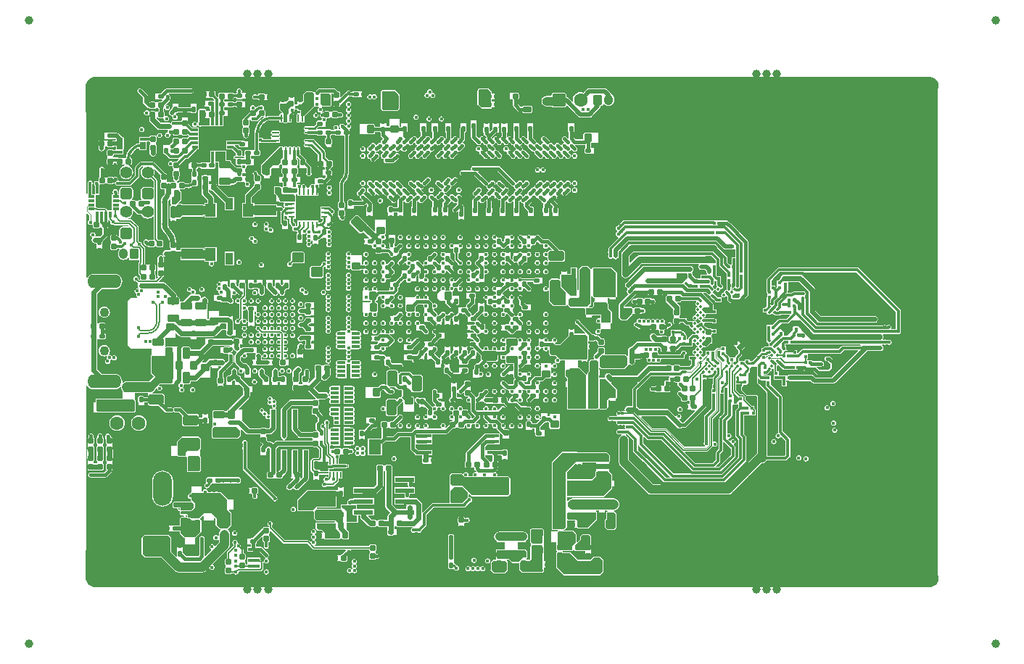
<source format=gbl>
G04 Layer_Physical_Order=12*
G04 Layer_Color=16711680*
%FSLAX44Y44*%
%MOMM*%
G71*
G01*
G75*
%ADD10C,0.2000*%
%ADD11C,0.3090*%
%ADD12C,0.1900*%
%ADD13C,0.1100*%
%ADD14C,0.1400*%
%ADD16C,0.1500*%
%ADD17C,0.3000*%
G04:AMPARAMS|DCode=23|XSize=0.6mm|YSize=0.6mm|CornerRadius=0.06mm|HoleSize=0mm|Usage=FLASHONLY|Rotation=0.000|XOffset=0mm|YOffset=0mm|HoleType=Round|Shape=RoundedRectangle|*
%AMROUNDEDRECTD23*
21,1,0.6000,0.4800,0,0,0.0*
21,1,0.4800,0.6000,0,0,0.0*
1,1,0.1200,0.2400,-0.2400*
1,1,0.1200,-0.2400,-0.2400*
1,1,0.1200,-0.2400,0.2400*
1,1,0.1200,0.2400,0.2400*
%
%ADD23ROUNDEDRECTD23*%
G04:AMPARAMS|DCode=24|XSize=1mm|YSize=0.9mm|CornerRadius=0.1125mm|HoleSize=0mm|Usage=FLASHONLY|Rotation=0.000|XOffset=0mm|YOffset=0mm|HoleType=Round|Shape=RoundedRectangle|*
%AMROUNDEDRECTD24*
21,1,1.0000,0.6750,0,0,0.0*
21,1,0.7750,0.9000,0,0,0.0*
1,1,0.2250,0.3875,-0.3375*
1,1,0.2250,-0.3875,-0.3375*
1,1,0.2250,-0.3875,0.3375*
1,1,0.2250,0.3875,0.3375*
%
%ADD24ROUNDEDRECTD24*%
G04:AMPARAMS|DCode=25|XSize=1mm|YSize=0.9mm|CornerRadius=0.1125mm|HoleSize=0mm|Usage=FLASHONLY|Rotation=270.000|XOffset=0mm|YOffset=0mm|HoleType=Round|Shape=RoundedRectangle|*
%AMROUNDEDRECTD25*
21,1,1.0000,0.6750,0,0,270.0*
21,1,0.7750,0.9000,0,0,270.0*
1,1,0.2250,-0.3375,-0.3875*
1,1,0.2250,-0.3375,0.3875*
1,1,0.2250,0.3375,0.3875*
1,1,0.2250,0.3375,-0.3875*
%
%ADD25ROUNDEDRECTD25*%
G04:AMPARAMS|DCode=27|XSize=0.6mm|YSize=0.6mm|CornerRadius=0.06mm|HoleSize=0mm|Usage=FLASHONLY|Rotation=90.000|XOffset=0mm|YOffset=0mm|HoleType=Round|Shape=RoundedRectangle|*
%AMROUNDEDRECTD27*
21,1,0.6000,0.4800,0,0,90.0*
21,1,0.4800,0.6000,0,0,90.0*
1,1,0.1200,0.2400,0.2400*
1,1,0.1200,0.2400,-0.2400*
1,1,0.1200,-0.2400,-0.2400*
1,1,0.1200,-0.2400,0.2400*
%
%ADD27ROUNDEDRECTD27*%
%ADD28R,2.2000X0.5500*%
%ADD30R,0.5500X2.2000*%
G04:AMPARAMS|DCode=32|XSize=0.5mm|YSize=0.6mm|CornerRadius=0.05mm|HoleSize=0mm|Usage=FLASHONLY|Rotation=270.000|XOffset=0mm|YOffset=0mm|HoleType=Round|Shape=RoundedRectangle|*
%AMROUNDEDRECTD32*
21,1,0.5000,0.5000,0,0,270.0*
21,1,0.4000,0.6000,0,0,270.0*
1,1,0.1000,-0.2500,-0.2000*
1,1,0.1000,-0.2500,0.2000*
1,1,0.1000,0.2500,0.2000*
1,1,0.1000,0.2500,-0.2000*
%
%ADD32ROUNDEDRECTD32*%
G04:AMPARAMS|DCode=33|XSize=0.5mm|YSize=0.6mm|CornerRadius=0.05mm|HoleSize=0mm|Usage=FLASHONLY|Rotation=0.000|XOffset=0mm|YOffset=0mm|HoleType=Round|Shape=RoundedRectangle|*
%AMROUNDEDRECTD33*
21,1,0.5000,0.5000,0,0,0.0*
21,1,0.4000,0.6000,0,0,0.0*
1,1,0.1000,0.2000,-0.2500*
1,1,0.1000,-0.2000,-0.2500*
1,1,0.1000,-0.2000,0.2500*
1,1,0.1000,0.2000,0.2500*
%
%ADD33ROUNDEDRECTD33*%
%ADD37R,0.3500X0.3000*%
%ADD38R,0.3000X0.3500*%
G04:AMPARAMS|DCode=43|XSize=1.3mm|YSize=0.8mm|CornerRadius=0.1mm|HoleSize=0mm|Usage=FLASHONLY|Rotation=180.000|XOffset=0mm|YOffset=0mm|HoleType=Round|Shape=RoundedRectangle|*
%AMROUNDEDRECTD43*
21,1,1.3000,0.6000,0,0,180.0*
21,1,1.1000,0.8000,0,0,180.0*
1,1,0.2000,-0.5500,0.3000*
1,1,0.2000,0.5500,0.3000*
1,1,0.2000,0.5500,-0.3000*
1,1,0.2000,-0.5500,-0.3000*
%
%ADD43ROUNDEDRECTD43*%
G04:AMPARAMS|DCode=49|XSize=1.8mm|YSize=1.15mm|CornerRadius=0.1437mm|HoleSize=0mm|Usage=FLASHONLY|Rotation=0.000|XOffset=0mm|YOffset=0mm|HoleType=Round|Shape=RoundedRectangle|*
%AMROUNDEDRECTD49*
21,1,1.8000,0.8625,0,0,0.0*
21,1,1.5125,1.1500,0,0,0.0*
1,1,0.2875,0.7562,-0.4313*
1,1,0.2875,-0.7562,-0.4313*
1,1,0.2875,-0.7562,0.4313*
1,1,0.2875,0.7562,0.4313*
%
%ADD49ROUNDEDRECTD49*%
G04:AMPARAMS|DCode=50|XSize=1.8mm|YSize=1.15mm|CornerRadius=0.1437mm|HoleSize=0mm|Usage=FLASHONLY|Rotation=90.000|XOffset=0mm|YOffset=0mm|HoleType=Round|Shape=RoundedRectangle|*
%AMROUNDEDRECTD50*
21,1,1.8000,0.8625,0,0,90.0*
21,1,1.5125,1.1500,0,0,90.0*
1,1,0.2875,0.4313,0.7562*
1,1,0.2875,0.4313,-0.7562*
1,1,0.2875,-0.4313,-0.7562*
1,1,0.2875,-0.4313,0.7562*
%
%ADD50ROUNDEDRECTD50*%
G04:AMPARAMS|DCode=51|XSize=1.3mm|YSize=0.8mm|CornerRadius=0.1mm|HoleSize=0mm|Usage=FLASHONLY|Rotation=90.000|XOffset=0mm|YOffset=0mm|HoleType=Round|Shape=RoundedRectangle|*
%AMROUNDEDRECTD51*
21,1,1.3000,0.6000,0,0,90.0*
21,1,1.1000,0.8000,0,0,90.0*
1,1,0.2000,0.3000,0.5500*
1,1,0.2000,0.3000,-0.5500*
1,1,0.2000,-0.3000,-0.5500*
1,1,0.2000,-0.3000,0.5500*
%
%ADD51ROUNDEDRECTD51*%
%ADD62R,0.6000X0.4500*%
%ADD63R,0.6000X0.3000*%
G04:AMPARAMS|DCode=68|XSize=0.6mm|YSize=0.6mm|CornerRadius=0.06mm|HoleSize=0mm|Usage=FLASHONLY|Rotation=225.000|XOffset=0mm|YOffset=0mm|HoleType=Round|Shape=RoundedRectangle|*
%AMROUNDEDRECTD68*
21,1,0.6000,0.4800,0,0,225.0*
21,1,0.4800,0.6000,0,0,225.0*
1,1,0.1200,-0.3394,0.0000*
1,1,0.1200,0.0000,0.3394*
1,1,0.1200,0.3394,0.0000*
1,1,0.1200,0.0000,-0.3394*
%
%ADD68ROUNDEDRECTD68*%
%ADD81C,0.3500*%
%ADD92C,1.0000*%
%ADD94C,0.7000*%
%ADD95C,0.4000*%
%ADD97C,0.5000*%
%ADD98C,0.1000*%
%ADD99C,0.2500*%
%ADD100C,0.3500*%
%ADD101C,0.6000*%
%ADD103C,1.0000*%
%ADD104C,0.8000*%
%ADD106C,0.1300*%
%ADD107C,0.2700*%
G04:AMPARAMS|DCode=109|XSize=1.524mm|YSize=1.524mm|CornerRadius=0.1905mm|HoleSize=0mm|Usage=FLASHONLY|Rotation=90.000|XOffset=0mm|YOffset=0mm|HoleType=Round|Shape=RoundedRectangle|*
%AMROUNDEDRECTD109*
21,1,1.5240,1.1430,0,0,90.0*
21,1,1.1430,1.5240,0,0,90.0*
1,1,0.3810,0.5715,0.5715*
1,1,0.3810,0.5715,-0.5715*
1,1,0.3810,-0.5715,-0.5715*
1,1,0.3810,-0.5715,0.5715*
%
%ADD109ROUNDEDRECTD109*%
%ADD110C,1.6000*%
%ADD111C,5.0000*%
%ADD112C,0.6604*%
G04:AMPARAMS|DCode=113|XSize=1.4mm|YSize=1.4mm|CornerRadius=0.35mm|HoleSize=0mm|Usage=FLASHONLY|Rotation=90.000|XOffset=0mm|YOffset=0mm|HoleType=Round|Shape=RoundedRectangle|*
%AMROUNDEDRECTD113*
21,1,1.4000,0.7000,0,0,90.0*
21,1,0.7000,1.4000,0,0,90.0*
1,1,0.7000,0.3500,0.3500*
1,1,0.7000,0.3500,-0.3500*
1,1,0.7000,-0.3500,-0.3500*
1,1,0.7000,-0.3500,0.3500*
%
%ADD113ROUNDEDRECTD113*%
%ADD114C,1.4000*%
%ADD115O,2.0000X3.8000*%
%ADD116O,2.2000X4.0000*%
%ADD117O,4.0000X2.0000*%
G04:AMPARAMS|DCode=118|XSize=1.2mm|YSize=1.1mm|CornerRadius=0.1375mm|HoleSize=0mm|Usage=FLASHONLY|Rotation=270.000|XOffset=0mm|YOffset=0mm|HoleType=Round|Shape=RoundedRectangle|*
%AMROUNDEDRECTD118*
21,1,1.2000,0.8250,0,0,270.0*
21,1,0.9250,1.1000,0,0,270.0*
1,1,0.2750,-0.4125,-0.4625*
1,1,0.2750,-0.4125,0.4625*
1,1,0.2750,0.4125,0.4625*
1,1,0.2750,0.4125,-0.4625*
%
%ADD118ROUNDEDRECTD118*%
%ADD119O,1.1000X1.2000*%
%ADD120C,1.1000*%
%ADD121O,4.0000X1.6000*%
%ADD122C,0.4000*%
%ADD123C,0.5000*%
%ADD126C,1.2000*%
%ADD127C,1.1000*%
G04:AMPARAMS|DCode=130|XSize=1.8mm|YSize=1.15mm|CornerRadius=0.1437mm|HoleSize=0mm|Usage=FLASHONLY|Rotation=315.000|XOffset=0mm|YOffset=0mm|HoleType=Round|Shape=RoundedRectangle|*
%AMROUNDEDRECTD130*
21,1,1.8000,0.8625,0,0,315.0*
21,1,1.5125,1.1500,0,0,315.0*
1,1,0.2875,0.2298,-0.8397*
1,1,0.2875,-0.8397,0.2298*
1,1,0.2875,-0.2298,0.8397*
1,1,0.2875,0.8397,-0.2298*
%
%ADD130ROUNDEDRECTD130*%
%ADD131R,0.6500X0.2000*%
%ADD132R,0.2000X0.7500*%
%ADD133R,0.2000X0.6500*%
%ADD134R,2.1000X2.1000*%
%ADD135R,0.3000X0.7000*%
%ADD136R,0.7000X0.3000*%
%ADD137R,2.5400X1.2700*%
%ADD138R,1.2000X1.5000*%
%ADD139R,0.9000X1.4000*%
G04:AMPARAMS|DCode=140|XSize=0.3mm|YSize=0.35mm|CornerRadius=0mm|HoleSize=0mm|Usage=FLASHONLY|Rotation=135.000|XOffset=0mm|YOffset=0mm|HoleType=Round|Shape=Rectangle|*
%AMROTATEDRECTD140*
4,1,4,0.2298,0.0177,-0.0177,-0.2298,-0.2298,-0.0177,0.0177,0.2298,0.2298,0.0177,0.0*
%
%ADD140ROTATEDRECTD140*%

G04:AMPARAMS|DCode=141|XSize=0.3mm|YSize=0.35mm|CornerRadius=0mm|HoleSize=0mm|Usage=FLASHONLY|Rotation=225.000|XOffset=0mm|YOffset=0mm|HoleType=Round|Shape=Rectangle|*
%AMROTATEDRECTD141*
4,1,4,-0.0177,0.2298,0.2298,-0.0177,0.0177,-0.2298,-0.2298,0.0177,-0.0177,0.2298,0.0*
%
%ADD141ROTATEDRECTD141*%

%ADD142C,0.2000*%
%ADD143R,1.4000X0.4500*%
G04:AMPARAMS|DCode=144|XSize=1.4mm|YSize=1.2mm|CornerRadius=0.15mm|HoleSize=0mm|Usage=FLASHONLY|Rotation=0.000|XOffset=0mm|YOffset=0mm|HoleType=Round|Shape=RoundedRectangle|*
%AMROUNDEDRECTD144*
21,1,1.4000,0.9000,0,0,0.0*
21,1,1.1000,1.2000,0,0,0.0*
1,1,0.3000,0.5500,-0.4500*
1,1,0.3000,-0.5500,-0.4500*
1,1,0.3000,-0.5500,0.4500*
1,1,0.3000,0.5500,0.4500*
%
%ADD144ROUNDEDRECTD144*%
%ADD145R,2.6000X2.6000*%
%ADD146O,0.9000X0.2500*%
%ADD147O,0.2500X0.9000*%
G04:AMPARAMS|DCode=148|XSize=1.8mm|YSize=1.2mm|CornerRadius=0.15mm|HoleSize=0mm|Usage=FLASHONLY|Rotation=180.000|XOffset=0mm|YOffset=0mm|HoleType=Round|Shape=RoundedRectangle|*
%AMROUNDEDRECTD148*
21,1,1.8000,0.9000,0,0,180.0*
21,1,1.5000,1.2000,0,0,180.0*
1,1,0.3000,-0.7500,0.4500*
1,1,0.3000,0.7500,0.4500*
1,1,0.3000,0.7500,-0.4500*
1,1,0.3000,-0.7500,-0.4500*
%
%ADD148ROUNDEDRECTD148*%
%ADD149C,0.4500*%
%ADD150R,1.2500X1.2500*%
%ADD151R,0.3000X0.8000*%
%ADD152R,0.8000X0.3000*%
%ADD153R,2.7000X2.7000*%
%ADD154R,0.8000X0.2500*%
%ADD155R,0.2500X0.8000*%
G04:AMPARAMS|DCode=156|XSize=0.6mm|YSize=1mm|CornerRadius=0.075mm|HoleSize=0mm|Usage=FLASHONLY|Rotation=90.000|XOffset=0mm|YOffset=0mm|HoleType=Round|Shape=RoundedRectangle|*
%AMROUNDEDRECTD156*
21,1,0.6000,0.8500,0,0,90.0*
21,1,0.4500,1.0000,0,0,90.0*
1,1,0.1500,0.4250,0.2250*
1,1,0.1500,0.4250,-0.2250*
1,1,0.1500,-0.4250,-0.2250*
1,1,0.1500,-0.4250,0.2250*
%
%ADD156ROUNDEDRECTD156*%
%ADD157C,0.9000*%
%ADD158C,0.3700*%
%ADD159C,0.1700*%
%ADD160C,0.2400*%
%ADD161C,0.2200*%
%ADD162C,0.3400*%
%ADD163C,0.2900*%
%ADD164C,0.3100*%
%ADD165C,0.3900*%
G36*
X14500Y597750D02*
X988000Y597750D01*
X988673D01*
X990654Y597356D01*
X992519Y596583D01*
X994198Y595462D01*
X995626Y594034D01*
X996747Y592355D01*
X997520Y590490D01*
X997914Y588509D01*
Y587500D01*
Y584750D01*
X997219D01*
X997219Y451250D01*
X996941D01*
D01*
X997164D01*
X997164Y15250D01*
X997914D01*
Y12500D01*
Y11490D01*
X997520Y9510D01*
X996747Y7645D01*
X995626Y5966D01*
X994198Y4538D01*
X992519Y3417D01*
X990654Y2644D01*
X988673Y2250D01*
X988000D01*
X14500Y2250D01*
D01*
X11490D01*
X9510Y2644D01*
X7645Y3417D01*
X5966Y4538D01*
X4538Y5966D01*
X3417Y7645D01*
X2644Y9510D01*
X2250Y11490D01*
Y12500D01*
Y14500D01*
X2250Y45000D01*
X3059D01*
Y237455D01*
X4059Y237654D01*
X4139Y237461D01*
X5581Y235581D01*
X7461Y234139D01*
X9651Y233232D01*
X12000Y232922D01*
X36000D01*
X38349Y233232D01*
X40539Y234139D01*
X42419Y235581D01*
X42551Y235753D01*
X43466Y235303D01*
X43680Y233673D01*
X44385Y231970D01*
X44961Y231220D01*
Y230500D01*
X44964Y230485D01*
X45000Y229500D01*
X45000Y229500D01*
X45000Y229500D01*
Y222332D01*
X14750Y222332D01*
X13985Y222015D01*
X13668Y221250D01*
X13668Y218125D01*
X11750D01*
Y206125D01*
X16125Y206125D01*
X16625Y205918D01*
X58000Y205917D01*
X58000Y205917D01*
X58766Y206234D01*
X58766Y206235D01*
X60265Y207735D01*
X60265Y207735D01*
X60582Y208500D01*
X60582Y219750D01*
X60473Y220013D01*
X60265Y220516D01*
X60265Y220516D01*
X60000Y220781D01*
Y228440D01*
X74932D01*
X75016Y228384D01*
X75176Y227431D01*
X75128Y227198D01*
X74645Y226475D01*
X74451Y225500D01*
Y224059D01*
X70392D01*
X70148Y224648D01*
X69000Y225124D01*
X65000D01*
X63852Y224648D01*
X63376Y223500D01*
Y218500D01*
X63552Y218077D01*
X63500Y218000D01*
X63500D01*
Y214000D01*
X70500D01*
Y217941D01*
X74451D01*
Y216500D01*
X74645Y215525D01*
X75198Y214698D01*
X76025Y214145D01*
X77000Y213951D01*
X87223D01*
X94337Y206837D01*
X95330Y206174D01*
X96500Y205941D01*
X96500Y205941D01*
X102000D01*
X103170Y206174D01*
X104163Y206837D01*
X105203Y206593D01*
X105829Y206174D01*
X107000Y205941D01*
X111233D01*
X114667Y202508D01*
X114645Y202475D01*
X114451Y201500D01*
Y192500D01*
X114645Y191525D01*
X115198Y190698D01*
X116025Y190145D01*
X117000Y189951D01*
X132000D01*
X132975Y190145D01*
X133802Y190698D01*
X134355Y191525D01*
X134549Y192500D01*
Y193941D01*
X138608D01*
X138852Y193352D01*
X140000Y192876D01*
X144000D01*
X145148Y193352D01*
X145624Y194500D01*
Y199500D01*
X145449Y199923D01*
X145500Y200000D01*
X145500D01*
Y204000D01*
X138500D01*
Y200059D01*
X134549D01*
Y201500D01*
X134355Y202475D01*
X133802Y203302D01*
X132975Y203855D01*
X132000Y204049D01*
X121777D01*
X114663Y211163D01*
X113671Y211826D01*
X112500Y212059D01*
X112500Y212059D01*
X107000D01*
X105829Y211826D01*
X104837Y211163D01*
X103798Y211407D01*
X103170Y211826D01*
X102000Y212059D01*
X97767D01*
X94333Y215492D01*
X94355Y215525D01*
X94549Y216500D01*
Y225500D01*
X94355Y226475D01*
X93802Y227302D01*
X92975Y227855D01*
X92000Y228049D01*
X80167D01*
X79968Y229049D01*
X80780Y229386D01*
X82242Y230508D01*
X83364Y231970D01*
X84070Y233673D01*
X84121Y234060D01*
X84478Y234283D01*
X84798Y234189D01*
X85493Y233739D01*
X85674Y232829D01*
X86337Y231837D01*
X87330Y231174D01*
X88500Y230941D01*
X89670Y231174D01*
X90663Y231837D01*
X91326Y232829D01*
X91559Y234000D01*
X91326Y235170D01*
X90663Y236163D01*
X89670Y236826D01*
X88500Y237059D01*
X88068Y236973D01*
X87575Y237894D01*
X88823Y239142D01*
X95680D01*
X95720Y239116D01*
X96500Y238961D01*
X102500D01*
X102515Y238964D01*
X103500Y239000D01*
X103500Y239000D01*
X103500Y239000D01*
X109783D01*
X110541Y238000D01*
X110441Y237500D01*
X110674Y236329D01*
X111337Y235337D01*
X111572Y235180D01*
X112327Y234670D01*
X111827Y233899D01*
X111674Y233671D01*
X111441Y232500D01*
X111674Y231329D01*
X112337Y230337D01*
X113329Y229674D01*
X114500Y229441D01*
X115670Y229674D01*
X116663Y230337D01*
X117326Y231329D01*
X117559Y232500D01*
X117326Y233671D01*
X116663Y234663D01*
X116428Y234820D01*
X115673Y235330D01*
X116173Y236101D01*
X116326Y236329D01*
X116559Y237500D01*
X116464Y237976D01*
X117243Y238961D01*
X122500D01*
X123280Y239116D01*
X123942Y239558D01*
X124384Y240220D01*
X124539Y241000D01*
Y242422D01*
X129750D01*
X129750Y242422D01*
X131311Y242732D01*
X132634Y243616D01*
X135038Y246020D01*
X136000Y246250D01*
Y246250D01*
X136000Y246250D01*
X148000D01*
X148000Y254250D01*
X148000Y254250D01*
X148015Y255244D01*
X148042Y255375D01*
Y259024D01*
X148750Y259732D01*
X149750Y259318D01*
X149750Y257500D01*
X156750Y257500D01*
X156750Y259715D01*
X157457Y260422D01*
X160518D01*
X160932Y259422D01*
X157337Y255827D01*
X156674Y254835D01*
X156441Y253664D01*
X156441Y253664D01*
Y247384D01*
X155947Y247054D01*
X155593Y246524D01*
X155469Y245900D01*
Y241100D01*
X155593Y240476D01*
X155947Y239946D01*
X156000Y239911D01*
Y236500D01*
X163000D01*
Y239911D01*
X163053Y239946D01*
X163407Y240476D01*
X163531Y241100D01*
Y245900D01*
X163407Y246524D01*
X163053Y247054D01*
X162559Y247384D01*
Y252397D01*
X167261Y257100D01*
X167756Y257430D01*
X173663Y263337D01*
X174326Y264329D01*
X174559Y265500D01*
X174559Y265500D01*
Y272250D01*
X174326Y273421D01*
X173663Y274413D01*
X172670Y275076D01*
X171924Y275224D01*
X171712Y276286D01*
X172163Y276587D01*
X173663Y278087D01*
X173663Y278087D01*
X174326Y279079D01*
X174375Y279324D01*
X175436Y279535D01*
X175977Y278727D01*
X176845Y277858D01*
X178003Y277085D01*
X178220Y277042D01*
X178510Y276085D01*
X176977Y274552D01*
X176203Y273394D01*
X175931Y272028D01*
Y265500D01*
X176203Y264134D01*
X176977Y262977D01*
X181731Y258222D01*
X181604Y256935D01*
X181337Y256756D01*
X180674Y255764D01*
X180441Y254593D01*
X180674Y253423D01*
X181337Y252430D01*
X182330Y251767D01*
X183500Y251534D01*
X184671Y251767D01*
X185663Y252430D01*
X186326Y253423D01*
X186483Y254213D01*
X187336Y254718D01*
X187532Y254750D01*
X187626Y254693D01*
Y250750D01*
X187802Y250327D01*
X187750Y250250D01*
X187750D01*
Y246250D01*
X194750D01*
Y250250D01*
X194750D01*
X194698Y250327D01*
X194874Y250750D01*
Y255750D01*
X194819Y255883D01*
Y256843D01*
X194547Y258209D01*
X193773Y259366D01*
X190523Y262617D01*
X189366Y263390D01*
X188000Y263662D01*
X186385D01*
X183069Y266978D01*
Y270521D01*
X183815Y271161D01*
X184809Y270877D01*
X185337Y270087D01*
X186329Y269424D01*
X187500Y269191D01*
X188671Y269424D01*
X189663Y270087D01*
X190326Y271080D01*
X190559Y272250D01*
X190326Y273421D01*
X189818Y274181D01*
X190103Y274979D01*
X190261Y275181D01*
X192367D01*
X192500Y275126D01*
X197500D01*
X197923Y275302D01*
X198000Y275250D01*
Y275250D01*
X200092D01*
X200627Y274250D01*
X200203Y273616D01*
X199931Y272250D01*
X200203Y270884D01*
X200431Y270543D01*
Y267750D01*
X197000D01*
X197000Y260750D01*
X201000Y260750D01*
Y260750D01*
X201077Y260802D01*
X201500Y260626D01*
X206500D01*
X206633Y260681D01*
X210617D01*
X210750Y260626D01*
X215750D01*
X216173Y260802D01*
X216250Y260750D01*
Y260750D01*
X220250Y260750D01*
Y267750D01*
X216250D01*
Y267750D01*
X216173Y267698D01*
X215750Y267874D01*
X210750D01*
X210617Y267819D01*
X207568D01*
Y271178D01*
X207569Y271511D01*
X208568Y271610D01*
X208674Y271080D01*
X209337Y270087D01*
X210329Y269424D01*
X211500Y269191D01*
X212670Y269424D01*
X213663Y270087D01*
X214326Y271080D01*
X214559Y272250D01*
X214326Y273421D01*
X213663Y274413D01*
X212670Y275076D01*
X211500Y275309D01*
X210329Y275076D01*
X209337Y274413D01*
X208674Y273421D01*
X208510Y272593D01*
X208441Y272250D01*
X207484Y272174D01*
X207423Y272481D01*
X207297Y273116D01*
X206523Y274273D01*
X206023Y274773D01*
X204866Y275547D01*
X203500Y275819D01*
X203000Y275719D01*
X202000Y276540D01*
X202000Y282250D01*
X198673D01*
X197872Y282282D01*
X197500Y282374D01*
X197051Y282374D01*
X197051Y282374D01*
X196726Y282374D01*
X192500D01*
X192367Y282319D01*
X186222D01*
X184856Y282047D01*
X183770Y281321D01*
X183065Y281422D01*
X182708Y281530D01*
X182665Y281747D01*
X182069Y282640D01*
Y285219D01*
X182089Y285250D01*
X185500D01*
Y292250D01*
X182089D01*
X182054Y292304D01*
X181524Y292657D01*
X180900Y292781D01*
X176100D01*
X175476Y292657D01*
X174946Y292304D01*
X174788Y292066D01*
X173808Y291708D01*
X173556Y291687D01*
X173061Y292018D01*
X171500Y292328D01*
X150750D01*
X150342Y292247D01*
X150311Y292268D01*
X148750Y292578D01*
X147189Y292268D01*
X146973Y292124D01*
X146250Y292124D01*
X145750Y292000D01*
Y292000D01*
X141750D01*
X141750Y286404D01*
X134675Y279328D01*
X124789D01*
Y280750D01*
X124634Y281530D01*
X124192Y282192D01*
X123530Y282634D01*
X122750Y282789D01*
X116750D01*
X116735Y282786D01*
X115750Y282750D01*
X115750Y282750D01*
X115750Y282750D01*
X103750D01*
X103750Y282750D01*
X102765Y282786D01*
X102750Y282789D01*
X96750D01*
X95970Y282634D01*
X95784Y282510D01*
X94683Y282920D01*
X94598Y283348D01*
X95000Y283750D01*
Y293500D01*
X107000Y293500D01*
X107000Y297926D01*
X107924Y298309D01*
X110763Y295470D01*
X110763Y295470D01*
X112086Y294586D01*
X113646Y294275D01*
X113647Y294275D01*
X123896D01*
X124604Y293568D01*
X124604Y291354D01*
X131603D01*
Y294275D01*
X151461D01*
X151461Y294275D01*
X153022Y294586D01*
X154345Y295470D01*
X158324Y299448D01*
X159015Y299735D01*
X159332Y300500D01*
Y300552D01*
X160948Y302168D01*
X165250D01*
X165422Y302239D01*
X166422Y301584D01*
Y301109D01*
X166376Y301000D01*
Y297000D01*
X166852Y295852D01*
X168000Y295376D01*
X168723D01*
X168939Y295232D01*
X170500Y294922D01*
X172061Y295232D01*
X172277Y295376D01*
X173000Y295376D01*
X173500Y295500D01*
Y295500D01*
X177500D01*
X177500Y302500D01*
X174578Y302500D01*
Y311500D01*
X174268Y313061D01*
X174124Y313277D01*
X174124Y314000D01*
X174000Y314500D01*
X174000D01*
X174000Y318500D01*
X167000Y318500D01*
Y318328D01*
X158250D01*
Y324750D01*
X146250D01*
Y316750D01*
X146250Y316750D01*
X146235Y315756D01*
X146208Y315625D01*
Y314828D01*
X144250D01*
Y326750D01*
X144250Y326750D01*
X144286Y327735D01*
X144289Y327750D01*
Y332847D01*
X144518Y333189D01*
X144828Y334750D01*
X144828Y334750D01*
Y337000D01*
X144518Y338561D01*
X143634Y339884D01*
X142311Y340768D01*
X140750Y341078D01*
X139189Y340768D01*
X137866Y339884D01*
X137807Y339796D01*
X137109Y339941D01*
X136808Y340101D01*
X136518Y341561D01*
X135634Y342884D01*
X134311Y343768D01*
X132750Y344078D01*
X130776D01*
X130241Y345078D01*
X130576Y345579D01*
X130809Y346750D01*
X130576Y347920D01*
X129913Y348913D01*
X128920Y349576D01*
X127750Y349809D01*
X127499Y349759D01*
X126559Y349750D01*
X126326Y350920D01*
X125663Y351913D01*
X124670Y352576D01*
X123500Y352809D01*
X122330Y352576D01*
X121337Y351913D01*
X120674Y350920D01*
X120441Y349750D01*
X120674Y348579D01*
X121337Y347587D01*
X122330Y346924D01*
X123500Y346691D01*
X123751Y346741D01*
X124691Y346750D01*
X124924Y345579D01*
X125334Y344966D01*
X125002Y343924D01*
X124955Y343871D01*
X124439Y343768D01*
X123116Y342884D01*
X123116Y342884D01*
X116616Y336384D01*
X116219Y335789D01*
X114000D01*
X113220Y335634D01*
X112789Y335346D01*
X111992Y335631D01*
X111789Y335789D01*
Y339000D01*
X111634Y339780D01*
X111192Y340442D01*
X110530Y340884D01*
X109750Y341039D01*
X108328D01*
Y342750D01*
X108018Y344311D01*
X107134Y345634D01*
X107134Y345634D01*
X95884Y356884D01*
X94561Y357768D01*
X93000Y358078D01*
X93000Y358078D01*
X88019D01*
X87636Y359002D01*
X91192Y362558D01*
X91192Y362558D01*
X91634Y363220D01*
X91789Y364000D01*
Y364219D01*
X92150D01*
X92774Y364343D01*
X93303Y364697D01*
X93657Y365226D01*
X93781Y365850D01*
Y370650D01*
X93657Y371274D01*
X93303Y371804D01*
X93250Y371839D01*
Y374661D01*
X93303Y374697D01*
X93657Y375226D01*
X93781Y375850D01*
Y380650D01*
X93657Y381274D01*
X93319Y381781D01*
Y386250D01*
X93047Y387616D01*
X92621Y388253D01*
X93366Y388866D01*
X94689Y387982D01*
X96250Y387672D01*
X112550D01*
Y383650D01*
X139950D01*
Y384132D01*
X141000D01*
Y381750D01*
X145693D01*
X146227Y380750D01*
X146174Y380671D01*
X145941Y379500D01*
X146174Y378330D01*
X146837Y377337D01*
X147830Y376674D01*
X149000Y376441D01*
X150170Y376674D01*
X151163Y377337D01*
X151826Y378330D01*
X152059Y379500D01*
X151826Y380671D01*
X151773Y380750D01*
X152307Y381750D01*
X155000D01*
Y398750D01*
X141000D01*
Y396367D01*
X139950D01*
Y398350D01*
X112550D01*
Y395828D01*
X107750D01*
Y398161D01*
X107804Y398196D01*
X108157Y398726D01*
X108281Y399350D01*
Y401513D01*
X108328Y401750D01*
X108333D01*
X108281Y402410D01*
Y404150D01*
X108157Y404774D01*
X108087Y404879D01*
X108001Y405976D01*
X107011Y410099D01*
X105388Y414016D01*
X103173Y417631D01*
X100420Y420855D01*
X100420Y420855D01*
X99818Y421606D01*
X99220Y422386D01*
X98474Y424186D01*
X98226Y426071D01*
X98235Y426117D01*
Y451135D01*
X98205Y451288D01*
X98607Y453313D01*
X99303Y454354D01*
X99889Y455111D01*
X100472Y455591D01*
X101418Y455230D01*
X101418Y449250D01*
X101614Y448776D01*
X101672Y448370D01*
X101277Y447637D01*
X101275Y447636D01*
X100985Y447515D01*
X100485Y447015D01*
X100168Y446250D01*
X100168Y433500D01*
X100485Y432735D01*
X101250Y432418D01*
Y429500D01*
X108250Y429500D01*
Y432418D01*
X112500D01*
X112500Y432418D01*
X113265Y432735D01*
X115181Y434650D01*
X139950D01*
Y435882D01*
X141000D01*
Y433750D01*
X155000D01*
Y450750D01*
X152078D01*
Y455750D01*
X152078Y455750D01*
X151768Y457311D01*
X150884Y458634D01*
X145578Y463939D01*
Y465500D01*
X147911D01*
X147947Y465447D01*
X148476Y465093D01*
X149100Y464969D01*
X149764D01*
X164500Y450233D01*
Y441750D01*
X175500D01*
Y457750D01*
X168518D01*
X155531Y470737D01*
Y471400D01*
X155407Y472024D01*
X155054Y472554D01*
X154524Y472907D01*
X153900Y473032D01*
X151737D01*
X151500Y473078D01*
X151264Y473032D01*
X149100D01*
X148476Y472907D01*
X147947Y472554D01*
X147911Y472500D01*
X145578D01*
Y476000D01*
X148500D01*
Y483000D01*
X144500D01*
Y483000D01*
X144423Y482948D01*
X144000Y483124D01*
X143277D01*
X143061Y483268D01*
X141500Y483578D01*
X139939Y483268D01*
X139723Y483124D01*
X139000D01*
X137852Y482648D01*
X137376Y481500D01*
Y477500D01*
X137422Y477391D01*
Y469000D01*
X137422Y469000D01*
X137422Y469000D01*
Y462250D01*
X137422Y462250D01*
X137732Y460689D01*
X138616Y459366D01*
X143922Y454061D01*
Y450750D01*
X141000D01*
Y448117D01*
X139950D01*
Y449350D01*
X115181D01*
X114765Y449765D01*
X114000Y450082D01*
X111170D01*
X110787Y451006D01*
X113765Y453985D01*
X114082Y454750D01*
Y463500D01*
X114082Y463500D01*
X113765Y464265D01*
X112062Y465969D01*
X112476Y466969D01*
X116650D01*
X117274Y467093D01*
X117803Y467447D01*
X118157Y467976D01*
X118243Y468405D01*
X120388D01*
X120734Y468174D01*
X121904Y467942D01*
X123075Y468174D01*
X123912Y468733D01*
X124465Y468806D01*
X127783Y470181D01*
X128038Y470377D01*
X131250D01*
X132398Y470852D01*
X132874Y472000D01*
Y477000D01*
X132698Y477423D01*
X132750Y477500D01*
X132750D01*
Y481500D01*
X132750D01*
X132698Y481577D01*
X132874Y482000D01*
Y487000D01*
X132398Y488148D01*
X131799Y488396D01*
Y490248D01*
X132274Y490343D01*
X132803Y490696D01*
X133157Y491226D01*
X133252Y491701D01*
X135854D01*
X136102Y491102D01*
X137250Y490626D01*
X142250D01*
X142673Y490802D01*
X142750Y490750D01*
Y490750D01*
X146750D01*
Y490750D01*
X146827Y490802D01*
X147250Y490626D01*
X152250D01*
X153398Y491102D01*
X153874Y492250D01*
Y496250D01*
X153492Y497171D01*
X153935Y498168D01*
X157211D01*
Y492750D01*
X157214Y492735D01*
X157250Y491750D01*
X157250Y491750D01*
X157250Y491750D01*
Y479750D01*
X157250Y479750D01*
X157214Y478765D01*
X157211Y478750D01*
Y472750D01*
X157366Y471970D01*
X157808Y471308D01*
X158470Y470866D01*
X159250Y470711D01*
X170250D01*
X171030Y470866D01*
X171692Y471308D01*
X172134Y471970D01*
X172176Y472182D01*
X174750D01*
X176116Y472453D01*
X177273Y473227D01*
X178978Y474931D01*
X179117D01*
X179250Y474876D01*
X184250D01*
X184673Y475052D01*
X184750Y475000D01*
Y475000D01*
X187860D01*
X188394Y474000D01*
X188174Y473671D01*
X187941Y472500D01*
X188174Y471329D01*
X188837Y470337D01*
X189830Y469674D01*
X191000Y469441D01*
X192171Y469674D01*
X193163Y470337D01*
X193826Y471329D01*
X194059Y472500D01*
X193826Y473671D01*
X193163Y474663D01*
X192171Y475326D01*
X191000Y475559D01*
X189830Y475326D01*
X189750Y475273D01*
X188750Y475807D01*
Y482000D01*
X185492D01*
X184957Y483000D01*
X185047Y483134D01*
X185319Y484500D01*
Y485000D01*
X188750D01*
Y490728D01*
X188913Y490837D01*
X189576Y491829D01*
X189809Y493000D01*
X189715Y493469D01*
X190488Y494469D01*
X194150D01*
X194774Y494593D01*
X195303Y494947D01*
X195339Y495000D01*
X198750D01*
Y502000D01*
X195339D01*
X195319Y502031D01*
Y505500D01*
X198750D01*
Y505500D01*
X198827Y505552D01*
X199250Y505376D01*
X204250D01*
X205398Y505852D01*
X205874Y507000D01*
Y511000D01*
X205398Y512148D01*
X204345Y512584D01*
Y521021D01*
X205227Y521493D01*
X205329Y521424D01*
X206456Y521200D01*
X206747Y521006D01*
X207625Y520831D01*
X207625Y520831D01*
X227000D01*
X227878Y521006D01*
X228622Y521503D01*
X229120Y522247D01*
X229294Y523125D01*
X229120Y524003D01*
X228622Y524747D01*
X228140Y525070D01*
X228087Y525260D01*
Y525990D01*
X228140Y526181D01*
X228622Y526503D01*
X229120Y527247D01*
X229294Y528125D01*
X229120Y529003D01*
X228622Y529747D01*
X228140Y530070D01*
X228087Y530260D01*
Y530990D01*
X228140Y531181D01*
X228622Y531503D01*
X229120Y532247D01*
X229294Y533125D01*
X229120Y534003D01*
X228622Y534747D01*
X227878Y535245D01*
X227000Y535419D01*
X220500D01*
X219622Y535245D01*
X218878Y534747D01*
X218381Y534003D01*
X218206Y533125D01*
X218381Y532247D01*
X218878Y531503D01*
X219360Y531181D01*
X219414Y530990D01*
Y530260D01*
X219360Y530070D01*
X218878Y529747D01*
X218381Y529003D01*
X218206Y528125D01*
X218381Y527247D01*
X218878Y526503D01*
X219003Y526419D01*
X218700Y525419D01*
X209326D01*
X209326Y525420D01*
X208663Y526413D01*
X207670Y527076D01*
X206500Y527309D01*
X205329Y527076D01*
X205227Y527007D01*
X204345Y527479D01*
Y530388D01*
X204333Y530448D01*
X204706Y534235D01*
X205828Y537934D01*
X207650Y541344D01*
X209300Y543354D01*
X209961Y544084D01*
X209961Y544084D01*
X209961Y544084D01*
X211723Y545436D01*
X215122Y546844D01*
X218638Y547307D01*
X218770Y547280D01*
X228206D01*
Y546625D01*
X228381Y545747D01*
X228878Y545003D01*
X229622Y544506D01*
X230500Y544331D01*
X231378Y544506D01*
X231748Y544753D01*
X232386Y544903D01*
X233081Y544638D01*
X233485Y544235D01*
X234250Y543918D01*
X236500D01*
X237265Y544235D01*
X237265Y544235D01*
X237819Y544788D01*
X238538Y544934D01*
X239056Y544884D01*
X239622Y544506D01*
X240500Y544331D01*
X241378Y544506D01*
X242122Y545003D01*
X242620Y545747D01*
X242794Y546625D01*
Y552300D01*
X244622Y554128D01*
X245119Y554872D01*
X245294Y555750D01*
Y557033D01*
X245826Y557830D01*
X246059Y559000D01*
X245947Y559562D01*
X246847Y560163D01*
X247205Y559924D01*
X248375Y559691D01*
X248591Y559734D01*
X248876Y559500D01*
X249352Y558352D01*
X250500Y557876D01*
X252418D01*
X252418Y555753D01*
X251418Y555218D01*
X251378Y555245D01*
X250500Y555419D01*
X249622Y555245D01*
X248878Y554747D01*
X248381Y554003D01*
X248206Y553125D01*
Y546625D01*
X248381Y545747D01*
X248878Y545003D01*
X249622Y544506D01*
X250500Y544331D01*
X251378Y544506D01*
X252122Y545003D01*
X252445Y545485D01*
X252635Y545539D01*
X253365D01*
X253556Y545485D01*
X253878Y545003D01*
X254622Y544506D01*
X255500Y544331D01*
X256378Y544506D01*
X257122Y545003D01*
X257620Y545747D01*
X257794Y546625D01*
Y551763D01*
X269155Y563125D01*
X271328D01*
X272250Y562941D01*
X273172Y563125D01*
X274225D01*
X274528Y562125D01*
X273837Y561663D01*
X273174Y560671D01*
X272941Y559500D01*
X273174Y558329D01*
X273837Y557337D01*
X274830Y556674D01*
X276000Y556441D01*
X276285Y556498D01*
X276675Y555556D01*
X276087Y555163D01*
X275424Y554170D01*
X275191Y553000D01*
X275424Y551829D01*
X276087Y550837D01*
X277080Y550174D01*
X277282Y550134D01*
X277742Y549023D01*
X277674Y548921D01*
X277441Y547750D01*
X277487Y547522D01*
X276852Y546749D01*
X273000D01*
X271852Y546273D01*
X271377Y545125D01*
Y543246D01*
X268550Y540419D01*
X259000D01*
X258122Y540245D01*
X257378Y539747D01*
X256881Y539003D01*
X256706Y538125D01*
X256881Y537247D01*
X257378Y536503D01*
X257860Y536181D01*
X257914Y535990D01*
Y535260D01*
X257860Y535070D01*
X257378Y534747D01*
X256881Y534003D01*
X256706Y533125D01*
X256881Y532247D01*
X257378Y531503D01*
X258122Y531006D01*
X259000Y530831D01*
X261103D01*
X261257Y530728D01*
X262250Y530530D01*
X271623D01*
X271852Y529977D01*
X273000Y529502D01*
X278000D01*
X278423Y529677D01*
X278500Y529625D01*
Y529625D01*
X282500D01*
X282905Y528793D01*
Y526618D01*
X282476Y526532D01*
X281947Y526179D01*
X281593Y525649D01*
X281469Y525025D01*
Y520225D01*
X281593Y519601D01*
X281947Y519072D01*
X282000Y519036D01*
Y515625D01*
X289000D01*
Y519036D01*
X289054Y519072D01*
X289407Y519601D01*
X289531Y520225D01*
Y525025D01*
X289407Y525649D01*
X289054Y526179D01*
X288524Y526532D01*
X288095Y526618D01*
Y529541D01*
X289148Y529977D01*
X289377Y530530D01*
X292623D01*
X292852Y529977D01*
X294000Y529502D01*
X299000D01*
X299423Y529677D01*
X299500Y529625D01*
Y529625D01*
X303500D01*
X303905Y528793D01*
Y485243D01*
X303893D01*
X303633Y483266D01*
X302870Y481425D01*
X301682Y479876D01*
X301628Y479872D01*
X301628D01*
X299715Y477379D01*
X298512Y474476D01*
X298102Y471361D01*
X298155D01*
Y452493D01*
X297726Y452407D01*
X297197Y452053D01*
X296843Y451524D01*
X296719Y450900D01*
Y446100D01*
X296843Y445476D01*
X297197Y444947D01*
X297250Y444911D01*
Y442089D01*
X297197Y442053D01*
X296843Y441524D01*
X296719Y440900D01*
Y436100D01*
X296843Y435476D01*
X297197Y434947D01*
X297691Y434616D01*
Y434500D01*
X297691Y434500D01*
X297924Y433330D01*
X298587Y432337D01*
X299587Y431337D01*
X299587Y431337D01*
X300579Y430674D01*
X301750Y430441D01*
X302921Y430674D01*
X303913Y431337D01*
X304576Y432329D01*
X304809Y433500D01*
X304576Y434670D01*
X304347Y435012D01*
X304657Y435476D01*
X304781Y436100D01*
Y440900D01*
X304657Y441524D01*
X304303Y442053D01*
X304250Y442089D01*
Y444911D01*
X304303Y444947D01*
X304657Y445476D01*
X304781Y446100D01*
Y450900D01*
X304657Y451524D01*
X304303Y452053D01*
X303774Y452407D01*
X303345Y452493D01*
Y471361D01*
X303364D01*
X303595Y473114D01*
X304272Y474748D01*
X305323Y476119D01*
X305378Y476122D01*
X305378D01*
X307427Y478794D01*
X308716Y481905D01*
X309156Y485243D01*
X309095D01*
Y529541D01*
X310148Y529977D01*
X310624Y531125D01*
Y535125D01*
X310195Y536159D01*
X310187Y536490D01*
X310330Y537281D01*
X311163Y537837D01*
X311826Y538829D01*
X312059Y540000D01*
X311826Y541171D01*
X311163Y542163D01*
X310367Y542694D01*
X310279Y543135D01*
Y543365D01*
X310367Y543806D01*
X311163Y544337D01*
X311826Y545329D01*
X312059Y546500D01*
X311826Y547671D01*
X311163Y548663D01*
X310367Y549194D01*
X310279Y549635D01*
Y549865D01*
X310367Y550306D01*
X311163Y550837D01*
X311826Y551829D01*
X312059Y553000D01*
X311826Y554170D01*
X311163Y555163D01*
X310367Y555694D01*
X310279Y556135D01*
Y556365D01*
X310367Y556806D01*
X311163Y557337D01*
X311826Y558329D01*
X312059Y559500D01*
X311826Y560671D01*
X311163Y561663D01*
X310367Y562194D01*
X310279Y562635D01*
Y562864D01*
X310367Y563306D01*
X311163Y563837D01*
X311826Y564829D01*
X312059Y566000D01*
X311826Y567170D01*
X311163Y568163D01*
X310170Y568826D01*
X309000Y569059D01*
X307829Y568826D01*
X306837Y568163D01*
X306174Y567170D01*
X305941Y566000D01*
X306174Y564829D01*
X306837Y563837D01*
X307633Y563306D01*
X307721Y562864D01*
Y562635D01*
X307633Y562194D01*
X306837Y561663D01*
X306174Y560671D01*
X305941Y559500D01*
X306174Y558329D01*
X306837Y557337D01*
X307633Y556806D01*
X307721Y556365D01*
Y556135D01*
X307633Y555694D01*
X306837Y555163D01*
X306174Y554170D01*
X305941Y553000D01*
X306174Y551829D01*
X306837Y550837D01*
X307633Y550306D01*
X307721Y549865D01*
Y549635D01*
X307633Y549194D01*
X306837Y548663D01*
X306174Y547671D01*
X305941Y546500D01*
X306174Y545329D01*
X306837Y544337D01*
X307633Y543806D01*
X307721Y543365D01*
Y543135D01*
X307633Y542694D01*
X306837Y542163D01*
X306304Y541365D01*
X305208Y541047D01*
X303806Y542449D01*
X303663Y542663D01*
X302670Y543326D01*
X301500Y543559D01*
X300329Y543326D01*
X299337Y542663D01*
X298674Y541670D01*
X298441Y540500D01*
Y540429D01*
X298441Y540429D01*
X298674Y539258D01*
X299337Y538266D01*
X299428Y538175D01*
X299274Y536915D01*
X299000Y536749D01*
X297882D01*
X297360Y537749D01*
X297559Y538750D01*
X297326Y539921D01*
X296663Y540913D01*
X295671Y541576D01*
X294500Y541809D01*
X293330Y541576D01*
X292337Y540913D01*
X291674Y539921D01*
X291441Y538750D01*
X291674Y537579D01*
X292248Y536720D01*
X292097Y536172D01*
X291835Y535720D01*
X289377D01*
X289148Y536273D01*
X288000Y536749D01*
X283000D01*
X282577Y536574D01*
X282500Y536625D01*
Y536625D01*
X278500D01*
Y536625D01*
X278423Y536574D01*
X278000Y536749D01*
X273000D01*
X272628Y536595D01*
X272062Y537443D01*
X274121Y539502D01*
X278000D01*
X278423Y539677D01*
X278500Y539625D01*
Y539625D01*
X282500D01*
Y545478D01*
X282663Y545587D01*
X283326Y546580D01*
X283559Y547750D01*
X283366Y548719D01*
X283904Y549719D01*
X285900D01*
X286524Y549843D01*
X287054Y550196D01*
X287089Y550250D01*
X289911D01*
X289946Y550196D01*
X290476Y549843D01*
X291100Y549719D01*
X295900D01*
X296524Y549843D01*
X297054Y550196D01*
X297384Y550691D01*
X299500D01*
X300671Y550924D01*
X301663Y551587D01*
X302326Y552579D01*
X302559Y553750D01*
X302326Y554921D01*
X301663Y555913D01*
X300671Y556576D01*
X299500Y556809D01*
X297384D01*
X297054Y557304D01*
X296524Y557657D01*
X295900Y557781D01*
X291100D01*
X290476Y557657D01*
X289946Y557304D01*
X289911Y557250D01*
X287089D01*
X287054Y557304D01*
X286524Y557657D01*
X285900Y557781D01*
X281100D01*
X280476Y557657D01*
X279946Y557304D01*
X279593Y556774D01*
X279592Y556768D01*
X278809Y556702D01*
X278336Y557596D01*
X278826Y558329D01*
X279059Y559500D01*
X278826Y560671D01*
X278163Y561663D01*
X278076Y561721D01*
X278155Y562871D01*
X278250Y562918D01*
X287000D01*
X287000Y562918D01*
X287765Y563235D01*
X287766Y563235D01*
X288765Y564235D01*
X289082Y565000D01*
Y577000D01*
X288765Y577765D01*
X289146Y578691D01*
X290483D01*
X291219Y577956D01*
Y574600D01*
X291343Y573976D01*
X291696Y573446D01*
X291750Y573411D01*
Y570589D01*
X291696Y570554D01*
X291343Y570024D01*
X291219Y569400D01*
Y564600D01*
X291343Y563976D01*
X291696Y563446D01*
X292226Y563093D01*
X292850Y562969D01*
X297650D01*
X298274Y563093D01*
X298804Y563446D01*
X299157Y563976D01*
X299281Y564600D01*
Y565316D01*
X309096Y575131D01*
X309427Y574910D01*
X310500Y574696D01*
X313709D01*
X313852Y574352D01*
X315000Y573876D01*
X320000D01*
X320423Y574052D01*
X320500Y574000D01*
Y574000D01*
X324500D01*
Y581000D01*
X320500D01*
Y581000D01*
X320423Y580948D01*
X320000Y581124D01*
X315000D01*
X313852Y580648D01*
X313709Y580304D01*
X311737D01*
X311163Y581163D01*
X310170Y581826D01*
X309000Y582059D01*
X307829Y581826D01*
X306837Y581163D01*
X306174Y580171D01*
X306166Y580132D01*
X300218Y574183D01*
X299419Y574538D01*
X299281Y574661D01*
Y579400D01*
X299157Y580024D01*
X298804Y580554D01*
X298274Y580907D01*
X297650Y581031D01*
X296794D01*
X293913Y583913D01*
X292920Y584576D01*
X292045Y584750D01*
X274705D01*
X273830Y584576D01*
X272837Y583913D01*
X270087Y581163D01*
X269614Y580455D01*
X268674Y580220D01*
X268418Y580238D01*
X268140Y580515D01*
X267375Y580832D01*
X259500D01*
X258735Y580515D01*
X256235Y578015D01*
X255918Y577250D01*
X255918Y569317D01*
X255646Y569000D01*
X249000D01*
Y566321D01*
X248375Y565809D01*
X247205Y565576D01*
X247124Y565522D01*
X246124Y566056D01*
Y569500D01*
X245949Y569923D01*
X246000Y570000D01*
X246000D01*
Y574000D01*
X239000D01*
Y570957D01*
X238875D01*
X238110Y570640D01*
X236855Y569386D01*
X236000Y569000D01*
Y569000D01*
X236000Y569000D01*
X229000D01*
Y568082D01*
X228235Y567765D01*
X227918Y567000D01*
X227918Y560250D01*
X228235Y559485D01*
X229341Y558378D01*
X229352Y558352D01*
X229378Y558341D01*
X231474Y556245D01*
X230982Y555323D01*
X230500Y555419D01*
X229622Y555245D01*
X228878Y554747D01*
X228381Y554003D01*
X228206Y553125D01*
Y552470D01*
X218770D01*
Y552513D01*
X215008Y552143D01*
X212264Y551310D01*
X211716Y552189D01*
X211907Y552476D01*
X212031Y553100D01*
Y557900D01*
X211907Y558524D01*
X211553Y559053D01*
X211024Y559407D01*
X210557Y559500D01*
X210257Y559932D01*
X210044Y560531D01*
X210076Y560580D01*
X210309Y561750D01*
X210076Y562921D01*
X209413Y563913D01*
X208421Y564576D01*
X207250Y564809D01*
X206080Y564576D01*
X205665Y564299D01*
X204250D01*
X203275Y564105D01*
X202448Y563553D01*
X201215Y562320D01*
X200130Y562649D01*
X200076Y562921D01*
X199413Y563913D01*
X198421Y564576D01*
X197250Y564809D01*
X196079Y564576D01*
X195087Y563913D01*
X194424Y562921D01*
X194191Y561750D01*
X194424Y560580D01*
X194623Y560282D01*
X194625Y560278D01*
X194446Y559053D01*
X194093Y558524D01*
X193969Y557900D01*
Y556824D01*
X187448Y550302D01*
X186895Y549476D01*
X186805Y549022D01*
X186226Y548907D01*
X185697Y548554D01*
X185343Y548024D01*
X185219Y547400D01*
Y542600D01*
X185343Y541976D01*
X185697Y541446D01*
X185750Y541411D01*
Y538589D01*
X185697Y538554D01*
X185343Y538024D01*
X185219Y537400D01*
Y532600D01*
X185343Y531976D01*
X185697Y531446D01*
X186191Y531116D01*
Y529250D01*
X186424Y528080D01*
X187087Y527087D01*
X188079Y526424D01*
X189250Y526191D01*
X190420Y526424D01*
X191413Y527087D01*
X192076Y528080D01*
X192309Y529250D01*
Y531116D01*
X192803Y531446D01*
X193157Y531976D01*
X193281Y532600D01*
Y537400D01*
X193157Y538024D01*
X192803Y538554D01*
X192750Y538589D01*
Y541411D01*
X192803Y541446D01*
X193157Y541976D01*
X193281Y542600D01*
Y547400D01*
X193197Y547824D01*
X193363Y548040D01*
X194390Y547836D01*
X194470Y547761D01*
X195087Y546837D01*
X196079Y546174D01*
X197250Y545942D01*
X198421Y546174D01*
X198835Y546451D01*
X201500D01*
X202476Y546645D01*
X203303Y547198D01*
X207573Y551469D01*
X210061D01*
X210312Y550469D01*
X208057Y549263D01*
X206761Y548200D01*
X206446Y547989D01*
X206396Y548039D01*
X203292Y544256D01*
X201951Y541748D01*
X201767Y541473D01*
X201746Y541364D01*
X200985Y539941D01*
X199564Y535258D01*
X199085Y530388D01*
X199155D01*
Y513332D01*
X198750Y512500D01*
X194750D01*
Y512500D01*
X194673Y512449D01*
X194250Y512624D01*
X189250D01*
X188102Y512148D01*
X187626Y511000D01*
Y507000D01*
X187736Y506735D01*
X187644Y506563D01*
X186982Y505943D01*
X186500Y506039D01*
X185182D01*
X184874Y506500D01*
Y511500D01*
X184398Y512648D01*
X183250Y513124D01*
X180731D01*
X176404Y517451D01*
X176818Y518451D01*
X180876D01*
Y517500D01*
X181352Y516352D01*
X182500Y515877D01*
X187500D01*
X187923Y516052D01*
X188000Y516000D01*
Y516000D01*
X192000D01*
Y523000D01*
X188000D01*
Y523000D01*
X187923Y522948D01*
X187500Y523124D01*
X184822D01*
X184475Y523355D01*
X183500Y523549D01*
X170500D01*
X170254Y523500D01*
X166000D01*
Y513500D01*
X170254D01*
X170500Y513451D01*
X173194D01*
X177626Y509019D01*
Y506500D01*
X177318Y506039D01*
X176750D01*
X175970Y505884D01*
X175308Y505442D01*
X174866Y504780D01*
X174711Y504000D01*
X174866Y503220D01*
X175308Y502558D01*
X175970Y502116D01*
X176750Y501961D01*
X177318D01*
X177626Y501500D01*
Y496500D01*
X178102Y495352D01*
X179250Y494877D01*
X183193D01*
X183608Y494476D01*
X183876Y493931D01*
X183691Y493000D01*
X183712Y492897D01*
X183077Y492124D01*
X179250D01*
X179117Y492069D01*
X178478D01*
X172289Y498258D01*
Y498750D01*
X172134Y499530D01*
X171692Y500192D01*
X171030Y500634D01*
X170250Y500789D01*
X166582D01*
Y510500D01*
X166265Y511265D01*
X165500Y511582D01*
X153500D01*
X153471Y511570D01*
X152500Y511500D01*
X152500Y511500D01*
X152500Y511500D01*
X147500D01*
Y507246D01*
X147451Y507000D01*
Y498460D01*
X146750Y497750D01*
X142750D01*
Y497750D01*
X142673Y497699D01*
X142250Y497874D01*
X137250D01*
X136102Y497398D01*
X135854Y496799D01*
X133252D01*
X133157Y497274D01*
X132803Y497804D01*
X132274Y498157D01*
X131650Y498281D01*
X126850D01*
X126226Y498157D01*
X125696Y497804D01*
X125661Y497750D01*
X122250D01*
Y490750D01*
X125661D01*
X125696Y490696D01*
X126226Y490343D01*
X126701Y490248D01*
Y488396D01*
X126102Y488148D01*
X125626Y487000D01*
Y482000D01*
X125801Y481577D01*
X125750Y481500D01*
X125750D01*
Y477500D01*
X125750D01*
X125801Y477423D01*
X125626Y477000D01*
Y475102D01*
X125152Y474738D01*
X123103Y473889D01*
X122896Y473862D01*
X121904Y474059D01*
X120734Y473826D01*
X120388Y473595D01*
X118243D01*
X118157Y474025D01*
X117803Y474554D01*
X117274Y474907D01*
X116650Y475032D01*
X111850D01*
X111226Y474907D01*
X110696Y474554D01*
X110661Y474500D01*
X108566D01*
X108538Y474568D01*
X109116Y475703D01*
X110273Y476477D01*
X111047Y477634D01*
X111319Y479000D01*
Y481219D01*
X111657Y481726D01*
X111781Y482350D01*
Y487150D01*
X111657Y487774D01*
X111304Y488304D01*
X111250Y488339D01*
Y491161D01*
X111304Y491197D01*
X111657Y491726D01*
X111750Y492193D01*
Y495000D01*
X111781Y495031D01*
Y495177D01*
X119056Y502451D01*
X120500D01*
X121475Y502645D01*
X122302Y503198D01*
X131302Y512198D01*
X131855Y513025D01*
X131950Y513500D01*
X134000D01*
Y522500D01*
X134000Y523500D01*
X134000D01*
Y523500D01*
X134000D01*
Y528500D01*
Y538500D01*
X129977D01*
X129936Y538508D01*
Y539528D01*
X130670Y539674D01*
X131663Y540337D01*
X132066Y540940D01*
X133171Y541027D01*
X133223Y541008D01*
X133337Y540837D01*
X134330Y540174D01*
X135500Y539941D01*
X136671Y540174D01*
X137035Y540418D01*
X146500D01*
X146699Y540500D01*
X152500D01*
Y540500D01*
X152500D01*
Y540500D01*
X162500D01*
Y544754D01*
X162549Y545000D01*
Y552127D01*
X163500D01*
X163923Y552302D01*
X164000Y552250D01*
Y552250D01*
X168000D01*
Y559250D01*
X164000D01*
X163549Y560063D01*
Y561437D01*
X164000Y562250D01*
X168000D01*
Y562250D01*
X168077Y562302D01*
X168500Y562127D01*
X173500D01*
X174648Y562602D01*
X174896Y563201D01*
X177548D01*
X177593Y562976D01*
X177946Y562447D01*
X178476Y562093D01*
X179100Y561969D01*
X183900D01*
X184524Y562093D01*
X185054Y562447D01*
X185089Y562500D01*
X188500D01*
Y569500D01*
X185089D01*
X185054Y569554D01*
X184524Y569907D01*
X183900Y570031D01*
X179100D01*
X178476Y569907D01*
X177946Y569554D01*
X177593Y569024D01*
X177469Y568400D01*
Y568299D01*
X174896D01*
X174648Y568898D01*
X173500Y569374D01*
X168500D01*
X168077Y569198D01*
X168000Y569250D01*
Y569250D01*
X164000D01*
X163549Y570063D01*
Y571498D01*
X164024Y571593D01*
X164554Y571946D01*
X164589Y572000D01*
X167411D01*
X167446Y571946D01*
X167976Y571593D01*
X168600Y571469D01*
X173400D01*
X174024Y571593D01*
X174554Y571946D01*
X174907Y572476D01*
X175031Y573100D01*
Y573155D01*
X177873D01*
X178102Y572602D01*
X179250Y572126D01*
X184250D01*
X184673Y572302D01*
X184750Y572250D01*
Y572250D01*
X188750D01*
Y579250D01*
X184974D01*
X184340Y580048D01*
X184339Y580052D01*
X184374Y580322D01*
X184559Y581250D01*
X184326Y582421D01*
X183663Y583413D01*
X182670Y584076D01*
X181500Y584309D01*
X180329Y584076D01*
X179337Y583413D01*
X178674Y582421D01*
X178441Y581250D01*
X178674Y580079D01*
X178343Y578998D01*
X178102Y578898D01*
X177873Y578345D01*
X174943D01*
X174907Y578524D01*
X174554Y579053D01*
X174024Y579407D01*
X173400Y579531D01*
X168600D01*
X167976Y579407D01*
X167446Y579053D01*
X167411Y579000D01*
X164589D01*
X164554Y579053D01*
X164024Y579407D01*
X163400Y579531D01*
X158600D01*
X157976Y579407D01*
X157446Y579053D01*
X157093Y578524D01*
X156969Y577900D01*
Y575050D01*
X155969Y574636D01*
X153781Y576824D01*
Y579650D01*
X153657Y580274D01*
X153303Y580804D01*
X152774Y581157D01*
X152150Y581281D01*
X147350D01*
X146726Y581157D01*
X146196Y580804D01*
X146161Y580750D01*
X142750D01*
Y573750D01*
X146161D01*
X146196Y573697D01*
X146726Y573343D01*
X147350Y573219D01*
X150176D01*
X151904Y571491D01*
X151838Y571003D01*
X150750Y570374D01*
X145750D01*
X145327Y570199D01*
X145250Y570250D01*
Y570250D01*
X141250D01*
Y563250D01*
X145250D01*
Y563250D01*
X145327Y563302D01*
X145750Y563126D01*
X146201D01*
X147016Y562126D01*
X146941Y561750D01*
X147174Y560579D01*
X147451Y560165D01*
Y558281D01*
X146600D01*
X145976Y558157D01*
X145447Y557803D01*
X145411Y557750D01*
X142589D01*
X142582Y557761D01*
Y559250D01*
X142265Y560015D01*
X141500Y560332D01*
X134750D01*
X133985Y560015D01*
X133668Y559250D01*
Y545384D01*
X133337Y545163D01*
X132934Y544560D01*
X131829Y544473D01*
X131777Y544492D01*
X131663Y544663D01*
X130670Y545326D01*
X129500Y545559D01*
X128329Y545326D01*
X127337Y544663D01*
X126674Y543671D01*
X126441Y542500D01*
X126674Y541329D01*
X127337Y540337D01*
X128329Y539674D01*
X128728Y539595D01*
X128629Y538595D01*
X126325D01*
X121781Y543138D01*
Y545900D01*
X121657Y546524D01*
X121304Y547053D01*
X121250Y547089D01*
X121250Y550500D01*
X114250D01*
Y547089D01*
X114197Y547053D01*
X113843Y546524D01*
X113757Y546095D01*
X106016D01*
X105671Y546326D01*
X104500Y546559D01*
X103329Y546326D01*
X102337Y545663D01*
X101674Y544671D01*
X101611Y544354D01*
X100818Y544025D01*
X99257Y544336D01*
X89932D01*
X85018Y549250D01*
X85432Y550250D01*
X86661D01*
X86696Y550196D01*
X87226Y549843D01*
X87850Y549719D01*
X92515D01*
X93422Y549260D01*
X93502Y548946D01*
X93674Y548079D01*
X94337Y547087D01*
X95329Y546424D01*
X96500Y546191D01*
X97670Y546424D01*
X98663Y547087D01*
X99326Y548079D01*
X99559Y549250D01*
X99326Y550420D01*
X98663Y551413D01*
X97670Y552076D01*
X96500Y552309D01*
X95329Y552076D01*
X95281Y552044D01*
X94281Y552578D01*
Y556150D01*
X94157Y556774D01*
X93804Y557304D01*
X93309Y557634D01*
Y560149D01*
X93792Y560529D01*
X95012Y560323D01*
X95337Y559837D01*
X96329Y559174D01*
X97500Y558941D01*
X98671Y559174D01*
X99663Y559837D01*
X100326Y560830D01*
X100559Y562000D01*
X100326Y563171D01*
X99663Y564163D01*
X98671Y564826D01*
X97500Y565059D01*
X96329Y564826D01*
X95535Y564295D01*
X94898Y565072D01*
X99913Y570087D01*
X100576Y571080D01*
X100809Y572250D01*
Y574750D01*
X100576Y575920D01*
X99913Y576913D01*
X99481Y577201D01*
X99147Y578438D01*
X99169Y578521D01*
X99284Y578691D01*
X125500D01*
X126671Y578924D01*
X127663Y579587D01*
X128326Y580579D01*
X128559Y581750D01*
X128326Y582920D01*
X127663Y583913D01*
X126671Y584576D01*
X125795Y584750D01*
X96705D01*
X95830Y584576D01*
X94837Y583913D01*
X94837Y583913D01*
X89548Y578624D01*
X87750D01*
X87327Y578448D01*
X87250Y578500D01*
Y578500D01*
X83250D01*
Y571500D01*
X87250D01*
Y571500D01*
X87327Y571552D01*
X87750Y571376D01*
X91244D01*
X91627Y570452D01*
X89956Y568781D01*
X87850D01*
X87226Y568657D01*
X86696Y568304D01*
X86661Y568250D01*
X83839D01*
X83804Y568304D01*
X83274Y568657D01*
X82650Y568781D01*
X77850D01*
X77226Y568657D01*
X76892Y568434D01*
X75059Y570267D01*
Y575250D01*
X74826Y576421D01*
X74163Y577413D01*
X74163Y577413D01*
X67663Y583913D01*
X66670Y584576D01*
X65795Y584750D01*
X65205D01*
X64330Y584576D01*
X63337Y583913D01*
X62674Y582920D01*
X62441Y581750D01*
X62674Y580579D01*
X63337Y579587D01*
X68941Y573983D01*
Y569000D01*
X68941Y569000D01*
X69174Y567830D01*
X69837Y566837D01*
X74087Y562587D01*
X74087Y562587D01*
X75079Y561924D01*
X76250Y561691D01*
X76366D01*
X76697Y561197D01*
X77226Y560843D01*
X77850Y560719D01*
X82650D01*
X83274Y560843D01*
X83804Y561197D01*
X83839Y561250D01*
X86661D01*
X86696Y561197D01*
X87191Y560866D01*
Y557634D01*
X86696Y557304D01*
X86661Y557250D01*
X83839D01*
X83804Y557304D01*
X83274Y557657D01*
X82650Y557781D01*
X80486D01*
X80250Y557828D01*
X80014Y557781D01*
X77850D01*
X77226Y557657D01*
X76974Y557489D01*
X76579Y557349D01*
X75740Y557673D01*
X75413Y558163D01*
X74420Y558826D01*
X73250Y559059D01*
X72080Y558826D01*
X71087Y558163D01*
X70424Y557170D01*
X70191Y556000D01*
X70424Y554829D01*
X71087Y553837D01*
X72080Y553174D01*
X73250Y552941D01*
X74420Y553174D01*
X75172Y553676D01*
X75993Y553375D01*
X76172Y553233D01*
Y548250D01*
X76172Y548250D01*
X76482Y546689D01*
X77366Y545366D01*
X85359Y537374D01*
X85359Y537374D01*
X86682Y536489D01*
X88243Y536179D01*
X88243Y536179D01*
X97812D01*
X98347Y535179D01*
X98174Y534921D01*
X97941Y533750D01*
X97949Y533711D01*
X97133Y532686D01*
X96579Y532576D01*
X95587Y531913D01*
X94924Y530921D01*
X94691Y529750D01*
X94924Y528579D01*
X95587Y527587D01*
X96579Y526924D01*
X97750Y526691D01*
X98920Y526924D01*
X99913Y527587D01*
X100576Y528579D01*
X100809Y529750D01*
X100804Y529772D01*
X101641Y530691D01*
X103866D01*
X104196Y530196D01*
X104726Y529843D01*
X105350Y529719D01*
X110150D01*
X110774Y529843D01*
X111304Y530196D01*
X111339Y530250D01*
X114161D01*
X114196Y530196D01*
X114726Y529843D01*
X115350Y529719D01*
X120150D01*
X120774Y529843D01*
X121241Y530154D01*
X122198Y529198D01*
X122217Y529185D01*
X122217Y527982D01*
X121948Y527802D01*
X120791Y526646D01*
X120774Y526657D01*
X120150Y526781D01*
X115350D01*
X114726Y526657D01*
X114196Y526303D01*
X114161Y526250D01*
X111339D01*
X111304Y526303D01*
X110774Y526657D01*
X110150Y526781D01*
X105350D01*
X104726Y526657D01*
X104196Y526303D01*
X103843Y525774D01*
X103719Y525150D01*
Y522044D01*
X100654Y518980D01*
X99750Y518750D01*
X99750Y518750D01*
Y518750D01*
X99750Y518750D01*
X92750D01*
Y514750D01*
X92750D01*
X92801Y514673D01*
X92626Y514250D01*
Y509250D01*
X93102Y508102D01*
X94250Y507626D01*
X95019D01*
X99698Y502948D01*
X100525Y502395D01*
X101500Y502201D01*
X110182D01*
X110596Y501201D01*
X108176Y498781D01*
X105350D01*
X104726Y498657D01*
X104196Y498304D01*
X103761Y498766D01*
X103663Y498913D01*
X102670Y499576D01*
X101500Y499809D01*
X100330Y499576D01*
X99337Y498913D01*
X98674Y497920D01*
X98441Y496750D01*
X98674Y495579D01*
X99337Y494587D01*
X100330Y493924D01*
X101500Y493691D01*
X102670Y493924D01*
X102719Y493956D01*
X103719Y493422D01*
Y492350D01*
X103843Y491726D01*
X104196Y491197D01*
X104250Y491161D01*
Y488339D01*
X104196Y488304D01*
X103843Y487774D01*
X103719Y487150D01*
Y482350D01*
X103843Y481726D01*
X104181Y481219D01*
Y479000D01*
X104453Y477634D01*
X105227Y476477D01*
X105893Y476032D01*
X105589Y475032D01*
X101850D01*
X101226Y474907D01*
X100696Y474554D01*
X100646Y474544D01*
X100311Y474768D01*
X98750Y475078D01*
X97750Y474879D01*
X96780Y475564D01*
X96750Y475622D01*
Y477411D01*
X96804Y477446D01*
X97157Y477976D01*
X97281Y478600D01*
Y483400D01*
X97157Y484024D01*
X96804Y484553D01*
X96274Y484907D01*
X95650Y485031D01*
X95121D01*
X95085Y485085D01*
X82290Y497880D01*
X81448Y498442D01*
X80455Y498640D01*
X66795D01*
X65802Y498442D01*
X64960Y497880D01*
X60165Y493085D01*
X59603Y492243D01*
X59405Y491250D01*
Y483075D01*
X52675Y476345D01*
X41016D01*
X40670Y476576D01*
X40322Y476645D01*
X40185Y476771D01*
X39666Y477784D01*
X39809Y478500D01*
X39576Y479670D01*
X38913Y480663D01*
X37920Y481326D01*
X36750Y481559D01*
X35580Y481326D01*
X34614Y480681D01*
X34274Y480907D01*
X33650Y481031D01*
X28850D01*
X28226Y480907D01*
X27696Y480554D01*
X27661Y480500D01*
X24839D01*
X24804Y480554D01*
X24309Y480884D01*
X24309Y489750D01*
X24076Y490920D01*
X23413Y491913D01*
X22420Y492576D01*
X21250Y492809D01*
X20080Y492576D01*
X19087Y491913D01*
X18424Y490920D01*
X18191Y489750D01*
X18191Y480884D01*
X17696Y480554D01*
X17343Y480024D01*
X17219Y479400D01*
Y476661D01*
X16219Y476127D01*
X15921Y476326D01*
X14750Y476559D01*
X13579Y476326D01*
X12587Y475663D01*
X11924Y474671D01*
X11691Y473500D01*
X11924Y472329D01*
X12587Y471337D01*
X13201Y470927D01*
Y465250D01*
X13250Y465004D01*
Y461000D01*
X10105D01*
X9799Y461306D01*
Y472165D01*
X10076Y472579D01*
X10309Y473750D01*
X10076Y474921D01*
X9413Y475913D01*
X8421Y476576D01*
X7250Y476809D01*
X6079Y476576D01*
X5087Y475913D01*
X4424Y474921D01*
X4191Y473750D01*
X4424Y472579D01*
X4701Y472165D01*
Y461710D01*
X4568Y461575D01*
X4059Y461264D01*
X3059Y461733D01*
Y556750D01*
X2250D01*
X2250Y584750D01*
X2250D01*
Y587500D01*
Y588510D01*
X2644Y590490D01*
X3417Y592355D01*
X4538Y594034D01*
X5966Y595462D01*
X7645Y596584D01*
X9510Y597356D01*
X11490Y597750D01*
X14500D01*
D01*
D02*
G37*
G36*
X288000Y577000D02*
Y565000D01*
X287000Y564000D01*
X278250D01*
X276000Y566250D01*
Y577750D01*
X277000Y578750D01*
X286250D01*
X288000Y577000D01*
D02*
G37*
G36*
X268500Y578625D02*
Y564000D01*
X256500Y552000D01*
X253500Y552000D01*
X253500Y564833D01*
X257000Y568917D01*
X257000Y577250D01*
X259500Y579750D01*
X267375D01*
X268500Y578625D01*
D02*
G37*
G36*
X242375Y564125D02*
X239250Y561000D01*
Y555500D01*
X237250Y553500D01*
Y545750D01*
X236500Y545000D01*
X234250D01*
X233500Y545750D01*
Y555750D01*
X229000Y560250D01*
X229000Y567000D01*
X236000D01*
X238875Y569875D01*
X242375D01*
Y564125D01*
D02*
G37*
G36*
X141500Y549750D02*
X146500D01*
Y541500D01*
X134750D01*
Y559250D01*
X141500D01*
Y549750D01*
D02*
G37*
G36*
X165500Y499250D02*
X153500D01*
Y510500D01*
X165500D01*
Y499250D01*
D02*
G37*
G36*
X69182Y492503D02*
X68794Y492206D01*
X67512Y490535D01*
X66706Y488588D01*
X66431Y486500D01*
X66706Y484412D01*
X67512Y482466D01*
X68794Y480794D01*
X70465Y479512D01*
X72412Y478706D01*
X74500Y478431D01*
X76588Y478706D01*
X78407Y479459D01*
X81461Y476405D01*
Y469302D01*
X80461Y468768D01*
X79756Y469239D01*
X78000Y469588D01*
X71000D01*
X69244Y469239D01*
X67756Y468244D01*
X66761Y466756D01*
X66412Y465000D01*
Y458000D01*
X66761Y456244D01*
X67386Y455309D01*
X67348Y455028D01*
X66898Y454239D01*
X66079Y454076D01*
X66013Y454031D01*
X64600D01*
X63976Y453907D01*
X63446Y453554D01*
X63411Y453500D01*
X60589D01*
X60553Y453554D01*
X60024Y453907D01*
X59400Y454031D01*
X56823D01*
X56428Y455031D01*
X57239Y456244D01*
X57588Y458000D01*
Y465000D01*
X57239Y466756D01*
X56244Y468244D01*
X54756Y469239D01*
X53000Y469588D01*
X46000D01*
X44244Y469239D01*
X42756Y468244D01*
X41761Y466756D01*
X41412Y465000D01*
Y461000D01*
X40049D01*
Y462750D01*
X39855Y463725D01*
X39796Y463813D01*
X39576Y464921D01*
X38913Y465913D01*
X37920Y466576D01*
X36750Y466809D01*
X35580Y466576D01*
X34587Y465913D01*
X33924Y464921D01*
X33691Y463750D01*
X33924Y462579D01*
X34311Y462000D01*
X33803Y461000D01*
X32500D01*
Y456000D01*
X32500D01*
Y456000D01*
X32500D01*
Y446000D01*
X32500D01*
Y446000D01*
X32500D01*
Y441750D01*
X27740D01*
X27634Y442280D01*
X27192Y442942D01*
X27192Y442942D01*
X25942Y444192D01*
X25280Y444634D01*
X24500Y444789D01*
X16345D01*
X16192Y444942D01*
X15530Y445384D01*
X14805Y445528D01*
X14000Y446000D01*
Y451000D01*
Y460250D01*
X18250D01*
Y465004D01*
X18299Y465250D01*
Y472059D01*
X18684Y472695D01*
X19225Y472969D01*
X23650D01*
X24274Y473093D01*
X24804Y473447D01*
X24839Y473500D01*
X27661D01*
X27696Y473447D01*
X28226Y473093D01*
X28850Y472969D01*
X33650D01*
X34274Y473093D01*
X34804Y473447D01*
X34820Y473471D01*
X36013Y473623D01*
X36554Y473181D01*
X36674Y472579D01*
X37337Y471587D01*
X38330Y470924D01*
X39500Y470691D01*
X40670Y470924D01*
X41016Y471155D01*
X53750D01*
X54743Y471353D01*
X55585Y471915D01*
X63835Y480165D01*
X64397Y481007D01*
X64595Y482000D01*
Y490175D01*
X67870Y493450D01*
X68861D01*
X69182Y492503D01*
D02*
G37*
G36*
X113000Y463500D02*
Y454750D01*
X107500Y449250D01*
X102500Y449250D01*
X102500Y456500D01*
X105000Y459000D01*
Y464250D01*
X106500Y465750D01*
X110750D01*
X113000Y463500D01*
D02*
G37*
G36*
X114750Y448250D02*
Y435750D01*
X112500Y433500D01*
X101250D01*
X101250Y446250D01*
X101750Y446750D01*
X107500D01*
X109750Y449000D01*
X114000D01*
X114750Y448250D01*
D02*
G37*
G36*
X6126Y436327D02*
Y430523D01*
X5587Y430163D01*
X4924Y429171D01*
X4691Y428000D01*
X4924Y426829D01*
X5587Y425837D01*
X6579Y425174D01*
X7750Y424941D01*
X8921Y425174D01*
X9469Y425540D01*
X10469Y425006D01*
Y422600D01*
X10593Y421976D01*
X10947Y421446D01*
X11476Y421093D01*
X12100Y420969D01*
X16900D01*
X17524Y421093D01*
X18053Y421446D01*
X18089Y421500D01*
X20911D01*
X20946Y421446D01*
X21476Y421093D01*
X21691Y421050D01*
Y414517D01*
X18753Y411578D01*
X14027D01*
X13798Y411824D01*
X13375Y412578D01*
X13559Y413500D01*
X13326Y414670D01*
X12663Y415663D01*
X11671Y416326D01*
X10500Y416559D01*
X9330Y416326D01*
X8337Y415663D01*
X7674Y414670D01*
X7441Y413500D01*
X7674Y412329D01*
X8337Y411337D01*
X9330Y410674D01*
X9354Y410669D01*
X9814Y409558D01*
X9482Y409061D01*
X9172Y407500D01*
X9482Y405939D01*
X10366Y404616D01*
X11689Y403732D01*
X13250Y403422D01*
X14376D01*
Y402000D01*
X14552Y401577D01*
X14500Y401500D01*
X14500D01*
Y397500D01*
X21500D01*
Y401500D01*
X21500D01*
X21448Y401577D01*
X21624Y402000D01*
Y404442D01*
X21884Y404616D01*
X22768Y405939D01*
X23017Y407191D01*
X26913Y411087D01*
X27576Y412080D01*
X27809Y413250D01*
Y421283D01*
X28054Y421446D01*
X28407Y421976D01*
X28531Y422600D01*
Y427400D01*
X28407Y428024D01*
X28299Y428186D01*
Y430518D01*
X29299Y430822D01*
X29308Y430808D01*
X31095Y429021D01*
X30941Y428250D01*
X31174Y427079D01*
X31837Y426087D01*
X32829Y425424D01*
X34000Y425191D01*
X34771Y425345D01*
X34808Y425308D01*
X34808Y425308D01*
X35470Y424866D01*
X36250Y424711D01*
X36250Y424711D01*
X51828D01*
X52101Y424338D01*
X51594Y423338D01*
X46000D01*
X44244Y422989D01*
X42756Y421994D01*
X41761Y420506D01*
X41412Y418750D01*
Y412303D01*
X40412Y411813D01*
X39976Y412105D01*
X39262Y412247D01*
X39157Y412774D01*
X38804Y413303D01*
X38274Y413657D01*
X37650Y413781D01*
X32850D01*
X32226Y413657D01*
X31697Y413303D01*
X31343Y412774D01*
X31219Y412150D01*
Y407350D01*
X31343Y406726D01*
X31697Y406196D01*
X31750Y406161D01*
Y403339D01*
X31697Y403303D01*
X31343Y402774D01*
X31219Y402150D01*
Y397350D01*
X31343Y396726D01*
X31697Y396197D01*
X32226Y395843D01*
X32850Y395719D01*
X37650D01*
X38274Y395843D01*
X38804Y396197D01*
X39157Y396726D01*
X39252Y397201D01*
X41410D01*
X41749Y396201D01*
X41664Y396136D01*
X40622Y394778D01*
X39967Y393197D01*
X39744Y391500D01*
Y390500D01*
X39967Y388803D01*
X40622Y387222D01*
X41664Y385864D01*
X43022Y384822D01*
X44603Y384167D01*
X46300Y383944D01*
X47997Y384167D01*
X49578Y384822D01*
X50936Y385864D01*
X51453Y386539D01*
X52092Y386434D01*
X52481Y386236D01*
X52638Y385448D01*
X53163Y384663D01*
X53948Y384138D01*
X54875Y383954D01*
X63125D01*
X64017Y384131D01*
X64056Y384136D01*
X65017Y383580D01*
Y381868D01*
X64074Y380926D01*
X63699Y380363D01*
X63567Y379700D01*
Y368700D01*
X63699Y368037D01*
X64074Y367474D01*
X65969Y365580D01*
Y361600D01*
X65732Y361311D01*
X64755Y361276D01*
X64059Y362000D01*
X63826Y363171D01*
X63163Y364163D01*
X62171Y364826D01*
X61000Y365059D01*
X59830Y364826D01*
X58837Y364163D01*
X58174Y363171D01*
X57941Y362000D01*
X58174Y360830D01*
X58837Y359837D01*
X59830Y359174D01*
X61000Y358941D01*
X61146Y358970D01*
X62558Y357558D01*
X63115Y357186D01*
X63247Y357025D01*
X63547Y356031D01*
X63232Y355561D01*
X62922Y354000D01*
X63232Y352439D01*
X63686Y351759D01*
X63059Y350898D01*
X62250Y351059D01*
X61080Y350826D01*
X60087Y350163D01*
X59424Y349170D01*
X59191Y348000D01*
X59424Y346829D01*
X60087Y345837D01*
X60603Y345492D01*
X61082Y345159D01*
X61264Y344118D01*
X61191Y343750D01*
X61424Y342579D01*
X62087Y341587D01*
X62169Y341533D01*
X62377Y340191D01*
X62224Y340000D01*
X54500Y340000D01*
X50750Y336250D01*
Y285000D01*
X55250Y280500D01*
X79250Y280500D01*
Y273082D01*
X78485Y272765D01*
X78168Y272000D01*
Y252000D01*
X78168Y252000D01*
X78485Y251235D01*
X78485Y251235D01*
X81769Y247950D01*
X76380Y242560D01*
X50500D01*
X48673Y242320D01*
X46970Y241614D01*
X45931Y240817D01*
X44993Y241358D01*
X45078Y242000D01*
X44768Y244349D01*
X43861Y246539D01*
X42419Y248419D01*
X40539Y249862D01*
X38349Y250768D01*
X36000Y251078D01*
X20690D01*
X15303Y256464D01*
Y291500D01*
X18225Y291500D01*
Y291500D01*
X18725Y291376D01*
X19174Y291376D01*
X23725D01*
X24873Y291852D01*
X25349Y293000D01*
Y297000D01*
X24873Y298148D01*
X24284Y298392D01*
Y299865D01*
X24221Y300180D01*
X24309Y300620D01*
Y302866D01*
X24804Y303197D01*
X25157Y303726D01*
X25281Y304350D01*
Y309150D01*
X25157Y309774D01*
X24804Y310304D01*
X24274Y310657D01*
X23650Y310781D01*
X18850D01*
X18226Y310657D01*
X17696Y310304D01*
X17661Y310250D01*
X15303D01*
Y344536D01*
X20690Y349922D01*
X36000D01*
X38349Y350232D01*
X40539Y351139D01*
X42419Y352581D01*
X43861Y354461D01*
X44768Y356651D01*
X45078Y359000D01*
X44768Y361349D01*
X43861Y363539D01*
X42419Y365419D01*
X40539Y366861D01*
X38349Y367768D01*
X36000Y368078D01*
X12000D01*
X9651Y367768D01*
X7461Y366861D01*
X5581Y365419D01*
X4139Y363539D01*
X4059Y363346D01*
X3059Y363545D01*
Y438088D01*
X3983Y438471D01*
X6126Y436327D01*
D02*
G37*
G36*
X89254Y483577D02*
X89219Y483400D01*
Y478600D01*
X89343Y477976D01*
X89697Y477446D01*
X89750Y477411D01*
Y474589D01*
X89697Y474553D01*
X89343Y474024D01*
X89219Y473400D01*
Y468600D01*
X89343Y467976D01*
X89697Y467447D01*
X90226Y467093D01*
X90850Y466969D01*
X94672D01*
Y462225D01*
X94659D01*
X94558Y461717D01*
X94088Y460912D01*
X94088Y460912D01*
X91891Y458049D01*
X90510Y454714D01*
X90038Y451135D01*
X90078D01*
Y426117D01*
X90085Y426085D01*
X90381Y423074D01*
X91269Y420147D01*
X92711Y417450D01*
X94630Y415111D01*
X94649Y415084D01*
X94769Y415003D01*
X97029Y412250D01*
X98775Y408982D01*
X99851Y405437D01*
X100210Y401792D01*
X100172Y401750D01*
X100172D01*
X100219Y401513D01*
Y399350D01*
X100343Y398726D01*
X100696Y398196D01*
X100750Y398161D01*
Y395828D01*
X96250D01*
X94689Y395518D01*
X93366Y394634D01*
X92482Y393311D01*
X92172Y391750D01*
X92482Y390189D01*
X93018Y389387D01*
X92273Y388773D01*
X91116Y389547D01*
X89750Y389819D01*
X88384Y389547D01*
X87227Y388773D01*
X86453Y387616D01*
X86181Y386250D01*
Y381781D01*
X85843Y381274D01*
X85719Y380650D01*
Y375850D01*
X85843Y375226D01*
X86196Y374697D01*
X86250Y374661D01*
Y371839D01*
X86196Y371804D01*
X85843Y371274D01*
X85719Y370650D01*
Y365850D01*
X85843Y365226D01*
X86196Y364697D01*
X86343Y363477D01*
X85031Y362165D01*
X84031Y362579D01*
Y366400D01*
X83907Y367024D01*
X83553Y367553D01*
X83059Y367884D01*
Y371116D01*
X83553Y371446D01*
X83907Y371976D01*
X84031Y372600D01*
Y377400D01*
X83907Y378024D01*
X83553Y378554D01*
X83024Y378907D01*
X82400Y379031D01*
X77600D01*
X76976Y378907D01*
X76446Y378554D01*
X76411Y378500D01*
X73589Y378500D01*
X73554Y378554D01*
X73024Y378907D01*
X72400Y379031D01*
X71733D01*
Y397250D01*
X71601Y397913D01*
X71226Y398476D01*
X67708Y401993D01*
X67809Y402500D01*
X67576Y403671D01*
X66913Y404663D01*
X65921Y405326D01*
X64750Y405559D01*
X64604Y405530D01*
X63789Y406345D01*
Y422470D01*
X63789Y422471D01*
X63634Y423251D01*
X63192Y423912D01*
X63192Y423913D01*
X55912Y431192D01*
X55251Y431634D01*
X54471Y431789D01*
X52592D01*
X52393Y432789D01*
X53534Y433262D01*
X55206Y434544D01*
X56488Y436216D01*
X57294Y438162D01*
X57569Y440250D01*
X57464Y441046D01*
X58411Y441513D01*
X61837Y438087D01*
X61837Y438087D01*
X62829Y437424D01*
X64000Y437191D01*
X64000Y437191D01*
X67108D01*
X67512Y436216D01*
X68794Y434544D01*
X70465Y433262D01*
X72412Y432456D01*
X74500Y432181D01*
X76588Y432456D01*
X78534Y433262D01*
X80206Y434544D01*
X80514Y434946D01*
X81461Y434625D01*
Y408500D01*
X81515Y408228D01*
X81425Y407995D01*
X80828Y407315D01*
X80761Y407281D01*
X76350D01*
X75726Y407157D01*
X75197Y406804D01*
X74761Y407266D01*
X74663Y407413D01*
X73671Y408076D01*
X72500Y408309D01*
X71329Y408076D01*
X70337Y407413D01*
X69674Y406421D01*
X69441Y405250D01*
X69491Y405000D01*
X69441Y404750D01*
X69674Y403579D01*
X70337Y402587D01*
X71837Y401087D01*
X71837Y401087D01*
X72829Y400424D01*
X74000Y400191D01*
X74000Y400191D01*
X74866D01*
X75197Y399696D01*
X75726Y399343D01*
X76350Y399219D01*
X81150D01*
X81775Y399343D01*
X82304Y399696D01*
X82339Y399750D01*
X85161D01*
X85197Y399696D01*
X85726Y399343D01*
X86350Y399219D01*
X91150D01*
X91775Y399343D01*
X92304Y399696D01*
X92657Y400226D01*
X92782Y400850D01*
Y405650D01*
X92657Y406274D01*
X92304Y406804D01*
X91775Y407157D01*
X91150Y407281D01*
X87603D01*
X85539Y409345D01*
Y477250D01*
X85539Y477250D01*
X85384Y478030D01*
X84942Y478692D01*
X84942Y478692D01*
X81349Y482285D01*
X81488Y482466D01*
X82294Y484412D01*
X82569Y486500D01*
X82294Y488588D01*
X81917Y489499D01*
X82765Y490066D01*
X89254Y483577D01*
D02*
G37*
G36*
X166500Y309000D02*
Y304500D01*
X165250Y303250D01*
X160500D01*
X158250Y301000D01*
Y300500D01*
X158000D01*
X153750Y304750D01*
X155750Y306750D01*
X157750Y306750D01*
X158750Y307750D01*
X158750Y308750D01*
X160250Y310250D01*
X165250D01*
X166500Y309000D01*
D02*
G37*
G36*
X170811Y283172D02*
X170329Y283076D01*
X169596Y282586D01*
X169489Y282657D01*
X168864Y282781D01*
X164064D01*
X163440Y282657D01*
X162911Y282304D01*
X162875Y282250D01*
X159464Y282250D01*
X159465Y275250D01*
X162875D01*
X162911Y275196D01*
X163440Y274843D01*
X164064Y274719D01*
X168339D01*
X168877Y273724D01*
X168674Y273421D01*
X168441Y272250D01*
Y266767D01*
X165982Y264308D01*
X165026Y264765D01*
X164768Y266061D01*
X163884Y267384D01*
X162561Y268268D01*
X161000Y268578D01*
X155359D01*
X155250Y268624D01*
X151250D01*
X151141Y268578D01*
X147750D01*
X146189Y268268D01*
X144866Y267384D01*
X144866Y267384D01*
X141774Y264292D01*
X138474D01*
X138026Y265219D01*
X138022Y265254D01*
X139248Y266480D01*
X139248Y266480D01*
X140132Y267803D01*
X140442Y269364D01*
X140442Y269364D01*
Y273561D01*
X151053Y284172D01*
X170712D01*
X170811Y283172D01*
D02*
G37*
G36*
X99500Y271000D02*
X99500Y246500D01*
X97750Y244750D01*
X86500D01*
X79250Y252000D01*
Y272000D01*
X98500Y272000D01*
X99500Y271000D01*
D02*
G37*
G36*
X58000Y221250D02*
X59500Y219750D01*
X59500Y208500D01*
X58000Y207000D01*
X16625Y207000D01*
X14750Y208875D01*
X14750Y221250D01*
X58000Y221250D01*
D02*
G37*
%LPC*%
G36*
X608500Y584319D02*
X589700D01*
X588334Y584047D01*
X587177Y583273D01*
X583270Y579366D01*
X582299Y579768D01*
X579950Y580078D01*
X577601Y579768D01*
X575411Y578861D01*
X573531Y577419D01*
X572089Y575539D01*
X571182Y573349D01*
X570872Y571000D01*
X571086Y569375D01*
X570139Y568908D01*
X565523Y573523D01*
X564366Y574297D01*
X563227Y574523D01*
Y576715D01*
X563002Y577849D01*
X562359Y578809D01*
X561399Y579451D01*
X560265Y579677D01*
X548835D01*
X547701Y579451D01*
X546741Y578809D01*
X546099Y577849D01*
X545873Y576715D01*
Y575617D01*
X540500D01*
X538159Y575152D01*
X536174Y573826D01*
X535938Y573472D01*
X535567Y573399D01*
X534988Y573012D01*
X534602Y572433D01*
X534466Y571750D01*
Y569919D01*
X534383Y569500D01*
X534466Y569081D01*
Y567250D01*
X534602Y566567D01*
X534988Y565988D01*
X535567Y565602D01*
X535938Y565528D01*
X536174Y565174D01*
X538159Y563848D01*
X540500Y563382D01*
X546612D01*
X546741Y563191D01*
X547701Y562548D01*
X548835Y562323D01*
X560265D01*
X561399Y562548D01*
X562359Y563191D01*
X563002Y564151D01*
X563065Y564473D01*
X564151Y564803D01*
X577227Y551727D01*
X578384Y550953D01*
X579750Y550681D01*
X590528D01*
X591894Y550953D01*
X593051Y551727D01*
X602523Y561199D01*
X603297Y562356D01*
X603569Y563722D01*
Y564203D01*
X604125D01*
X605052Y564388D01*
X605837Y564913D01*
X606362Y565698D01*
X606519Y566485D01*
X606908Y566684D01*
X607547Y566789D01*
X608064Y566114D01*
X609422Y565072D01*
X611003Y564417D01*
X612700Y564194D01*
X614397Y564417D01*
X615978Y565072D01*
X617336Y566114D01*
X618378Y567472D01*
X619033Y569053D01*
X619256Y570750D01*
Y571750D01*
X619033Y573447D01*
X618378Y575028D01*
X617336Y576386D01*
X616115Y577323D01*
X615997Y577916D01*
X615223Y579073D01*
X611023Y583273D01*
X609866Y584047D01*
X608500Y584319D01*
D02*
G37*
G36*
X209900Y578531D02*
X205100D01*
X204476Y578407D01*
X203946Y578054D01*
X203593Y577524D01*
X203498Y577049D01*
X201335D01*
X200921Y577326D01*
X199750Y577559D01*
X198579Y577326D01*
X197587Y576663D01*
X196924Y575671D01*
X196691Y574500D01*
X196924Y573330D01*
X197587Y572337D01*
X198579Y571674D01*
X199750Y571441D01*
X200921Y571674D01*
X201335Y571951D01*
X203498D01*
X203593Y571476D01*
X203946Y570946D01*
X204476Y570593D01*
X205100Y570469D01*
X209900D01*
X210524Y570593D01*
X211054Y570946D01*
X211089Y571000D01*
X214500D01*
Y578000D01*
X211089D01*
X211054Y578054D01*
X210524Y578407D01*
X209900Y578531D01*
D02*
G37*
G36*
X339000Y577559D02*
X337830Y577326D01*
X336837Y576663D01*
X336163D01*
X335171Y577326D01*
X334000Y577559D01*
X332830Y577326D01*
X331837Y576663D01*
X331174Y575671D01*
X330941Y574500D01*
X331174Y573330D01*
X331837Y572337D01*
X332830Y571674D01*
X334000Y571441D01*
X335171Y571674D01*
X336163Y572337D01*
X336837D01*
X337830Y571674D01*
X339000Y571441D01*
X340171Y571674D01*
X341163Y572337D01*
X341826Y573330D01*
X342059Y574500D01*
X341826Y575671D01*
X341163Y576663D01*
X340171Y577326D01*
X339000Y577559D01*
D02*
G37*
G36*
X404000Y583559D02*
X402830Y583326D01*
X401837Y582663D01*
X401174Y581670D01*
X400941Y580500D01*
X400985Y580282D01*
X400750Y579309D01*
X399580Y579076D01*
X398587Y578413D01*
X397924Y577421D01*
X397691Y576250D01*
X397924Y575079D01*
X398587Y574087D01*
X399580Y573424D01*
X400750Y573191D01*
X401921Y573424D01*
X402913Y574087D01*
X403576Y575079D01*
X403615Y575277D01*
X404635D01*
X404674Y575079D01*
X405337Y574087D01*
X406329Y573424D01*
X407500Y573191D01*
X408671Y573424D01*
X409663Y574087D01*
X410326Y575079D01*
X410559Y576250D01*
X410326Y577421D01*
X409663Y578413D01*
X408671Y579076D01*
X407500Y579309D01*
X407005Y580230D01*
X407059Y580500D01*
X406826Y581670D01*
X406163Y582663D01*
X405171Y583326D01*
X404000Y583559D01*
D02*
G37*
G36*
X131500Y566750D02*
X124500D01*
Y562809D01*
X110250D01*
Y566750D01*
X103250D01*
Y562750D01*
X103250D01*
X103302Y562673D01*
X103126Y562250D01*
Y561423D01*
X100227Y558523D01*
X99453Y557366D01*
X99181Y556000D01*
X99453Y554634D01*
X100227Y553477D01*
X101384Y552703D01*
X102750Y552431D01*
X103555Y551572D01*
X103441Y551000D01*
X103674Y549830D01*
X104337Y548837D01*
X105330Y548174D01*
X106500Y547941D01*
X107671Y548174D01*
X108663Y548837D01*
X109326Y549830D01*
X109559Y551000D01*
X109326Y552171D01*
X108663Y553163D01*
X107671Y553826D01*
X107142Y553931D01*
X106861Y554860D01*
X107507Y555626D01*
X108750D01*
X109898Y556102D01*
X110142Y556691D01*
X124608D01*
X124852Y556102D01*
X126000Y555626D01*
X130000D01*
X131148Y556102D01*
X131624Y557250D01*
Y562250D01*
X131448Y562673D01*
X131500Y562750D01*
X131500D01*
Y566750D01*
D02*
G37*
G36*
X472000Y584332D02*
X462000D01*
X461235Y584015D01*
X461235Y584015D01*
X459985Y582765D01*
X459668Y582000D01*
Y566000D01*
X459668Y566000D01*
X459985Y565235D01*
X459985Y565234D01*
X463985Y561235D01*
X464750Y560918D01*
X475500D01*
X476265Y561235D01*
X476582Y562000D01*
X479500D01*
Y569000D01*
X476582D01*
Y571750D01*
X479500D01*
Y578750D01*
X476582D01*
Y579750D01*
X476582Y579750D01*
X476265Y580515D01*
X472765Y584015D01*
X472000Y584332D01*
D02*
G37*
G36*
X348500Y582332D02*
X347735Y582015D01*
X347235Y581515D01*
X346918Y580750D01*
Y561000D01*
X347235Y560235D01*
X347235Y560235D01*
X348985Y558485D01*
X349750Y558168D01*
X366250D01*
X366250Y558167D01*
X367015Y558485D01*
X367015Y558485D01*
X367242Y558711D01*
X367570Y558930D01*
X367789Y559258D01*
X368015Y559485D01*
X368332Y560250D01*
Y577500D01*
X368015Y578265D01*
X368015Y578265D01*
X364265Y582015D01*
X363500Y582332D01*
X348500D01*
X348500Y582332D01*
D02*
G37*
G36*
X506400Y579531D02*
X501600D01*
X500976Y579407D01*
X500446Y579053D01*
X500411Y579000D01*
X497000D01*
Y572000D01*
X500411D01*
X500446Y571946D01*
X500941Y571616D01*
Y564750D01*
X500941Y564750D01*
X501174Y563579D01*
X501837Y562587D01*
X506587Y557837D01*
X507579Y557174D01*
X508750Y556941D01*
X508750Y556941D01*
X511686D01*
X511988Y556488D01*
X512567Y556101D01*
X513250Y555966D01*
X521750D01*
X522433Y556101D01*
X523012Y556488D01*
X523399Y557067D01*
X523534Y557750D01*
Y562250D01*
X523399Y562933D01*
X523012Y563512D01*
X522433Y563899D01*
X521750Y564034D01*
X513250D01*
X512567Y563899D01*
X511988Y563512D01*
X511686Y563059D01*
X510017D01*
X507059Y566017D01*
Y571616D01*
X507553Y571946D01*
X507907Y572476D01*
X508031Y573100D01*
Y577900D01*
X507907Y578524D01*
X507553Y579053D01*
X507024Y579407D01*
X506400Y579531D01*
D02*
G37*
G36*
X271000Y556059D02*
X269830Y555826D01*
X268837Y555163D01*
X268174Y554170D01*
X267941Y553000D01*
X268174Y551829D01*
X268837Y550837D01*
X269830Y550174D01*
X271000Y549941D01*
X272171Y550174D01*
X273163Y550837D01*
X273826Y551829D01*
X274059Y553000D01*
X273826Y554170D01*
X273163Y555163D01*
X272171Y555826D01*
X271000Y556059D01*
D02*
G37*
G36*
X388000Y553809D02*
X386829Y553576D01*
X385837Y552913D01*
X385174Y551921D01*
X384941Y550750D01*
X385174Y549580D01*
X385837Y548587D01*
X386829Y547924D01*
X388000Y547691D01*
X389170Y547924D01*
X390163Y548587D01*
X390826Y549580D01*
X391059Y550750D01*
X390826Y551921D01*
X390163Y552913D01*
X389170Y553576D01*
X388000Y553809D01*
D02*
G37*
G36*
X417500Y551809D02*
X416329Y551576D01*
X415337Y550913D01*
X414674Y549921D01*
X414441Y548750D01*
X414674Y547579D01*
X415337Y546587D01*
X416329Y545924D01*
X417500Y545691D01*
X418671Y545924D01*
X419663Y546587D01*
X420326Y547579D01*
X420559Y548750D01*
X420326Y549921D01*
X419663Y550913D01*
X418671Y551576D01*
X417500Y551809D01*
D02*
G37*
G36*
X403000D02*
X401829Y551576D01*
X400837Y550913D01*
X400174Y549921D01*
X399941Y548750D01*
X400174Y547579D01*
X400837Y546587D01*
X401829Y545924D01*
X403000Y545691D01*
X404170Y545924D01*
X405163Y546587D01*
X405826Y547579D01*
X406059Y548750D01*
X405826Y549921D01*
X405163Y550913D01*
X404170Y551576D01*
X403000Y551809D01*
D02*
G37*
G36*
X368750Y549250D02*
X356750D01*
Y541250D01*
X356750Y541250D01*
X356608Y540309D01*
X353000D01*
Y543500D01*
X346000D01*
Y539809D01*
X340042D01*
Y540625D01*
X339877Y541454D01*
X339407Y542157D01*
X338704Y542627D01*
X337875Y542792D01*
X331125D01*
X330994Y542766D01*
X330000Y542750D01*
X330000Y542750D01*
X330000Y542750D01*
X322000D01*
Y530750D01*
X330000D01*
X330000Y530750D01*
X330994Y530734D01*
X331125Y530708D01*
X337875D01*
X338704Y530873D01*
X339407Y531343D01*
X339877Y532046D01*
X340042Y532875D01*
Y533691D01*
X346004D01*
X346352Y532852D01*
X346441Y532815D01*
Y530000D01*
X346441Y530000D01*
X346674Y528829D01*
X347337Y527837D01*
X349424Y525750D01*
X348487Y524812D01*
X348482Y524811D01*
X347407Y524093D01*
X346689Y523018D01*
X346436Y521750D01*
X346484Y521511D01*
X345777Y520803D01*
X345750Y520809D01*
X344580Y520576D01*
X343587Y519913D01*
X341761Y518087D01*
X340676Y518416D01*
X340576Y518921D01*
X339913Y519913D01*
X338921Y520576D01*
X337750Y520809D01*
X336580Y520576D01*
X335587Y519913D01*
X332487Y516812D01*
X332482Y516811D01*
X331407Y516093D01*
X330689Y515018D01*
X330436Y513750D01*
X330689Y512482D01*
X331407Y511407D01*
X332482Y510689D01*
X332871Y510611D01*
X333200Y509526D01*
X332487Y508812D01*
X332482Y508811D01*
X331407Y508093D01*
X330689Y507018D01*
X330436Y505750D01*
X330689Y504482D01*
X331407Y503407D01*
X332482Y502689D01*
X333750Y502436D01*
X333989Y502484D01*
X334697Y501777D01*
X334691Y501750D01*
X334924Y500579D01*
X335587Y499587D01*
X336580Y498924D01*
X337750Y498691D01*
X338921Y498924D01*
X339913Y499587D01*
X343013Y502688D01*
X343018Y502689D01*
X344093Y503407D01*
X344811Y504482D01*
X345064Y505750D01*
X344811Y507018D01*
X344093Y508093D01*
X343018Y508811D01*
X341750Y509064D01*
X341511Y509016D01*
X340803Y509723D01*
X340809Y509750D01*
X340803Y509777D01*
X341511Y510484D01*
X341750Y510436D01*
X343018Y510689D01*
X344093Y511407D01*
X344812Y512482D01*
X344812Y512487D01*
X345526Y513200D01*
X346611Y512871D01*
X346689Y512482D01*
X347407Y511407D01*
X348482Y510689D01*
X348871Y510611D01*
X349200Y509526D01*
X348487Y508812D01*
X348482Y508811D01*
X347407Y508093D01*
X346689Y507018D01*
X346436Y505750D01*
X346689Y504482D01*
X347407Y503407D01*
X348482Y502689D01*
X349750Y502436D01*
X350344Y501535D01*
X350267Y501421D01*
X350034Y500250D01*
X350267Y499080D01*
X350930Y498087D01*
X351923Y497424D01*
X353093Y497191D01*
X360250D01*
X360250Y497191D01*
X361421Y497424D01*
X362413Y498087D01*
X367014Y502688D01*
X367018Y502689D01*
X368093Y503407D01*
X368811Y504482D01*
X369064Y505750D01*
X368811Y507018D01*
X368093Y508093D01*
X367018Y508811D01*
X365750Y509064D01*
X365511Y509016D01*
X364804Y509723D01*
X364809Y509750D01*
X364804Y509777D01*
X365511Y510484D01*
X365750Y510436D01*
X367018Y510689D01*
X368093Y511407D01*
X368811Y512482D01*
X368812Y512486D01*
X369526Y513200D01*
X370611Y512871D01*
X370689Y512482D01*
X371407Y511407D01*
X372482Y510689D01*
X373750Y510436D01*
X375018Y510689D01*
X376093Y511407D01*
X376811Y512482D01*
X376812Y512486D01*
X379913Y515587D01*
X380576Y516579D01*
X380809Y517750D01*
X380803Y517777D01*
X381511Y518484D01*
X381750Y518436D01*
X383018Y518689D01*
X384093Y519407D01*
X384811Y520482D01*
X384812Y520486D01*
X385526Y521200D01*
X386611Y520871D01*
X386689Y520482D01*
X387407Y519407D01*
X388482Y518689D01*
X388871Y518611D01*
X389200Y517526D01*
X388487Y516812D01*
X388482Y516811D01*
X387407Y516093D01*
X386689Y515018D01*
X386436Y513750D01*
X386484Y513511D01*
X385777Y512803D01*
X385750Y512809D01*
X384580Y512576D01*
X383587Y511913D01*
X380487Y508812D01*
X380482Y508811D01*
X379407Y508093D01*
X378689Y507018D01*
X378436Y505750D01*
X378689Y504482D01*
X379407Y503407D01*
X380482Y502689D01*
X381750Y502436D01*
X383018Y502689D01*
X384093Y503407D01*
X384811Y504482D01*
X384812Y504487D01*
X385526Y505200D01*
X386611Y504871D01*
X386689Y504482D01*
X387407Y503407D01*
X388482Y502689D01*
X389750Y502436D01*
X391018Y502689D01*
X392093Y503407D01*
X392811Y504482D01*
X392812Y504487D01*
X393526Y505200D01*
X394611Y504871D01*
X394689Y504482D01*
X395407Y503407D01*
X396482Y502689D01*
X397750Y502436D01*
X399018Y502689D01*
X400093Y503407D01*
X400811Y504482D01*
X400812Y504487D01*
X403913Y507587D01*
X404576Y508579D01*
X404809Y509750D01*
X404803Y509777D01*
X405510Y510484D01*
X405750Y510436D01*
X407018Y510689D01*
X408093Y511407D01*
X408811Y512482D01*
X408812Y512486D01*
X411913Y515587D01*
X412576Y516579D01*
X412809Y517750D01*
X412803Y517777D01*
X413511Y518484D01*
X413750Y518436D01*
X415018Y518689D01*
X416093Y519407D01*
X416811Y520482D01*
X416812Y520486D01*
X417526Y521200D01*
X418611Y520871D01*
X418689Y520482D01*
X419407Y519407D01*
X420482Y518689D01*
X420871Y518611D01*
X421200Y517526D01*
X420487Y516812D01*
X420482Y516811D01*
X419407Y516093D01*
X418689Y515018D01*
X418436Y513750D01*
X418484Y513511D01*
X417777Y512803D01*
X417750Y512809D01*
X416580Y512576D01*
X415587Y511913D01*
X412487Y508812D01*
X412482Y508811D01*
X411407Y508093D01*
X410689Y507018D01*
X410436Y505750D01*
X410689Y504482D01*
X411407Y503407D01*
X412482Y502689D01*
X413750Y502436D01*
X415018Y502689D01*
X416093Y503407D01*
X416811Y504482D01*
X416812Y504487D01*
X417526Y505200D01*
X418611Y504871D01*
X418689Y504482D01*
X419407Y503407D01*
X420482Y502689D01*
X421750Y502436D01*
X423018Y502689D01*
X424093Y503407D01*
X424811Y504482D01*
X424812Y504487D01*
X425526Y505200D01*
X426611Y504871D01*
X426689Y504482D01*
X427407Y503407D01*
X428482Y502689D01*
X429750Y502436D01*
X431018Y502689D01*
X432093Y503407D01*
X432811Y504482D01*
X432812Y504487D01*
X435913Y507587D01*
X436576Y508579D01*
X436809Y509750D01*
X436804Y509777D01*
X437511Y510484D01*
X437750Y510436D01*
X439018Y510689D01*
X440093Y511407D01*
X440811Y512482D01*
X440812Y512487D01*
X443913Y515587D01*
X444576Y516580D01*
X444809Y517750D01*
X444576Y518921D01*
X443913Y519913D01*
X442920Y520576D01*
X442416Y520676D01*
X442087Y521761D01*
X443913Y523587D01*
X444576Y524579D01*
X444809Y525750D01*
X444809Y525750D01*
Y532876D01*
X445000D01*
X446148Y533352D01*
X446624Y534500D01*
Y539500D01*
X446449Y539923D01*
X446500Y540000D01*
X446500D01*
Y544000D01*
X439500D01*
Y540000D01*
X439500D01*
X439552Y539923D01*
X439376Y539500D01*
Y538848D01*
X438924Y538171D01*
X438691Y537000D01*
Y527017D01*
X437761Y526087D01*
X436676Y526416D01*
X436576Y526921D01*
X435913Y527913D01*
X434921Y528576D01*
X433750Y528809D01*
X432579Y528576D01*
X431587Y527913D01*
X429761Y526087D01*
X428676Y526416D01*
X428576Y526921D01*
X428559Y526946D01*
Y533065D01*
X428648Y533102D01*
X429124Y534250D01*
Y539250D01*
X428949Y539673D01*
X429000Y539750D01*
X429000D01*
Y543750D01*
X422000D01*
Y539750D01*
X422000D01*
X422052Y539673D01*
X421876Y539250D01*
Y534250D01*
X422352Y533102D01*
X422441Y533065D01*
Y526767D01*
X421761Y526087D01*
X420676Y526416D01*
X420576Y526921D01*
X419913Y527913D01*
X418921Y528576D01*
X417750Y528809D01*
X416580Y528576D01*
X415587Y527913D01*
X413809Y526134D01*
X412809Y526549D01*
Y533065D01*
X412898Y533102D01*
X413374Y534250D01*
Y539250D01*
X413199Y539673D01*
X413250Y539750D01*
X413250D01*
Y543750D01*
X406250D01*
Y539750D01*
X406250D01*
X406301Y539673D01*
X406126Y539250D01*
Y534250D01*
X406602Y533102D01*
X406691Y533065D01*
Y527017D01*
X405761Y526087D01*
X404676Y526416D01*
X404576Y526921D01*
X403913Y527913D01*
X402921Y528576D01*
X401750Y528809D01*
X400579Y528576D01*
X400309Y528395D01*
X399309Y528930D01*
Y533065D01*
X399398Y533102D01*
X399874Y534250D01*
Y539250D01*
X399699Y539673D01*
X399750Y539750D01*
X399750D01*
Y543750D01*
X392750D01*
Y539750D01*
X392750D01*
X392802Y539673D01*
X392626Y539250D01*
Y534250D01*
X393102Y533102D01*
X393191Y533065D01*
Y529517D01*
X391587Y527913D01*
X391587Y527913D01*
X391587Y527913D01*
X389761Y526087D01*
X388676Y526416D01*
X388576Y526921D01*
X387913Y527913D01*
X386921Y528576D01*
X385750Y528809D01*
X384580Y528576D01*
X383587Y527913D01*
X381761Y526087D01*
X380676Y526416D01*
X380576Y526921D01*
X379913Y527913D01*
X379913Y527913D01*
X377309Y530517D01*
Y533065D01*
X377398Y533102D01*
X377874Y534250D01*
Y539250D01*
X377699Y539673D01*
X377750Y539750D01*
X377750D01*
Y543750D01*
X370750D01*
Y539809D01*
X368792D01*
Y540125D01*
X368765Y540256D01*
X368750Y541250D01*
X368750Y541250D01*
X368750Y541250D01*
Y549250D01*
D02*
G37*
G36*
X67500Y539559D02*
X66330Y539326D01*
X65337Y538663D01*
X64674Y537671D01*
X64441Y536500D01*
X64674Y535330D01*
X65337Y534337D01*
X66330Y533674D01*
X67500Y533441D01*
X68671Y533674D01*
X69663Y534337D01*
X70326Y535330D01*
X70559Y536500D01*
X70326Y537671D01*
X69663Y538663D01*
X68671Y539326D01*
X67500Y539559D01*
D02*
G37*
G36*
X33500Y532623D02*
X28500D01*
X28077Y532448D01*
X28000Y532500D01*
Y532500D01*
X24000D01*
Y525500D01*
X28000D01*
Y525500D01*
X28077Y525551D01*
X28500Y525376D01*
X33500D01*
X33633Y525431D01*
X36652D01*
X37246Y524819D01*
X37048Y523819D01*
X31000D01*
X30812Y523781D01*
X28600D01*
X27976Y523657D01*
X27446Y523303D01*
X27411Y523250D01*
X24589D01*
X24554Y523303D01*
X24024Y523657D01*
X23400Y523781D01*
X21188D01*
X21000Y523819D01*
X20812Y523781D01*
X18600D01*
X17976Y523657D01*
X17447Y523303D01*
X17093Y522774D01*
X16969Y522150D01*
Y517350D01*
X17093Y516726D01*
X17431Y516219D01*
Y514500D01*
X17703Y513134D01*
X18477Y511977D01*
X19634Y511203D01*
X21000Y510932D01*
X22366Y511203D01*
X23523Y511977D01*
X24297Y513134D01*
X24569Y514500D01*
Y516219D01*
X24589Y516250D01*
X27411D01*
X27446Y516197D01*
X27976Y515843D01*
X28600Y515719D01*
X33400D01*
X34024Y515843D01*
X34554Y516197D01*
X34878Y516682D01*
X37418D01*
Y513750D01*
X36946Y512799D01*
X34557D01*
X34554Y512803D01*
X34024Y513157D01*
X33400Y513281D01*
X28600D01*
X27976Y513157D01*
X27446Y512803D01*
X27093Y512274D01*
X26969Y511650D01*
Y506850D01*
X27093Y506226D01*
X27446Y505696D01*
X27500Y505661D01*
Y502839D01*
X27446Y502804D01*
X27093Y502274D01*
X26969Y501650D01*
Y496850D01*
X27093Y496226D01*
X27446Y495696D01*
X27976Y495343D01*
X28600Y495219D01*
X33400D01*
X34024Y495343D01*
X34554Y495696D01*
X34907Y496226D01*
X35031Y496850D01*
Y497262D01*
X36031Y498035D01*
X36500Y497941D01*
X36969Y498035D01*
X37969Y497262D01*
Y496850D01*
X38093Y496226D01*
X38447Y495696D01*
X38976Y495343D01*
X39600Y495219D01*
X44400D01*
X45024Y495343D01*
X45554Y495696D01*
X45589Y495750D01*
X47866D01*
X48199Y495406D01*
X47831Y494349D01*
X47412Y494294D01*
X45465Y493488D01*
X43794Y492206D01*
X42512Y490535D01*
X41706Y488588D01*
X41431Y486500D01*
X41706Y484412D01*
X42512Y482466D01*
X43794Y480794D01*
X45465Y479512D01*
X47412Y478706D01*
X49500Y478431D01*
X51588Y478706D01*
X53534Y479512D01*
X55206Y480794D01*
X56488Y482466D01*
X57294Y484412D01*
X57569Y486500D01*
X57294Y488588D01*
X56488Y490535D01*
X55206Y492206D01*
X53534Y493488D01*
X51588Y494294D01*
X51835Y495219D01*
X54400D01*
X55024Y495343D01*
X55553Y495696D01*
X55907Y496226D01*
X56031Y496850D01*
Y501650D01*
X55907Y502274D01*
X55553Y502803D01*
X55024Y503157D01*
X54617Y503238D01*
X54929Y505611D01*
X55937Y508045D01*
X57524Y510112D01*
X57547Y510127D01*
X60585Y513165D01*
X60598Y513152D01*
X62002Y514228D01*
X63418Y514815D01*
X64122Y514509D01*
X64418Y514250D01*
Y513750D01*
X64500Y513551D01*
Y512750D01*
X65301D01*
X65500Y512668D01*
X72500Y512668D01*
X72699Y512750D01*
X73500D01*
Y513551D01*
X73582Y513750D01*
Y521750D01*
X74100Y522655D01*
X76757Y522655D01*
X76843Y522226D01*
X77196Y521697D01*
X77250Y521661D01*
Y518839D01*
X77196Y518804D01*
X76843Y518274D01*
X76719Y517650D01*
Y515486D01*
X76672Y515250D01*
Y509000D01*
X76982Y507439D01*
X77866Y506116D01*
X79189Y505232D01*
X80750Y504922D01*
X82311Y505232D01*
X83634Y506116D01*
X84518Y507439D01*
X84828Y509000D01*
Y515250D01*
X84781Y515486D01*
Y517650D01*
X84657Y518274D01*
X84304Y518804D01*
X84250Y518839D01*
Y521661D01*
X84304Y521697D01*
X84657Y522226D01*
X84781Y522850D01*
Y527650D01*
X84657Y528274D01*
X84304Y528804D01*
X83774Y529157D01*
X83150Y529281D01*
X78350D01*
X77726Y529157D01*
X77196Y528804D01*
X76843Y528274D01*
X76757Y527845D01*
X69000Y527845D01*
X68523Y527750D01*
X64500D01*
Y522750D01*
X64500D01*
X64430Y521779D01*
X64418Y521750D01*
Y520270D01*
X62274Y519988D01*
X59370Y518785D01*
X57653Y517467D01*
X56878Y516872D01*
X56915Y516835D01*
X53878Y513797D01*
X53861Y513814D01*
X51959Y511497D01*
X50546Y508853D01*
X49675Y505984D01*
X49405Y503243D01*
X48976Y503157D01*
X48446Y502803D01*
X48411Y502750D01*
X45589D01*
X45554Y502803D01*
X45024Y503157D01*
X44400Y503281D01*
X41417D01*
X41243Y503397D01*
X40250Y503595D01*
X38016D01*
X37671Y503826D01*
X36500Y504059D01*
X35500Y503860D01*
X34854Y504198D01*
X34500Y504474D01*
Y505661D01*
X34554Y505696D01*
X34907Y506226D01*
X35031Y506850D01*
Y507701D01*
X42000D01*
X42246Y507750D01*
X46500D01*
Y512750D01*
X46500D01*
X46570Y513721D01*
X46582Y513750D01*
Y526750D01*
X46500Y526949D01*
Y527750D01*
X45699D01*
X45500Y527832D01*
X44464D01*
X40773Y531523D01*
X39616Y532297D01*
X38250Y532569D01*
X33633D01*
X33500Y532623D01*
D02*
G37*
G36*
X88500Y532559D02*
X87330Y532326D01*
X86337Y531663D01*
X85674Y530671D01*
X85441Y529500D01*
X85674Y528330D01*
X86337Y527337D01*
X87330Y526674D01*
X88500Y526441D01*
X89670Y526674D01*
X90663Y527337D01*
X91326Y528330D01*
X91559Y529500D01*
X91326Y530671D01*
X90663Y531663D01*
X89670Y532326D01*
X88500Y532559D01*
D02*
G37*
G36*
X458500Y547500D02*
X451500D01*
Y543500D01*
X451500D01*
X451552Y543423D01*
X451376Y543000D01*
Y538000D01*
X451852Y536852D01*
X451941Y536815D01*
Y527750D01*
X451941Y527750D01*
X452174Y526579D01*
X452837Y525587D01*
X457938Y520486D01*
X457939Y520482D01*
X458657Y519407D01*
X459732Y518689D01*
X461000Y518436D01*
X462268Y518689D01*
X463343Y519407D01*
X464061Y520482D01*
X464139Y520871D01*
X465224Y521200D01*
X465938Y520486D01*
X465939Y520482D01*
X466657Y519407D01*
X467732Y518689D01*
X469000Y518436D01*
X469239Y518484D01*
X469947Y517777D01*
X469941Y517750D01*
X470174Y516579D01*
X470837Y515587D01*
X472663Y513761D01*
X472334Y512676D01*
X471829Y512576D01*
X470837Y511913D01*
X470174Y510920D01*
X470074Y510416D01*
X468989Y510087D01*
X467163Y511913D01*
X466171Y512576D01*
X465000Y512809D01*
X464973Y512803D01*
X464266Y513511D01*
X464314Y513750D01*
X464061Y515018D01*
X463343Y516093D01*
X462268Y516811D01*
X461000Y517064D01*
X459732Y516811D01*
X458657Y516093D01*
X457939Y515018D01*
X457686Y513750D01*
X457939Y512482D01*
X458657Y511407D01*
X459732Y510689D01*
X461000Y510436D01*
X461240Y510484D01*
X461947Y509777D01*
X461941Y509750D01*
X462174Y508579D01*
X462837Y507587D01*
X465938Y504487D01*
X465939Y504482D01*
X466657Y503407D01*
X467732Y502689D01*
X469000Y502436D01*
X470268Y502689D01*
X471343Y503407D01*
X472061Y504482D01*
X472139Y504871D01*
X473224Y505200D01*
X473938Y504487D01*
X473939Y504482D01*
X474657Y503407D01*
X475732Y502689D01*
X477000Y502436D01*
X478268Y502689D01*
X479343Y503407D01*
X480061Y504482D01*
X480139Y504871D01*
X481224Y505200D01*
X481938Y504487D01*
X481939Y504482D01*
X482657Y503407D01*
X483732Y502689D01*
X485000Y502436D01*
X486268Y502689D01*
X487343Y503407D01*
X488061Y504482D01*
X488314Y505750D01*
X488061Y507018D01*
X487343Y508093D01*
X486268Y508811D01*
X486263Y508812D01*
X483163Y511913D01*
X482171Y512576D01*
X481000Y512809D01*
X480973Y512803D01*
X480266Y513511D01*
X480314Y513750D01*
X480061Y515018D01*
X479343Y516093D01*
X478268Y516811D01*
X478263Y516812D01*
X477550Y517526D01*
X477879Y518611D01*
X478268Y518689D01*
X479343Y519407D01*
X480061Y520482D01*
X480139Y520871D01*
X481224Y521200D01*
X481938Y520486D01*
X481939Y520482D01*
X482657Y519407D01*
X483732Y518689D01*
X485000Y518436D01*
X486268Y518689D01*
X487343Y519407D01*
X488061Y520482D01*
X488139Y520871D01*
X489224Y521200D01*
X489938Y520486D01*
X489939Y520482D01*
X490657Y519407D01*
X491732Y518689D01*
X493000Y518436D01*
X494268Y518689D01*
X495343Y519407D01*
X496061Y520482D01*
X496139Y520871D01*
X497224Y521200D01*
X497938Y520486D01*
X497939Y520482D01*
X498657Y519407D01*
X499732Y518689D01*
X501000Y518436D01*
X501240Y518484D01*
X501947Y517777D01*
X501941Y517750D01*
X502174Y516579D01*
X502837Y515587D01*
X504663Y513761D01*
X504334Y512676D01*
X503829Y512576D01*
X502837Y511913D01*
X502174Y510920D01*
X502074Y510416D01*
X500989Y510087D01*
X499163Y511913D01*
X498171Y512576D01*
X497000Y512809D01*
X496973Y512803D01*
X496266Y513511D01*
X496314Y513750D01*
X496061Y515018D01*
X495343Y516093D01*
X494268Y516811D01*
X493000Y517064D01*
X491732Y516811D01*
X490657Y516093D01*
X489939Y515018D01*
X489686Y513750D01*
X489939Y512482D01*
X490657Y511407D01*
X491732Y510689D01*
X493000Y510436D01*
X493240Y510484D01*
X493947Y509777D01*
X493941Y509750D01*
X494174Y508579D01*
X494837Y507587D01*
X497938Y504487D01*
X497939Y504482D01*
X498657Y503407D01*
X499732Y502689D01*
X501000Y502436D01*
X502268Y502689D01*
X503343Y503407D01*
X504061Y504482D01*
X504139Y504871D01*
X505224Y505200D01*
X505938Y504487D01*
X505939Y504482D01*
X506657Y503407D01*
X507732Y502689D01*
X509000Y502436D01*
X510268Y502689D01*
X511343Y503407D01*
X512061Y504482D01*
X512139Y504871D01*
X513224Y505200D01*
X513938Y504487D01*
X513939Y504482D01*
X514657Y503407D01*
X515732Y502689D01*
X517000Y502436D01*
X518268Y502689D01*
X519343Y503407D01*
X520061Y504482D01*
X520314Y505750D01*
X520061Y507018D01*
X519343Y508093D01*
X518268Y508811D01*
X518263Y508812D01*
X515163Y511913D01*
X514171Y512576D01*
X513000Y512809D01*
X512973Y512803D01*
X512266Y513511D01*
X512314Y513750D01*
X512061Y515018D01*
X511343Y516093D01*
X510268Y516811D01*
X510263Y516812D01*
X509550Y517526D01*
X509879Y518611D01*
X510268Y518689D01*
X511343Y519407D01*
X512061Y520482D01*
X512139Y520871D01*
X513224Y521200D01*
X513938Y520486D01*
X513939Y520482D01*
X514657Y519407D01*
X515732Y518689D01*
X517000Y518436D01*
X517239Y518484D01*
X517947Y517777D01*
X517941Y517750D01*
X518174Y516579D01*
X518837Y515587D01*
X518837Y515587D01*
X521938Y512487D01*
X521939Y512482D01*
X522657Y511407D01*
X523732Y510689D01*
X525000Y510436D01*
X525239Y510484D01*
X525947Y509777D01*
X525941Y509750D01*
X526174Y508579D01*
X526837Y507587D01*
X529938Y504487D01*
X529939Y504482D01*
X530657Y503407D01*
X531732Y502689D01*
X533000Y502436D01*
X534268Y502689D01*
X535343Y503407D01*
X536061Y504482D01*
X536139Y504871D01*
X537224Y505200D01*
X537938Y504487D01*
X537939Y504482D01*
X538657Y503407D01*
X539732Y502689D01*
X541000Y502436D01*
X542268Y502689D01*
X543343Y503407D01*
X544061Y504482D01*
X544139Y504871D01*
X545224Y505200D01*
X545938Y504487D01*
X545939Y504482D01*
X546657Y503407D01*
X547732Y502689D01*
X549000Y502436D01*
X550268Y502689D01*
X551343Y503407D01*
X552061Y504482D01*
X552139Y504871D01*
X553224Y505200D01*
X553938Y504487D01*
X553939Y504482D01*
X554657Y503407D01*
X555732Y502689D01*
X557000Y502436D01*
X558268Y502689D01*
X559343Y503407D01*
X560061Y504482D01*
X560139Y504871D01*
X561224Y505200D01*
X561938Y504487D01*
X561939Y504482D01*
X562657Y503407D01*
X563732Y502689D01*
X565000Y502436D01*
X566268Y502689D01*
X567343Y503407D01*
X568061Y504482D01*
X568314Y505750D01*
X568061Y507018D01*
X567343Y508093D01*
X566268Y508811D01*
X566263Y508812D01*
X565550Y509526D01*
X565879Y510611D01*
X566268Y510689D01*
X567343Y511407D01*
X568061Y512482D01*
X568139Y512871D01*
X569224Y513200D01*
X569938Y512486D01*
X569939Y512482D01*
X570657Y511407D01*
X571732Y510689D01*
X573000Y510436D01*
X574268Y510689D01*
X575343Y511407D01*
X576061Y512482D01*
X576314Y513750D01*
X576061Y515018D01*
X575343Y516093D01*
X574268Y516811D01*
X574263Y516812D01*
X573550Y517526D01*
X573879Y518611D01*
X574268Y518689D01*
X574272Y518691D01*
X584250D01*
X584250Y518691D01*
X584691Y518779D01*
X585691Y517994D01*
Y514892D01*
X585102Y514648D01*
X584626Y513500D01*
Y509500D01*
X585102Y508352D01*
X586250Y507876D01*
X591250D01*
X591673Y508051D01*
X591750Y508000D01*
Y508000D01*
X595750D01*
Y515000D01*
X591809D01*
Y520458D01*
X591875D01*
X592006Y520485D01*
X593000Y520500D01*
X593000Y520500D01*
X593000Y520500D01*
X601000D01*
Y532500D01*
X593000D01*
X593000Y532500D01*
X592006Y532515D01*
X591875Y532542D01*
X585125D01*
X584296Y532377D01*
X583593Y531907D01*
X583123Y531204D01*
X582958Y530375D01*
Y524809D01*
X574272D01*
X574268Y524811D01*
X574263Y524812D01*
X572059Y527017D01*
Y533065D01*
X572148Y533102D01*
X572624Y534250D01*
Y539250D01*
X572449Y539673D01*
X572500Y539750D01*
X572500D01*
Y543750D01*
X565500D01*
Y539750D01*
X565500D01*
X565551Y539673D01*
X565376Y539250D01*
Y534250D01*
X565852Y533102D01*
X565941Y533065D01*
Y526549D01*
X564941Y526134D01*
X563163Y527913D01*
X562171Y528576D01*
X561000Y528809D01*
X559829Y528576D01*
X558837Y527913D01*
X558174Y526921D01*
X557941Y525750D01*
X558174Y524579D01*
X558837Y523587D01*
X560663Y521761D01*
X560334Y520676D01*
X559829Y520576D01*
X558837Y519913D01*
X558174Y518921D01*
X558074Y518416D01*
X556989Y518087D01*
X555163Y519913D01*
X554171Y520576D01*
X553000Y520809D01*
X551829Y520576D01*
X550837Y519913D01*
X550174Y518921D01*
X550074Y518416D01*
X548989Y518087D01*
X547163Y519913D01*
X546171Y520576D01*
X545000Y520809D01*
X544973Y520803D01*
X544266Y521511D01*
X544314Y521750D01*
X544061Y523018D01*
X543343Y524093D01*
X542268Y524811D01*
X542263Y524812D01*
X539163Y527913D01*
X538171Y528576D01*
X537000Y528809D01*
X535830Y528576D01*
X534837Y527913D01*
X534174Y526921D01*
X533941Y525750D01*
X534174Y524579D01*
X534837Y523587D01*
X536663Y521761D01*
X536334Y520676D01*
X535830Y520576D01*
X534837Y519913D01*
X534174Y518921D01*
X534074Y518416D01*
X532989Y518087D01*
X531163Y519913D01*
X530171Y520576D01*
X529000Y520809D01*
X528973Y520803D01*
X528266Y521511D01*
X528314Y521750D01*
X528061Y523018D01*
X527343Y524093D01*
X526268Y524811D01*
X526263Y524812D01*
X524059Y527017D01*
Y533065D01*
X524148Y533102D01*
X524624Y534250D01*
Y539250D01*
X524449Y539673D01*
X524500Y539750D01*
X524500D01*
Y543750D01*
X517500Y543750D01*
X517500Y540423D01*
X517468Y539622D01*
X517376Y539250D01*
X517376Y538801D01*
X517376Y538801D01*
X517376Y538476D01*
Y534250D01*
X517852Y533102D01*
X517941Y533065D01*
Y526549D01*
X516941Y526134D01*
X515163Y527913D01*
X514170Y528576D01*
X513000Y528809D01*
X511829Y528576D01*
X510837Y527913D01*
X510174Y526921D01*
X510074Y526416D01*
X508989Y526087D01*
X508059Y527017D01*
Y533065D01*
X508148Y533102D01*
X508624Y534250D01*
Y539250D01*
X508448Y539673D01*
X508500Y539750D01*
X508500D01*
Y543750D01*
X501500D01*
Y539750D01*
X501500D01*
X501552Y539673D01*
X501376Y539250D01*
Y534250D01*
X501852Y533102D01*
X501941Y533065D01*
Y526549D01*
X500941Y526134D01*
X499163Y527913D01*
X498171Y528576D01*
X497000Y528809D01*
X495830Y528576D01*
X495059Y528061D01*
X494286Y528331D01*
X494059Y528504D01*
Y532815D01*
X494148Y532852D01*
X494624Y534000D01*
Y539000D01*
X494449Y539423D01*
X494500Y539500D01*
X494500D01*
Y543500D01*
X487500D01*
Y539500D01*
X487500D01*
X487552Y539423D01*
X487376Y539000D01*
Y534000D01*
X487852Y532852D01*
X487941Y532815D01*
Y529017D01*
X486837Y527913D01*
X486174Y526921D01*
X486074Y526416D01*
X484989Y526087D01*
X483163Y527913D01*
X482171Y528576D01*
X481000Y528809D01*
X479829Y528576D01*
X478837Y527913D01*
X478174Y526921D01*
X478074Y526416D01*
X476989Y526087D01*
X476059Y527017D01*
Y527483D01*
X480952Y532376D01*
X482750D01*
X483898Y532852D01*
X484374Y534000D01*
Y539000D01*
X484198Y539423D01*
X484250Y539500D01*
X484250D01*
Y543500D01*
X477250D01*
Y539500D01*
X477250D01*
X477301Y539423D01*
X477126Y539000D01*
Y537202D01*
X474624Y534699D01*
X473624Y535114D01*
Y539000D01*
X473448Y539423D01*
X473500Y539500D01*
X473500D01*
Y543500D01*
X466500D01*
Y539500D01*
X466500D01*
X466552Y539423D01*
X466376Y539000D01*
Y534000D01*
X466852Y532852D01*
X466941Y532815D01*
Y531750D01*
X466941Y531750D01*
X467174Y530579D01*
X467837Y529587D01*
X469941Y527483D01*
Y526549D01*
X468941Y526134D01*
X467163Y527913D01*
X466171Y528576D01*
X465000Y528809D01*
X463829Y528576D01*
X462837Y527913D01*
X462174Y526921D01*
X462074Y526416D01*
X460989Y526087D01*
X458059Y529017D01*
Y536815D01*
X458148Y536852D01*
X458624Y538000D01*
Y543000D01*
X458448Y543423D01*
X458500Y543500D01*
X458500D01*
Y547500D01*
D02*
G37*
G36*
X325750Y517064D02*
X324482Y516811D01*
X323407Y516093D01*
X322689Y515018D01*
X322436Y513750D01*
X322689Y512482D01*
X323407Y511407D01*
X324482Y510689D01*
X325750Y510436D01*
X327018Y510689D01*
X328093Y511407D01*
X328811Y512482D01*
X329064Y513750D01*
X328811Y515018D01*
X328093Y516093D01*
X327018Y516811D01*
X325750Y517064D01*
D02*
G37*
G36*
Y509064D02*
X324482Y508811D01*
X323407Y508093D01*
X322689Y507018D01*
X322436Y505750D01*
X322689Y504482D01*
X323407Y503407D01*
X324482Y502689D01*
X325750Y502436D01*
X327018Y502689D01*
X328093Y503407D01*
X328811Y504482D01*
X329064Y505750D01*
X328811Y507018D01*
X328093Y508093D01*
X327018Y508811D01*
X325750Y509064D01*
D02*
G37*
G36*
X573000Y509064D02*
X571732Y508811D01*
X570657Y508093D01*
X569939Y507018D01*
X569686Y505750D01*
X569939Y504482D01*
X570657Y503407D01*
X571732Y502689D01*
X573000Y502436D01*
X574268Y502689D01*
X575343Y503407D01*
X576061Y504482D01*
X576314Y505750D01*
X576061Y507018D01*
X575343Y508093D01*
X574268Y508811D01*
X573000Y509064D01*
D02*
G37*
G36*
X484000Y493809D02*
X484000Y493809D01*
X455750D01*
X455375Y493734D01*
X455000Y493809D01*
X453829Y493576D01*
X452837Y492913D01*
X452174Y491921D01*
X451941Y490750D01*
X452128Y489809D01*
X451578Y488809D01*
X441750D01*
X440579Y488576D01*
X439587Y487913D01*
X438924Y486921D01*
X438691Y485750D01*
X438924Y484580D01*
X439587Y483587D01*
X440579Y482924D01*
X441750Y482691D01*
X455733D01*
X465938Y472486D01*
X465939Y472482D01*
X466657Y471407D01*
X467732Y470689D01*
X469000Y470436D01*
X469239Y470484D01*
X469947Y469777D01*
X469941Y469750D01*
X470174Y468579D01*
X470837Y467587D01*
X471829Y466924D01*
X472334Y466824D01*
X472663Y465739D01*
X470837Y463913D01*
X470174Y462921D01*
X469941Y461750D01*
X469947Y461723D01*
X469239Y461016D01*
X469000Y461064D01*
X467732Y460811D01*
X466657Y460093D01*
X465939Y459018D01*
X465938Y459014D01*
X465224Y458300D01*
X464139Y458629D01*
X464061Y459018D01*
X463343Y460093D01*
X462268Y460811D01*
X461879Y460889D01*
X461550Y461974D01*
X462263Y462688D01*
X462268Y462689D01*
X463343Y463407D01*
X464061Y464482D01*
X464314Y465750D01*
X464061Y467018D01*
X463343Y468093D01*
X462268Y468811D01*
X461000Y469064D01*
X459732Y468811D01*
X458657Y468093D01*
X457939Y467018D01*
X457938Y467013D01*
X454837Y463913D01*
X454174Y462920D01*
X453941Y461750D01*
X454174Y460579D01*
X454837Y459587D01*
X455830Y458924D01*
X456334Y458824D01*
X456663Y457739D01*
X454837Y455913D01*
X454837Y455913D01*
X454587Y455663D01*
X453924Y454671D01*
X453691Y453500D01*
X453691Y453500D01*
Y445935D01*
X453602Y445898D01*
X453126Y444750D01*
Y439750D01*
X453302Y439327D01*
X453250Y439250D01*
X453250D01*
Y435250D01*
X460250D01*
Y439250D01*
X460250D01*
X460198Y439327D01*
X460374Y439750D01*
Y444750D01*
X459898Y445898D01*
X459809Y445935D01*
Y452233D01*
X460989Y453413D01*
X462074Y453084D01*
X462174Y452579D01*
X462837Y451587D01*
X463829Y450924D01*
X465000Y450691D01*
X466171Y450924D01*
X467163Y451587D01*
X468941Y453366D01*
X469941Y452951D01*
Y445935D01*
X469852Y445898D01*
X469376Y444750D01*
Y439750D01*
X469552Y439327D01*
X469500Y439250D01*
X469500D01*
Y435250D01*
X476500D01*
Y439250D01*
X476500D01*
X476449Y439327D01*
X476624Y439750D01*
Y444750D01*
X476148Y445898D01*
X476059Y445935D01*
Y452483D01*
X478263Y454688D01*
X478268Y454689D01*
X479343Y455407D01*
X480061Y456482D01*
X480139Y456871D01*
X481224Y457200D01*
X481938Y456487D01*
X481939Y456482D01*
X482657Y455407D01*
X483732Y454689D01*
X485000Y454436D01*
X485239Y454484D01*
X485611Y454112D01*
X485941Y453604D01*
Y445935D01*
X485852Y445898D01*
X485376Y444750D01*
Y439750D01*
X485552Y439327D01*
X485500Y439250D01*
X485500D01*
Y435250D01*
X492500D01*
Y439250D01*
X492500D01*
X492449Y439327D01*
X492624Y439750D01*
Y444750D01*
X492148Y445898D01*
X492059Y445935D01*
Y452483D01*
X492989Y453413D01*
X494074Y453084D01*
X494174Y452579D01*
X494837Y451587D01*
X495830Y450924D01*
X497000Y450691D01*
X498171Y450924D01*
X499163Y451587D01*
X500941Y453366D01*
X501941Y452951D01*
Y445935D01*
X501852Y445898D01*
X501376Y444750D01*
Y439750D01*
X501552Y439327D01*
X501500Y439250D01*
X501500D01*
Y435250D01*
X508500D01*
Y439250D01*
X508500D01*
X508448Y439327D01*
X508624Y439750D01*
Y444750D01*
X508148Y445898D01*
X508059Y445935D01*
Y452483D01*
X508989Y453413D01*
X510074Y453084D01*
X510174Y452579D01*
X510837Y451587D01*
X511829Y450924D01*
X513000Y450691D01*
X513691Y449809D01*
Y447500D01*
X513691Y447500D01*
X513924Y446329D01*
X514587Y445337D01*
X518376Y441548D01*
Y439750D01*
X518551Y439327D01*
X518500Y439250D01*
X518500D01*
Y435250D01*
X525500D01*
Y439250D01*
X525500D01*
X525448Y439327D01*
X525624Y439750D01*
Y444750D01*
X525148Y445898D01*
X524000Y446373D01*
X522202D01*
X520076Y448500D01*
X526263Y454688D01*
X526268Y454689D01*
X527343Y455407D01*
X528061Y456482D01*
X528314Y457750D01*
X528266Y457990D01*
X528973Y458697D01*
X529000Y458691D01*
X529027Y458697D01*
X529734Y457990D01*
X529686Y457750D01*
X529939Y456482D01*
X530657Y455407D01*
X531732Y454689D01*
X531736Y454688D01*
X534837Y451587D01*
X535829Y450924D01*
X536400Y450811D01*
X536877Y449725D01*
X536674Y449421D01*
X536441Y448250D01*
X536441Y448250D01*
Y445935D01*
X536352Y445898D01*
X535876Y444750D01*
Y439750D01*
X536051Y439327D01*
X536000Y439250D01*
X536000D01*
Y435250D01*
X543000D01*
Y439250D01*
X543000D01*
X542948Y439327D01*
X543124Y439750D01*
Y444750D01*
X542648Y445898D01*
X542559Y445935D01*
Y446983D01*
X545000Y449424D01*
X547441Y446983D01*
Y445935D01*
X547352Y445898D01*
X546876Y444750D01*
Y439750D01*
X547052Y439327D01*
X547000Y439250D01*
X547000D01*
Y435250D01*
X554000D01*
Y439250D01*
X554000D01*
X553948Y439327D01*
X554124Y439750D01*
Y444750D01*
X553648Y445898D01*
X553559Y445935D01*
Y448250D01*
X553326Y449421D01*
X552663Y450413D01*
X552663Y450413D01*
X549326Y453750D01*
X550263Y454688D01*
X550268Y454689D01*
X551343Y455407D01*
X552061Y456482D01*
X552314Y457750D01*
X552266Y457990D01*
X552973Y458697D01*
X553000Y458691D01*
X554170Y458924D01*
X555163Y459587D01*
X556989Y461413D01*
X558074Y461084D01*
X558174Y460579D01*
X558837Y459587D01*
X559829Y458924D01*
X561000Y458691D01*
X562171Y458924D01*
X563163Y459587D01*
X566263Y462688D01*
X566268Y462689D01*
X567343Y463407D01*
X568061Y464482D01*
X568314Y465750D01*
X568061Y467018D01*
X567343Y468093D01*
X566268Y468811D01*
X565879Y468889D01*
X565550Y469974D01*
X566263Y470688D01*
X566268Y470689D01*
X567343Y471407D01*
X568061Y472482D01*
X568314Y473750D01*
X568061Y475018D01*
X567343Y476093D01*
X566268Y476811D01*
X565000Y477064D01*
X563732Y476811D01*
X562657Y476093D01*
X561939Y475018D01*
X561938Y475014D01*
X561224Y474300D01*
X560139Y474629D01*
X560061Y475018D01*
X559343Y476093D01*
X558268Y476811D01*
X557000Y477064D01*
X555732Y476811D01*
X554657Y476093D01*
X553939Y475018D01*
X553938Y475013D01*
X553224Y474300D01*
X552139Y474629D01*
X552061Y475018D01*
X551343Y476093D01*
X550268Y476811D01*
X549000Y477064D01*
X547732Y476811D01*
X546657Y476093D01*
X545939Y475018D01*
X545938Y475013D01*
X545224Y474300D01*
X544139Y474629D01*
X544061Y475018D01*
X543343Y476093D01*
X542268Y476811D01*
X541000Y477064D01*
X539732Y476811D01*
X538657Y476093D01*
X537939Y475018D01*
X537938Y475013D01*
X537224Y474300D01*
X536139Y474629D01*
X536061Y475018D01*
X535343Y476093D01*
X534268Y476811D01*
X533000Y477064D01*
X531732Y476811D01*
X530657Y476093D01*
X529939Y475018D01*
X529938Y475014D01*
X526837Y471913D01*
X526174Y470921D01*
X525941Y469750D01*
X525947Y469723D01*
X525239Y469016D01*
X525000Y469064D01*
X523732Y468811D01*
X522657Y468093D01*
X521939Y467018D01*
X521938Y467014D01*
X518837Y463913D01*
X518174Y462921D01*
X517941Y461750D01*
X517947Y461723D01*
X517239Y461016D01*
X517000Y461064D01*
X515732Y460811D01*
X514657Y460093D01*
X513939Y459018D01*
X513938Y459013D01*
X513224Y458300D01*
X512139Y458629D01*
X512061Y459018D01*
X511343Y460093D01*
X510268Y460811D01*
X509879Y460889D01*
X509550Y461974D01*
X510263Y462688D01*
X510268Y462689D01*
X511343Y463407D01*
X512061Y464482D01*
X512314Y465750D01*
X512266Y465989D01*
X512973Y466697D01*
X513000Y466691D01*
X514170Y466924D01*
X515163Y467587D01*
X518263Y470688D01*
X518268Y470689D01*
X519343Y471407D01*
X520061Y472482D01*
X520314Y473750D01*
X520061Y475018D01*
X519343Y476093D01*
X518268Y476811D01*
X517000Y477064D01*
X515732Y476811D01*
X514657Y476093D01*
X513939Y475018D01*
X513938Y475014D01*
X513224Y474300D01*
X512139Y474629D01*
X512061Y475018D01*
X511343Y476093D01*
X510268Y476811D01*
X509000Y477064D01*
X507732Y476811D01*
X506657Y476093D01*
X505939Y475018D01*
X505938Y475014D01*
X505224Y474300D01*
X504139Y474629D01*
X504061Y475018D01*
X503343Y476093D01*
X502268Y476811D01*
X502263Y476812D01*
X486163Y492913D01*
X485171Y493576D01*
X484000Y493809D01*
D02*
G37*
G36*
X536250Y492309D02*
X535079Y492076D01*
X534087Y491413D01*
X533556Y490617D01*
X533115Y490529D01*
X532885D01*
X532444Y490617D01*
X531913Y491413D01*
X530920Y492076D01*
X529750Y492309D01*
X528579Y492076D01*
X527587Y491413D01*
X526924Y490420D01*
X526691Y489250D01*
X526924Y488079D01*
X527587Y487087D01*
X528579Y486424D01*
X529750Y486191D01*
X530920Y486424D01*
X531913Y487087D01*
X532444Y487883D01*
X532885Y487971D01*
X533115D01*
X533556Y487883D01*
X534087Y487087D01*
X535079Y486424D01*
X536250Y486191D01*
X537421Y486424D01*
X538413Y487087D01*
X539076Y488079D01*
X539309Y489250D01*
X539076Y490420D01*
X538413Y491413D01*
X537421Y492076D01*
X536250Y492309D01*
D02*
G37*
G36*
X266875Y525419D02*
X259000D01*
X258122Y525245D01*
X257378Y524747D01*
X256881Y524003D01*
X256706Y523125D01*
X256881Y522247D01*
X257378Y521503D01*
X257860Y521181D01*
X257914Y520990D01*
Y520260D01*
X257860Y520070D01*
X257378Y519747D01*
X256881Y519003D01*
X256706Y518125D01*
X256881Y517247D01*
X257378Y516503D01*
X258122Y516006D01*
X259000Y515831D01*
X264550D01*
X273206Y507175D01*
Y500310D01*
X273197Y500303D01*
X272843Y499774D01*
X272719Y499150D01*
Y494350D01*
X272843Y493726D01*
X273197Y493196D01*
X273726Y492843D01*
X274350Y492719D01*
X279150D01*
X279774Y492843D01*
X279828Y492879D01*
X280569Y492758D01*
X281249Y491792D01*
X281191Y491500D01*
X281390Y490500D01*
X280867Y489500D01*
X278500D01*
Y482500D01*
X282441D01*
Y481267D01*
X281013Y479839D01*
X280148Y479398D01*
X279000Y479874D01*
X274000D01*
X273577Y479698D01*
X273500Y479750D01*
Y479750D01*
X269500D01*
Y472947D01*
X268678Y472319D01*
X267920Y472826D01*
X266750Y473059D01*
X265579Y472826D01*
X264587Y472163D01*
X263924Y471171D01*
X263691Y470000D01*
X263741Y469750D01*
X262920Y468750D01*
X260580D01*
X259759Y469750D01*
X259809Y470000D01*
X259576Y471171D01*
X258913Y472163D01*
X257920Y472826D01*
X256750Y473059D01*
X255579Y472826D01*
X254587Y472163D01*
X253913D01*
X252920Y472826D01*
X251750Y473059D01*
X250579Y472826D01*
X249717Y472250D01*
X249693Y472241D01*
X249494Y472234D01*
X248595Y473001D01*
Y473418D01*
X249000Y474250D01*
X253000D01*
Y481250D01*
X249000D01*
X248595Y482082D01*
Y484133D01*
X249024Y484218D01*
X249554Y484572D01*
X249907Y485101D01*
X250031Y485725D01*
Y490525D01*
X249907Y491149D01*
X249554Y491679D01*
X249500Y491715D01*
Y494536D01*
X249554Y494572D01*
X249907Y495101D01*
X250031Y495725D01*
Y500525D01*
X249907Y501149D01*
X249554Y501679D01*
X249024Y502032D01*
X248400Y502157D01*
X248049D01*
Y503807D01*
X249049Y504221D01*
X252065Y501205D01*
X251876Y500750D01*
Y495750D01*
X252052Y495327D01*
X252000Y495250D01*
X252000D01*
Y491250D01*
X259000D01*
X259000Y491250D01*
Y491250D01*
X259965Y491056D01*
X260201Y490820D01*
Y486335D01*
X259924Y485920D01*
X259691Y484750D01*
X259924Y483579D01*
X260587Y482587D01*
X261579Y481924D01*
X262750Y481691D01*
X263920Y481924D01*
X264913Y482587D01*
X265576Y483579D01*
X265809Y484750D01*
X265576Y485920D01*
X265299Y486335D01*
Y491875D01*
X265105Y492851D01*
X264552Y493678D01*
X259124Y499106D01*
Y500750D01*
X258648Y501898D01*
X258429Y501989D01*
X258302Y502178D01*
X253049Y507431D01*
Y511375D01*
X252855Y512351D01*
X252794Y512442D01*
Y514625D01*
X252620Y515503D01*
X252122Y516247D01*
X251378Y516745D01*
X250500Y516919D01*
X249622Y516745D01*
X248878Y516247D01*
X248556Y515765D01*
X248365Y515712D01*
X247635D01*
X247444Y515765D01*
X247122Y516247D01*
X246378Y516745D01*
X245500Y516919D01*
X244622Y516745D01*
X243878Y516247D01*
X243556Y515765D01*
X243365Y515712D01*
X242635D01*
X242444Y515765D01*
X242122Y516247D01*
X241378Y516745D01*
X240500Y516919D01*
X239622Y516745D01*
X238878Y516247D01*
X238556Y515765D01*
X238365Y515712D01*
X237635D01*
X237444Y515765D01*
X237122Y516247D01*
X236378Y516745D01*
X235500Y516919D01*
X234622Y516745D01*
X233878Y516247D01*
X233556Y515765D01*
X233365Y515712D01*
X232635D01*
X232444Y515765D01*
X232122Y516247D01*
X231378Y516745D01*
X230500Y516919D01*
X229622Y516745D01*
X229567Y516708D01*
X228750D01*
X228750Y516708D01*
X227985Y516391D01*
X227985Y516390D01*
X207235Y495641D01*
X206918Y494875D01*
Y485250D01*
X206918Y485250D01*
X207235Y484484D01*
X207235Y484484D01*
X209235Y482485D01*
X210000Y482168D01*
Y479250D01*
X217000Y479250D01*
Y482168D01*
X217765Y482485D01*
X217765Y482485D01*
X218265Y482985D01*
X218582Y483750D01*
Y490427D01*
X220326Y492171D01*
X221250Y491788D01*
Y491125D01*
X228250D01*
Y494344D01*
X229969Y496063D01*
X230792Y495785D01*
X230982Y495662D01*
X231093Y495101D01*
X231447Y494572D01*
X231500Y494536D01*
Y491715D01*
X231447Y491679D01*
X231093Y491149D01*
X230969Y490525D01*
Y485725D01*
X231093Y485101D01*
X231447Y484572D01*
X231976Y484218D01*
X232405Y484133D01*
Y482082D01*
X232000Y481250D01*
X228000D01*
Y474250D01*
X232000D01*
X232330Y473573D01*
X232389Y473242D01*
X232174Y472921D01*
X231941Y471750D01*
X232174Y470580D01*
X232292Y470403D01*
X232330Y470130D01*
X231860Y469250D01*
X230531D01*
X229765Y470015D01*
X229000Y470332D01*
X223000D01*
X222235Y470015D01*
X221918Y469250D01*
Y462750D01*
X221917Y462750D01*
X222235Y461985D01*
X222235Y461984D01*
X223235Y460985D01*
X223661Y460808D01*
X224364Y460105D01*
X224750Y459250D01*
X224750D01*
X224750Y459250D01*
X224750Y452250D01*
X227771Y452250D01*
X227985Y451735D01*
X228750Y451418D01*
X233222D01*
X233756Y450418D01*
X233424Y449921D01*
X233191Y448750D01*
X233424Y447579D01*
X234087Y446587D01*
Y445913D01*
X233441Y444945D01*
X233399Y444903D01*
X232341Y445167D01*
X232296Y445215D01*
X231663Y446163D01*
X230671Y446826D01*
X229500Y447059D01*
X225950D01*
Y449350D01*
X199000D01*
Y450750D01*
X196078D01*
Y457135D01*
X204341Y465398D01*
X205005D01*
X205629Y465522D01*
X206159Y465876D01*
X206512Y466405D01*
X206636Y467029D01*
Y469193D01*
X206683Y469429D01*
X206636Y469665D01*
Y471829D01*
X206512Y472453D01*
X206159Y472982D01*
X206105Y473018D01*
Y475840D01*
X206159Y475876D01*
X206512Y476405D01*
X206636Y477029D01*
Y481829D01*
X206512Y482453D01*
X206159Y482982D01*
X205629Y483336D01*
X205005Y483460D01*
X204408D01*
X203811Y484903D01*
X203226Y485665D01*
X203076Y486421D01*
X202413Y487413D01*
X201420Y488076D01*
X200250Y488309D01*
X199079Y488076D01*
X198087Y487413D01*
X197424Y486421D01*
X197191Y485250D01*
X197424Y484080D01*
X198087Y483087D01*
X198802Y482609D01*
X198698Y482453D01*
X198574Y481829D01*
Y477029D01*
X198698Y476405D01*
X199051Y475876D01*
X199105Y475840D01*
Y473018D01*
X199051Y472982D01*
X198698Y472453D01*
X198574Y471829D01*
Y471165D01*
X189116Y461708D01*
X188232Y460385D01*
X187922Y458824D01*
X187922Y458824D01*
Y450750D01*
X185000D01*
Y433750D01*
X199000D01*
Y434650D01*
X225950D01*
Y440941D01*
X228622D01*
X229456Y440010D01*
Y428000D01*
X229631Y427122D01*
X230128Y426378D01*
X231128Y425378D01*
X231376Y425212D01*
Y424500D01*
X231551Y424077D01*
X231500Y424000D01*
X231500D01*
Y420000D01*
X238500Y420000D01*
Y424000D01*
X238500D01*
X238624Y424500D01*
X238624Y424949D01*
Y429500D01*
X238148Y430648D01*
X237000Y431124D01*
X234044D01*
Y435163D01*
X235044Y435698D01*
X235079Y435674D01*
X236250Y435441D01*
X236500Y435491D01*
X237500Y434670D01*
Y432250D01*
X240206D01*
Y427750D01*
X240380Y426872D01*
X240878Y426128D01*
X241737Y425268D01*
X241924Y424329D01*
X242587Y423337D01*
X243579Y422674D01*
X243741Y422283D01*
X243667Y421637D01*
X243441Y420500D01*
X243674Y419329D01*
X244337Y418337D01*
X245329Y417674D01*
X246500Y417441D01*
X247670Y417674D01*
X247712Y417702D01*
X248001Y417642D01*
X248752Y417194D01*
X248924Y416329D01*
X249194Y415926D01*
X248921Y414780D01*
X248602Y414648D01*
X248126Y413500D01*
Y408500D01*
X248302Y408077D01*
X248250Y408000D01*
X248250D01*
Y404000D01*
X255250D01*
Y408000D01*
X255250D01*
X255198Y408077D01*
X255374Y408500D01*
Y413500D01*
X255024Y414343D01*
X255832Y415006D01*
X256329Y414674D01*
X257500Y414441D01*
X258671Y414674D01*
X259222Y415043D01*
X260192Y414818D01*
X260450Y413957D01*
X259924Y413171D01*
X259691Y412000D01*
X259924Y410829D01*
X260587Y409837D01*
Y409163D01*
X259924Y408171D01*
X259691Y407000D01*
X259924Y405829D01*
X260587Y404837D01*
Y404163D01*
X259924Y403171D01*
X259691Y402000D01*
X259924Y400829D01*
X260587Y399837D01*
X261579Y399174D01*
X262750Y398941D01*
X263920Y399174D01*
X264913Y399837D01*
X265576Y400829D01*
X265809Y402000D01*
X265576Y403171D01*
X264913Y404163D01*
Y404837D01*
X265576Y405829D01*
X265750Y406705D01*
X266750Y406606D01*
Y402750D01*
X273750Y402750D01*
Y406750D01*
X274152Y407584D01*
X274388Y407631D01*
X275133Y408128D01*
X275986Y408981D01*
X276750Y409500D01*
Y409500D01*
X276750Y409500D01*
X283110Y409500D01*
X283644Y408500D01*
X283424Y408171D01*
X283191Y407000D01*
X283424Y405829D01*
X284087Y404837D01*
Y404163D01*
X283424Y403171D01*
X283191Y402000D01*
X283424Y400829D01*
X284087Y399837D01*
X285079Y399174D01*
X286250Y398941D01*
X287421Y399174D01*
X288413Y399837D01*
X289076Y400829D01*
X289309Y402000D01*
X289076Y403171D01*
X288413Y404163D01*
Y404837D01*
X289076Y405829D01*
X289309Y407000D01*
X289076Y408171D01*
X288413Y409163D01*
Y409837D01*
X289076Y410829D01*
X289309Y412000D01*
X289076Y413171D01*
X288413Y414163D01*
Y414837D01*
X289076Y415829D01*
X289309Y417000D01*
X289076Y418171D01*
X288413Y419163D01*
X287421Y419826D01*
X286250Y420059D01*
X285079Y419826D01*
X284715Y419582D01*
X283489Y419930D01*
X283398Y420148D01*
X282544Y420502D01*
Y422500D01*
X282543Y422507D01*
X282983Y422828D01*
X283464Y423003D01*
X284329Y422424D01*
X285500Y422191D01*
X286670Y422424D01*
X287663Y423087D01*
X288326Y424080D01*
X288513Y425018D01*
X290372Y426878D01*
X290869Y427622D01*
X291044Y428500D01*
Y435740D01*
X290869Y436618D01*
X290706Y436862D01*
X290851Y437579D01*
X291049Y437998D01*
X291092Y438038D01*
X291913Y438587D01*
X292576Y439580D01*
X292809Y440750D01*
X292576Y441921D01*
X291913Y442913D01*
X290921Y443576D01*
X289982Y443763D01*
X287622Y446122D01*
X286878Y446619D01*
X286000Y446794D01*
X281000D01*
X280778Y446750D01*
X276000D01*
Y442250D01*
X276000D01*
Y441750D01*
X276000D01*
Y437250D01*
X276000D01*
Y436750D01*
X276000D01*
Y432250D01*
X278706D01*
Y429700D01*
X277268Y428263D01*
X276329Y428076D01*
X275534Y427544D01*
X274000D01*
Y430250D01*
X269500D01*
X269500Y430250D01*
X269000D01*
Y430250D01*
X268500Y430250D01*
X265000D01*
X264500Y430250D01*
Y430250D01*
X264000D01*
Y430250D01*
X260000D01*
X259500Y430250D01*
Y430250D01*
X259000D01*
Y430250D01*
X254500D01*
X254500Y430250D01*
X254000D01*
Y430250D01*
X253500Y430250D01*
X249500D01*
Y425472D01*
X249456Y425250D01*
Y424460D01*
X248594Y423599D01*
X248406Y423619D01*
X247947Y424034D01*
X247616Y424528D01*
X247809Y425500D01*
X247576Y426670D01*
X246913Y427663D01*
X245921Y428326D01*
X244982Y428513D01*
X244794Y428700D01*
Y432250D01*
X247500D01*
Y436750D01*
X247500D01*
Y437250D01*
X247500D01*
Y441750D01*
X247500D01*
Y442250D01*
X247500D01*
Y446750D01*
X247500D01*
Y447250D01*
X247500D01*
Y451750D01*
X247500Y451750D01*
X247582Y452500D01*
X247582Y452716D01*
Y459500D01*
X247582Y459500D01*
X247345Y460072D01*
X247745Y461035D01*
X248587Y461334D01*
X249500Y460913D01*
Y458750D01*
X254000D01*
Y458750D01*
X254500D01*
Y458750D01*
X258500D01*
X259000Y458750D01*
Y458750D01*
X259500D01*
Y458750D01*
X264000D01*
X264000Y458750D01*
X264500D01*
Y458750D01*
X265000Y458750D01*
X269000D01*
Y458750D01*
X269500D01*
Y458750D01*
X274000D01*
Y463529D01*
X274044Y463750D01*
Y468033D01*
X274576Y468829D01*
X274809Y470000D01*
X274576Y471171D01*
X274271Y471626D01*
X274806Y472626D01*
X279000D01*
X280148Y473102D01*
X280185Y473191D01*
X281750D01*
X281750Y473191D01*
X282920Y473424D01*
X283913Y474087D01*
X287663Y477837D01*
X287663Y477837D01*
X288326Y478829D01*
X288559Y480000D01*
X288559Y480000D01*
Y482608D01*
X289148Y482852D01*
X289624Y484000D01*
Y488000D01*
X289148Y489148D01*
X288080Y489590D01*
X287623Y490547D01*
X288913Y491837D01*
X289556Y492799D01*
X289774Y492843D01*
X290303Y493196D01*
X290657Y493726D01*
X290781Y494350D01*
Y499150D01*
X290657Y499774D01*
X290303Y500303D01*
X289774Y500657D01*
X289150Y500781D01*
X285963D01*
X282044Y504700D01*
Y510250D01*
X281869Y511128D01*
X281372Y511872D01*
X281372Y511872D01*
X268497Y524747D01*
X267753Y525245D01*
X266875Y525419D01*
D02*
G37*
G36*
X433750Y480809D02*
X432579Y480576D01*
X431587Y479913D01*
X429761Y478087D01*
X428676Y478416D01*
X428576Y478921D01*
X427913Y479913D01*
X426921Y480576D01*
X425750Y480809D01*
X424580Y480576D01*
X423587Y479913D01*
X420487Y476812D01*
X420482Y476811D01*
X419407Y476093D01*
X418689Y475018D01*
X418611Y474629D01*
X417526Y474300D01*
X416812Y475014D01*
X416811Y475018D01*
X416093Y476093D01*
X415018Y476811D01*
X413750Y477064D01*
X412482Y476811D01*
X411407Y476093D01*
X410689Y475018D01*
X410436Y473750D01*
X410689Y472482D01*
X411407Y471407D01*
X412482Y470689D01*
X412487Y470688D01*
X415587Y467587D01*
X416579Y466924D01*
X417750Y466691D01*
X418116Y465812D01*
Y465688D01*
X417750Y464809D01*
X416580Y464576D01*
X415587Y463913D01*
X412487Y460812D01*
X412482Y460811D01*
X411407Y460093D01*
X410689Y459018D01*
X410611Y458629D01*
X409526Y458300D01*
X408812Y459013D01*
X408811Y459018D01*
X408093Y460093D01*
X407018Y460811D01*
X405750Y461064D01*
X404482Y460811D01*
X403407Y460093D01*
X402689Y459018D01*
X402436Y457750D01*
X402689Y456482D01*
X403407Y455407D01*
X404482Y454689D01*
X404487Y454688D01*
X406691Y452483D01*
Y446435D01*
X406602Y446398D01*
X406126Y445250D01*
Y440250D01*
X406301Y439827D01*
X406250Y439750D01*
X406250D01*
Y435750D01*
X413250D01*
Y439750D01*
X413250D01*
X413199Y439827D01*
X413374Y440250D01*
Y445250D01*
X412898Y446398D01*
X412809Y446435D01*
Y453604D01*
X413140Y454113D01*
X413511Y454484D01*
X413750Y454436D01*
X415018Y454689D01*
X416093Y455407D01*
X416811Y456482D01*
X416812Y456487D01*
X417526Y457200D01*
X418611Y456871D01*
X418689Y456482D01*
X419407Y455407D01*
X420482Y454689D01*
X420487Y454688D01*
X421424Y453750D01*
X419587Y451913D01*
X418924Y450921D01*
X418691Y449750D01*
X418691Y449750D01*
Y446435D01*
X418602Y446398D01*
X418126Y445250D01*
Y440250D01*
X418302Y439827D01*
X418250Y439750D01*
X418250D01*
Y435750D01*
X425250D01*
Y439750D01*
X425250D01*
X425199Y439827D01*
X425374Y440250D01*
Y445250D01*
X424898Y446398D01*
X424809Y446435D01*
Y448483D01*
X427913Y451587D01*
X427913Y451587D01*
X428576Y452579D01*
X428676Y453084D01*
X429761Y453413D01*
X431587Y451587D01*
X432579Y450924D01*
X433750Y450691D01*
X434691Y450878D01*
X435691Y450328D01*
Y449267D01*
X431087Y444663D01*
X430424Y443671D01*
X430191Y442500D01*
X430424Y441329D01*
X431087Y440337D01*
X432080Y439674D01*
X433250Y439441D01*
X434421Y439674D01*
X435413Y440337D01*
X436203Y441127D01*
X436834Y440869D01*
X437126Y440636D01*
Y435750D01*
X437301Y435327D01*
X437250Y435250D01*
X437250D01*
Y431250D01*
X444250D01*
Y435250D01*
X444250D01*
X444198Y435327D01*
X444374Y435750D01*
Y440750D01*
X443898Y441898D01*
X443809Y441935D01*
Y446000D01*
X443576Y447170D01*
X442913Y448163D01*
X441809Y449267D01*
Y456750D01*
X441576Y457921D01*
X440913Y458913D01*
X440812Y459013D01*
X440811Y459018D01*
X440093Y460093D01*
X439018Y460811D01*
X437750Y461064D01*
X436482Y460811D01*
X435407Y460093D01*
X434689Y459018D01*
X434611Y458629D01*
X433526Y458300D01*
X432812Y459013D01*
X432811Y459018D01*
X432093Y460093D01*
X431018Y460811D01*
X429750Y461064D01*
X428482Y460811D01*
X427407Y460093D01*
X426689Y459018D01*
X426611Y458629D01*
X425526Y458300D01*
X424812Y459013D01*
X424811Y459018D01*
X424093Y460093D01*
X423018Y460811D01*
X421750Y461064D01*
X421511Y461016D01*
X420803Y461723D01*
X420809Y461750D01*
X420803Y461777D01*
X421511Y462484D01*
X421750Y462436D01*
X423018Y462689D01*
X424093Y463407D01*
X424811Y464482D01*
X424812Y464487D01*
X427913Y467587D01*
X428576Y468579D01*
X428809Y469750D01*
X428803Y469777D01*
X429510Y470484D01*
X429750Y470436D01*
X431018Y470689D01*
X432093Y471407D01*
X432811Y472482D01*
X432812Y472486D01*
X435913Y475587D01*
X436576Y476579D01*
X436809Y477750D01*
X436576Y478921D01*
X435913Y479913D01*
X434921Y480576D01*
X433750Y480809D01*
D02*
G37*
G36*
X402020Y480832D02*
X401773D01*
X400603Y480599D01*
X399610Y479936D01*
X399610Y479936D01*
X396487Y476812D01*
X396482Y476811D01*
X395407Y476093D01*
X394689Y475018D01*
X394611Y474629D01*
X393526Y474300D01*
X392812Y475014D01*
X392811Y475018D01*
X392093Y476093D01*
X391018Y476811D01*
X389750Y477064D01*
X388482Y476811D01*
X387407Y476093D01*
X386689Y475018D01*
X386611Y474629D01*
X385526Y474300D01*
X384812Y475014D01*
X384811Y475018D01*
X384093Y476093D01*
X383018Y476811D01*
X381750Y477064D01*
X380482Y476811D01*
X379407Y476093D01*
X378689Y475018D01*
X378436Y473750D01*
X378689Y472482D01*
X379407Y471407D01*
X380482Y470689D01*
X380487Y470688D01*
X383587Y467587D01*
X384579Y466924D01*
X385750Y466691D01*
X385777Y466697D01*
X386484Y465989D01*
X386436Y465750D01*
X386689Y464482D01*
X387407Y463407D01*
X388482Y462689D01*
X388487Y462688D01*
X389200Y461974D01*
X388871Y460889D01*
X388482Y460811D01*
X387407Y460093D01*
X386689Y459018D01*
X386688Y459013D01*
X385974Y458300D01*
X384889Y458629D01*
X384811Y459018D01*
X384093Y460093D01*
X383018Y460811D01*
X381750Y461064D01*
X381511Y461016D01*
X380803Y461723D01*
X380809Y461750D01*
X380576Y462921D01*
X379913Y463913D01*
X376812Y467014D01*
X376811Y467018D01*
X376093Y468093D01*
X375018Y468811D01*
X373750Y469064D01*
X373511Y469016D01*
X372803Y469723D01*
X372809Y469750D01*
X372576Y470921D01*
X371913Y471913D01*
X368812Y475014D01*
X368811Y475018D01*
X368093Y476093D01*
X367018Y476811D01*
X365750Y477064D01*
X364482Y476811D01*
X363407Y476093D01*
X362689Y475018D01*
X362611Y474629D01*
X361526Y474300D01*
X360812Y475014D01*
X360811Y475018D01*
X360093Y476093D01*
X359018Y476811D01*
X357750Y477064D01*
X356482Y476811D01*
X355407Y476093D01*
X354689Y475018D01*
X354611Y474629D01*
X353526Y474300D01*
X352812Y475014D01*
X352811Y475018D01*
X352093Y476093D01*
X351018Y476811D01*
X349750Y477064D01*
X348482Y476811D01*
X347407Y476093D01*
X346689Y475018D01*
X346611Y474629D01*
X345526Y474300D01*
X344812Y475014D01*
X344812Y475018D01*
X344093Y476093D01*
X343018Y476811D01*
X341750Y477064D01*
X340482Y476811D01*
X339407Y476093D01*
X338689Y475018D01*
X338611Y474629D01*
X337526Y474300D01*
X336812Y475014D01*
X336811Y475018D01*
X336093Y476093D01*
X335018Y476811D01*
X333750Y477064D01*
X332482Y476811D01*
X331407Y476093D01*
X330689Y475018D01*
X330436Y473750D01*
X330689Y472482D01*
X331407Y471407D01*
X332482Y470689D01*
X332487Y470688D01*
X333200Y469974D01*
X332871Y468889D01*
X332482Y468811D01*
X331407Y468093D01*
X330689Y467018D01*
X330436Y465750D01*
X330689Y464482D01*
X331407Y463407D01*
X332482Y462689D01*
X332487Y462688D01*
X335587Y459587D01*
X336580Y458924D01*
X337750Y458691D01*
X338921Y458924D01*
X339913Y459587D01*
X340576Y460579D01*
X340676Y461084D01*
X341761Y461413D01*
X343587Y459587D01*
X344579Y458924D01*
X345750Y458691D01*
X346921Y458924D01*
X347913Y459587D01*
X348576Y460579D01*
X348676Y461084D01*
X349761Y461413D01*
X351587Y459587D01*
X352579Y458924D01*
X353750Y458691D01*
X353777Y458697D01*
X354484Y457990D01*
X354436Y457750D01*
X354689Y456482D01*
X355407Y455407D01*
X356482Y454689D01*
X356487Y454688D01*
X359587Y451587D01*
X360579Y450924D01*
X361750Y450691D01*
X362920Y450924D01*
X363913Y451587D01*
X364576Y452579D01*
X364809Y453750D01*
X364576Y454921D01*
X363913Y455913D01*
X362087Y457739D01*
X362416Y458824D01*
X362920Y458924D01*
X363913Y459587D01*
X364576Y460579D01*
X364676Y461084D01*
X365761Y461413D01*
X367587Y459587D01*
X368579Y458924D01*
X369084Y458824D01*
X369413Y457739D01*
X367587Y455913D01*
X367587Y455913D01*
X367337Y455663D01*
X366674Y454670D01*
X366441Y453500D01*
X366441Y453500D01*
Y446435D01*
X366352Y446398D01*
X366108Y445809D01*
X361642D01*
X361398Y446398D01*
X360250Y446874D01*
X356250D01*
X355102Y446398D01*
X354626Y445250D01*
Y440250D01*
X354802Y439827D01*
X354750Y439750D01*
X354750D01*
Y435750D01*
X361750D01*
Y439691D01*
X366000D01*
Y435750D01*
X373000D01*
Y439750D01*
X373000D01*
X372948Y439827D01*
X373124Y440250D01*
Y445250D01*
X372648Y446398D01*
X372559Y446435D01*
Y452233D01*
X373739Y453413D01*
X374824Y453084D01*
X374924Y452579D01*
X375587Y451587D01*
X376580Y450924D01*
X377750Y450691D01*
X378921Y450924D01*
X379913Y451587D01*
X381691Y453365D01*
X382691Y452951D01*
Y446185D01*
X382602Y446148D01*
X382126Y445000D01*
Y440000D01*
X382301Y439577D01*
X382250Y439500D01*
X382250D01*
Y435500D01*
X389250D01*
Y439500D01*
X389250D01*
X389198Y439577D01*
X389374Y440000D01*
Y445000D01*
X388898Y446148D01*
X388809Y446185D01*
Y452483D01*
X389739Y453413D01*
X390824Y453084D01*
X390924Y452579D01*
X391587Y451587D01*
X392580Y450924D01*
X393750Y450691D01*
X394921Y450924D01*
X395913Y451587D01*
X399013Y454688D01*
X399018Y454689D01*
X400093Y455407D01*
X400811Y456482D01*
X401064Y457750D01*
X400811Y459018D01*
X400093Y460093D01*
X399018Y460811D01*
X397750Y461064D01*
X397510Y461016D01*
X396803Y461723D01*
X396809Y461750D01*
X396576Y462921D01*
X395913Y463913D01*
X394087Y465739D01*
X394416Y466824D01*
X394921Y466924D01*
X395913Y467587D01*
X396576Y468579D01*
X396809Y469750D01*
X396803Y469777D01*
X397511Y470484D01*
X397750Y470436D01*
X399018Y470689D01*
X400093Y471407D01*
X400812Y472482D01*
X400812Y472486D01*
X403440Y475115D01*
X404183Y475610D01*
X404846Y476603D01*
X405078Y477773D01*
X404846Y478944D01*
X404183Y479936D01*
X403190Y480599D01*
X402020Y480832D01*
D02*
G37*
G36*
X325750Y477064D02*
X324482Y476811D01*
X323407Y476093D01*
X322689Y475018D01*
X322436Y473750D01*
X322689Y472482D01*
X323407Y471407D01*
X324482Y470689D01*
X325750Y470436D01*
X327018Y470689D01*
X328093Y471407D01*
X328811Y472482D01*
X329064Y473750D01*
X328811Y475018D01*
X328093Y476093D01*
X327018Y476811D01*
X325750Y477064D01*
D02*
G37*
G36*
X573000Y477064D02*
X571732Y476811D01*
X570657Y476093D01*
X569939Y475018D01*
X569686Y473750D01*
X569939Y472482D01*
X570657Y471407D01*
X571732Y470689D01*
X573000Y470436D01*
X574268Y470689D01*
X575343Y471407D01*
X576061Y472482D01*
X576314Y473750D01*
X576061Y475018D01*
X575343Y476093D01*
X574268Y476811D01*
X573000Y477064D01*
D02*
G37*
G36*
X437750Y469064D02*
X436482Y468811D01*
X435407Y468093D01*
X434689Y467018D01*
X434436Y465750D01*
X434689Y464482D01*
X435407Y463407D01*
X436482Y462689D01*
X437750Y462436D01*
X439018Y462689D01*
X440093Y463407D01*
X440811Y464482D01*
X441064Y465750D01*
X440811Y467018D01*
X440093Y468093D01*
X439018Y468811D01*
X437750Y469064D01*
D02*
G37*
G36*
X405750D02*
X404482Y468811D01*
X403407Y468093D01*
X402689Y467018D01*
X402436Y465750D01*
X402689Y464482D01*
X403407Y463407D01*
X404482Y462689D01*
X405750Y462436D01*
X407018Y462689D01*
X408093Y463407D01*
X408811Y464482D01*
X409064Y465750D01*
X408811Y467018D01*
X408093Y468093D01*
X407018Y468811D01*
X405750Y469064D01*
D02*
G37*
G36*
X573000Y469064D02*
X571732Y468811D01*
X570657Y468093D01*
X569939Y467018D01*
X569686Y465750D01*
X569939Y464482D01*
X570657Y463407D01*
X571732Y462689D01*
X573000Y462436D01*
X574268Y462689D01*
X575343Y463407D01*
X576061Y464482D01*
X576314Y465750D01*
X576061Y467018D01*
X575343Y468093D01*
X574268Y468811D01*
X573000Y469064D01*
D02*
G37*
G36*
X286500Y471559D02*
X285329Y471326D01*
X284337Y470663D01*
X283674Y469670D01*
X283441Y468500D01*
X283674Y467329D01*
X284337Y466337D01*
X284933Y465939D01*
Y464811D01*
X284337Y464413D01*
X283674Y463420D01*
X283441Y462250D01*
X283674Y461079D01*
X284337Y460087D01*
X285329Y459424D01*
X286500Y459191D01*
X287670Y459424D01*
X288663Y460087D01*
X289326Y461079D01*
X289559Y462250D01*
X289326Y463420D01*
X288663Y464413D01*
X288067Y464811D01*
Y465939D01*
X288663Y466337D01*
X289326Y467329D01*
X289559Y468500D01*
X289326Y469670D01*
X288663Y470663D01*
X287670Y471326D01*
X286500Y471559D01*
D02*
G37*
G36*
X325750Y469064D02*
X324482Y468811D01*
X323407Y468093D01*
X322689Y467018D01*
X322688Y467014D01*
X319587Y463913D01*
X318924Y462921D01*
X318691Y461750D01*
X318924Y460579D01*
X319587Y459587D01*
X320579Y458924D01*
X321750Y458691D01*
X321777Y458697D01*
X322484Y457990D01*
X322436Y457750D01*
X322689Y456482D01*
X323407Y455407D01*
X324482Y454689D01*
X324268Y453720D01*
X324201Y453559D01*
X314892D01*
X314648Y454148D01*
X313500Y454624D01*
X309500D01*
X308352Y454148D01*
X307876Y453000D01*
Y448000D01*
X308052Y447577D01*
X308000Y447500D01*
X308000D01*
Y443500D01*
X315000D01*
Y447441D01*
X326500D01*
X326500Y447441D01*
X327671Y447674D01*
X328663Y448337D01*
X329750Y449424D01*
X330941Y448233D01*
Y446642D01*
X330352Y446398D01*
X329876Y445250D01*
Y440250D01*
X330051Y439827D01*
X330000Y439750D01*
X330000D01*
Y435750D01*
X337000D01*
Y439750D01*
X337000D01*
X336948Y439827D01*
X337124Y440250D01*
Y445250D01*
X337059Y445406D01*
Y449500D01*
X336826Y450671D01*
X336163Y451663D01*
X336163Y451663D01*
X331913Y455913D01*
X328812Y459013D01*
X328811Y459018D01*
X328093Y460093D01*
X327018Y460811D01*
X326629Y460889D01*
X326300Y461974D01*
X327014Y462688D01*
X327018Y462689D01*
X328093Y463407D01*
X328811Y464482D01*
X329064Y465750D01*
X328811Y467018D01*
X328093Y468093D01*
X327018Y468811D01*
X325750Y469064D01*
D02*
G37*
G36*
X346000Y456309D02*
X344829Y456076D01*
X343837Y455413D01*
X343174Y454421D01*
X342941Y453250D01*
X343174Y452080D01*
X343837Y451087D01*
X344829Y450424D01*
X346000Y450191D01*
X347170Y450424D01*
X348163Y451087D01*
X348826Y452080D01*
X349059Y453250D01*
X348826Y454421D01*
X348163Y455413D01*
X347170Y456076D01*
X346000Y456309D01*
D02*
G37*
G36*
X750208Y430309D02*
X750208Y430309D01*
X741500D01*
X740330Y430076D01*
X740216Y430000D01*
X739400D01*
X739000Y430000D01*
Y430000D01*
X738400D01*
X738400Y430000D01*
X736858D01*
X736723Y430090D01*
X735650Y430304D01*
X630750D01*
X629677Y430090D01*
X628767Y429483D01*
X626431Y427146D01*
X626079Y427076D01*
X625087Y426413D01*
X624424Y425420D01*
X624354Y425070D01*
X623181Y423896D01*
X622830Y423826D01*
X621837Y423163D01*
X621174Y422171D01*
X620941Y421000D01*
X621174Y419829D01*
X621837Y418837D01*
X622659Y418288D01*
X622729Y418053D01*
X622829Y417076D01*
X621837Y416413D01*
X621174Y415420D01*
X620941Y414250D01*
X621174Y413079D01*
X621837Y412087D01*
X622830Y411424D01*
X623686Y411254D01*
X624067Y410393D01*
X624080Y410233D01*
X612982Y399136D01*
X612375Y398226D01*
X612161Y397153D01*
Y394454D01*
X612139Y394421D01*
X611906Y393250D01*
X612139Y392080D01*
X612161Y392046D01*
Y389704D01*
X612139Y389670D01*
X611906Y388500D01*
X612139Y387329D01*
X612802Y386337D01*
X613795Y385674D01*
X614965Y385441D01*
X616136Y385674D01*
X617128Y386337D01*
X617951D01*
X618192Y385977D01*
X619350Y385203D01*
X620715Y384931D01*
X622081Y385203D01*
X623238Y385977D01*
X624012Y387134D01*
X624284Y388500D01*
Y394000D01*
X635965Y405681D01*
X738290D01*
X746677Y397294D01*
X747835Y396521D01*
X749201Y396249D01*
X756580D01*
X757945Y396521D01*
X758764Y397067D01*
X759830D01*
X760257Y396244D01*
Y386937D01*
X756310D01*
Y384433D01*
X756261Y384187D01*
Y379335D01*
X755400Y379000D01*
X755000Y379000D01*
X753913D01*
X751764Y381149D01*
Y386250D01*
X751551Y387323D01*
X750943Y388233D01*
X739943Y399233D01*
X739787Y399337D01*
X739714Y399701D01*
X738609Y401355D01*
X736955Y402460D01*
X735005Y402848D01*
X639250D01*
X637299Y402460D01*
X635645Y401355D01*
X628610Y394320D01*
X627505Y392666D01*
X627117Y390715D01*
Y373250D01*
Y367785D01*
X627505Y365834D01*
X628610Y364180D01*
X630264Y363075D01*
X632215Y362687D01*
X634166Y363075D01*
X635820Y364180D01*
X651292Y379652D01*
X717453D01*
X717659Y379533D01*
X718031Y378652D01*
X717463Y377803D01*
X717192Y376437D01*
X717463Y375072D01*
X718237Y373914D01*
X718260Y373898D01*
Y373687D01*
X718576D01*
X719395Y373140D01*
X720760Y372869D01*
X725532D01*
X726942Y371459D01*
Y370437D01*
X727213Y369072D01*
X727760Y368253D01*
Y367487D01*
X726988Y366936D01*
X722760D01*
X722514Y366887D01*
X720010D01*
Y362546D01*
X714477D01*
X710569Y366454D01*
Y367137D01*
X710336Y368308D01*
X710260Y368421D01*
Y369637D01*
X710260Y369637D01*
X710499Y370538D01*
X711268Y371689D01*
X711578Y373250D01*
X711268Y374811D01*
X710384Y376134D01*
X709061Y377018D01*
X707500Y377328D01*
X653944D01*
X652383Y377018D01*
X651060Y376134D01*
X651060Y376134D01*
X632838Y357912D01*
X631954Y356589D01*
X631643Y355028D01*
X631954Y353467D01*
X632838Y352144D01*
X634161Y351260D01*
X634610Y351171D01*
X634939Y350086D01*
X634766Y349913D01*
X634103Y348921D01*
X633870Y347750D01*
X634103Y346580D01*
X634766Y345587D01*
X635564Y345054D01*
X635882Y343958D01*
X625587Y333663D01*
X624924Y332671D01*
X624691Y331500D01*
X624691Y331500D01*
Y327057D01*
X624668Y327000D01*
Y317000D01*
X624668Y317000D01*
X624985Y316235D01*
X627485Y313735D01*
X628250Y313418D01*
X633000D01*
X633765Y313735D01*
X633765Y313735D01*
X640515Y320485D01*
X640832Y321250D01*
X643161D01*
X643196Y321197D01*
X643726Y320843D01*
X644350Y320719D01*
X649150D01*
X649774Y320843D01*
X650303Y321197D01*
X650495Y321483D01*
X651053Y321778D01*
X651661Y321858D01*
X652500Y321691D01*
X653671Y321924D01*
X654663Y322587D01*
X655326Y323579D01*
X655559Y324750D01*
X655326Y325920D01*
X654663Y326913D01*
X653671Y327576D01*
X652500Y327809D01*
X651661Y327642D01*
X651053Y327722D01*
X650495Y328017D01*
X650303Y328303D01*
X649774Y328657D01*
X649150Y328781D01*
X644350D01*
X643726Y328657D01*
X643196Y328303D01*
X643161Y328250D01*
X640832D01*
X640515Y329015D01*
X639750Y329332D01*
X631049D01*
X630908Y330332D01*
X644267Y343691D01*
X658366D01*
X658697Y343196D01*
X659226Y342843D01*
X659850Y342719D01*
X664650D01*
X665274Y342843D01*
X665804Y343196D01*
X665839Y343250D01*
X668661D01*
X668697Y343196D01*
X669226Y342843D01*
X669850Y342719D01*
X674650D01*
X675274Y342843D01*
X675804Y343196D01*
X676134Y343691D01*
X680874D01*
X680973Y342691D01*
X680486Y342594D01*
X679957Y342241D01*
X679603Y341712D01*
X679479Y341087D01*
Y340180D01*
X679182Y338687D01*
X679182Y338687D01*
Y337382D01*
X679182Y337382D01*
X679492Y335821D01*
X680376Y334498D01*
X688182Y326693D01*
Y322937D01*
X688219Y322752D01*
Y320600D01*
X688343Y319976D01*
X688697Y319446D01*
X688750Y319411D01*
Y316589D01*
X688697Y316553D01*
X688343Y316024D01*
X688219Y315400D01*
Y310600D01*
X688343Y309976D01*
X688697Y309446D01*
X689226Y309093D01*
X689850Y308969D01*
X694650D01*
X695274Y309093D01*
X695804Y309446D01*
X696157Y309976D01*
X696281Y310600D01*
Y310638D01*
X699904D01*
X701958Y308585D01*
X702785Y308032D01*
X703760Y307838D01*
X706211D01*
Y307813D01*
X706405Y306837D01*
X706958Y306010D01*
X707545Y305423D01*
X707559Y305350D01*
X708167Y304440D01*
X709077Y303833D01*
X710150Y303619D01*
X710750Y302719D01*
X710889Y302020D01*
X711497Y301110D01*
X712407Y300503D01*
X713480Y300289D01*
X714006Y299763D01*
X714219Y298690D01*
X714351Y298493D01*
X713816Y297493D01*
X711160D01*
X710048Y297272D01*
X709105Y296642D01*
X705956Y293492D01*
X705325Y292549D01*
X705104Y291437D01*
Y289662D01*
X704810Y289524D01*
X703810Y290159D01*
Y294937D01*
X703604D01*
Y295387D01*
X703430Y296265D01*
X702932Y297009D01*
X702023Y297919D01*
X701836Y298858D01*
X701173Y299850D01*
X700181Y300513D01*
X699242Y300700D01*
X698132Y301809D01*
X697388Y302307D01*
X696510Y302481D01*
X690210D01*
Y302487D01*
X688792D01*
X688688Y302557D01*
X687810Y302731D01*
X686932Y302557D01*
X686828Y302487D01*
X685210D01*
Y296987D01*
X685516D01*
Y295718D01*
X685110D01*
X684486Y295594D01*
X683957Y295241D01*
X683921Y295187D01*
X681099D01*
X681064Y295241D01*
X680535Y295594D01*
X679910Y295718D01*
X678063D01*
X677510Y295828D01*
X669189D01*
X667634Y297384D01*
X666311Y298268D01*
X664750Y298578D01*
X663189Y298268D01*
X661866Y297384D01*
X660982Y296061D01*
X660672Y294500D01*
X660982Y292939D01*
X661866Y291616D01*
X663674Y289809D01*
X663259Y288809D01*
X646500D01*
X645329Y288576D01*
X644337Y287913D01*
X639191Y282767D01*
X637939Y282518D01*
X636616Y281634D01*
X635732Y280311D01*
X635422Y278750D01*
Y272523D01*
X634422Y272109D01*
X632765Y273765D01*
X632000Y274082D01*
X608763Y274082D01*
X608224Y274877D01*
X608178Y275082D01*
X608281Y275600D01*
Y280400D01*
X608157Y281024D01*
X607803Y281553D01*
X607750Y281589D01*
Y284411D01*
X607803Y284446D01*
X608157Y284976D01*
X608281Y285600D01*
Y290400D01*
X608157Y291024D01*
X607803Y291553D01*
X607274Y291907D01*
X606650Y292031D01*
X604544D01*
X601163Y295413D01*
X600171Y296076D01*
X599000Y296309D01*
X599000Y296309D01*
X597134D01*
X596804Y296803D01*
X596274Y297157D01*
X595650Y297281D01*
X593713D01*
X579263Y311732D01*
X579076Y312670D01*
X578413Y313663D01*
X577421Y314326D01*
X576250Y314559D01*
X575079Y314326D01*
X574087Y313663D01*
X573424Y312670D01*
X573191Y311500D01*
X573424Y310329D01*
X574087Y309337D01*
X575079Y308674D01*
X576018Y308487D01*
X585673Y298832D01*
X585259Y297833D01*
X573831Y297832D01*
X573124Y298540D01*
Y298750D01*
X572948Y299173D01*
X573000Y299250D01*
X573000D01*
Y303250D01*
X566000D01*
Y299250D01*
X566000D01*
X566051Y299173D01*
X565876Y298750D01*
Y295907D01*
X555517Y285548D01*
X551028D01*
X550046Y286530D01*
X550375Y287615D01*
X550671Y287674D01*
X551663Y288337D01*
X552326Y289329D01*
X552559Y290500D01*
X552326Y291670D01*
X551663Y292663D01*
X550671Y293326D01*
X549500Y293559D01*
X548330Y293326D01*
X547337Y292663D01*
X546674Y291670D01*
X546441Y290500D01*
X546628Y289559D01*
X546225Y288827D01*
X545986Y288559D01*
X542922D01*
X542371Y289559D01*
X542559Y290500D01*
X542326Y291670D01*
X541663Y292663D01*
X540671Y293326D01*
X539500Y293559D01*
X538330Y293326D01*
X537337Y292663D01*
X537061Y292250D01*
X531250D01*
Y288250D01*
X531250D01*
X531302Y288173D01*
X531126Y287750D01*
Y284132D01*
X530126Y283434D01*
X529500Y283559D01*
X528329Y283326D01*
X527337Y282663D01*
X526674Y281670D01*
X526441Y280500D01*
X526674Y279329D01*
X527337Y278337D01*
X528329Y277674D01*
X529500Y277441D01*
X530671Y277674D01*
X531663Y278337D01*
X532326Y279329D01*
X532500Y280203D01*
X532585Y280518D01*
X533454Y281126D01*
X535927D01*
X536441Y280500D01*
X536674Y279329D01*
X537337Y278337D01*
X538330Y277674D01*
X539500Y277441D01*
X540671Y277674D01*
X541663Y278337D01*
X542326Y279329D01*
X542452Y279964D01*
X543452Y279866D01*
Y274438D01*
X543641Y273486D01*
X544180Y272680D01*
X544986Y272141D01*
X545938Y271952D01*
X551017D01*
X552283Y270686D01*
X551954Y269601D01*
X551829Y269576D01*
X550837Y268913D01*
X550174Y267920D01*
X549941Y266750D01*
X550174Y265579D01*
X550837Y264587D01*
X551829Y263924D01*
X553000Y263691D01*
X554170Y263924D01*
X555163Y264587D01*
X555826Y265579D01*
X555897Y265938D01*
X556750Y266668D01*
X562000D01*
X562000Y255750D01*
X562000Y255750D01*
X561918Y255250D01*
X561918Y254784D01*
Y248250D01*
X562235Y247485D01*
X562235Y247485D01*
X564168Y245552D01*
Y242750D01*
X562250D01*
X562250Y235750D01*
X564168D01*
Y232250D01*
Y210250D01*
X564200Y210172D01*
Y209250D01*
X565051D01*
X565250Y209168D01*
X586500D01*
X587265Y209485D01*
X587985D01*
X587985Y209485D01*
X588750Y209168D01*
X599000D01*
X599765Y209485D01*
X599765Y209485D01*
X600744Y210463D01*
X601895Y210200D01*
X601985Y209985D01*
X602300Y209669D01*
Y209250D01*
X603051D01*
X603250Y209168D01*
X609000D01*
X609199Y209250D01*
X609800D01*
Y209519D01*
X611765Y211485D01*
X612082Y212250D01*
Y219552D01*
X613326Y220795D01*
X614250Y220413D01*
Y219250D01*
X621250Y219250D01*
Y222168D01*
X622015Y222485D01*
X622332Y223250D01*
Y233000D01*
X622332Y233000D01*
X622015Y233765D01*
X622015Y233766D01*
X615609Y240172D01*
X616023Y241172D01*
X646153D01*
X646567Y240172D01*
X641198Y234802D01*
X640645Y233976D01*
X640451Y233000D01*
Y213828D01*
X635500D01*
X633939Y213518D01*
X632616Y212634D01*
X631732Y211311D01*
X631422Y209750D01*
X631721Y208247D01*
X631723Y208172D01*
X631203Y207182D01*
X630825Y207139D01*
X630171Y207576D01*
X629000Y207809D01*
X627830Y207576D01*
X626837Y206913D01*
X626663D01*
X625671Y207576D01*
X624500Y207809D01*
X623330Y207576D01*
X622337Y206913D01*
X621674Y205921D01*
X621441Y204750D01*
X621674Y203580D01*
X622337Y202587D01*
X622394Y202549D01*
X622091Y201549D01*
X620585D01*
X620171Y201826D01*
X619000Y202059D01*
X617830Y201826D01*
X617415Y201549D01*
X616085D01*
X615671Y201826D01*
X614500Y202059D01*
X613330Y201826D01*
X612337Y201163D01*
X611674Y200170D01*
X611441Y199000D01*
X611674Y197829D01*
X612337Y196837D01*
X613330Y196174D01*
X614500Y195941D01*
X615671Y196174D01*
X616085Y196451D01*
X617415D01*
X617830Y196174D01*
X619000Y195941D01*
X620171Y196174D01*
X620410Y196334D01*
X621289Y196180D01*
X621727Y195250D01*
X621674Y195170D01*
X621441Y194000D01*
X621674Y192829D01*
X622337Y191837D01*
X623330Y191174D01*
X624500Y190941D01*
X625671Y191174D01*
X625704Y191196D01*
X627796D01*
X627830Y191174D01*
X629000Y190941D01*
X630171Y191174D01*
X630204Y191196D01*
X631324D01*
X631858Y190196D01*
X631674Y189921D01*
X631441Y188750D01*
X631674Y187579D01*
X632025Y187054D01*
X631491Y186054D01*
X630454D01*
X630420Y186076D01*
X629250Y186309D01*
X628079Y186076D01*
X628046Y186054D01*
X625954D01*
X625920Y186076D01*
X624750Y186309D01*
X623579Y186076D01*
X622587Y185413D01*
X621924Y184421D01*
X621691Y183250D01*
X621924Y182080D01*
X622587Y181087D01*
X623579Y180424D01*
X624750Y180191D01*
X625920Y180424D01*
X625954Y180446D01*
X628046D01*
X628079Y180424D01*
X628126Y180415D01*
X628157Y179465D01*
X628144Y179392D01*
X626174Y178076D01*
X624848Y176091D01*
X624383Y173750D01*
Y148000D01*
X624848Y145659D01*
X626174Y143674D01*
X658174Y111674D01*
X660159Y110348D01*
X662500Y109882D01*
X752112D01*
X754453Y110348D01*
X756438Y111674D01*
X791470Y146707D01*
X791879Y146626D01*
X794220Y147091D01*
X796205Y148418D01*
X797222Y149939D01*
X819268D01*
X820341Y150153D01*
X821250Y150761D01*
X824033Y153543D01*
X824641Y154453D01*
X824854Y155526D01*
Y173961D01*
X824641Y175034D01*
X824033Y175943D01*
X816054Y183922D01*
Y223451D01*
X815840Y224524D01*
X815233Y225433D01*
X801814Y238852D01*
Y240637D01*
X801760Y240908D01*
Y243137D01*
X801760D01*
Y243737D01*
X801760D01*
Y245966D01*
X801814Y246237D01*
X801760Y246508D01*
Y248737D01*
X800219D01*
X800083Y248828D01*
X799010Y249041D01*
X793233D01*
X793180Y249137D01*
X793769Y250137D01*
X798010D01*
Y251179D01*
X800610Y253778D01*
X801133Y253883D01*
X802043Y254490D01*
X802651Y255400D01*
X802864Y256473D01*
X803764Y257074D01*
X804153Y257151D01*
X805153Y256562D01*
Y253161D01*
X805308Y252380D01*
X805740Y251734D01*
X805740Y248763D01*
X805740Y248363D01*
Y243763D01*
X808244D01*
X808490Y243714D01*
X815161D01*
Y241187D01*
X814960D01*
Y236187D01*
X817464D01*
X817710Y236138D01*
X817956Y236187D01*
X820460D01*
Y241187D01*
X820259D01*
Y242783D01*
X820848Y243539D01*
X821259Y243539D01*
X821826D01*
X822645Y242992D01*
X824010Y242721D01*
X848482D01*
X850537Y240667D01*
X851694Y239893D01*
X853060Y239621D01*
X874690D01*
X876056Y239893D01*
X877213Y240667D01*
X914353Y277806D01*
X930000D01*
X931366Y278078D01*
X932523Y278852D01*
X933297Y280009D01*
X933569Y281375D01*
X933297Y282741D01*
X932523Y283898D01*
X931984Y284259D01*
X932287Y285259D01*
X934046D01*
X934080Y285237D01*
X935250Y285004D01*
X936421Y285237D01*
X936454Y285259D01*
X938952D01*
X939080Y285174D01*
X940250Y284941D01*
X941421Y285174D01*
X942413Y285837D01*
X943076Y286829D01*
X943309Y288000D01*
X943076Y289170D01*
X942413Y290163D01*
X941421Y290826D01*
X940250Y291059D01*
X939284Y290867D01*
X936454D01*
X936421Y290889D01*
X935250Y291122D01*
X934080Y290889D01*
X933328Y291123D01*
X932925Y292088D01*
X933239Y292557D01*
X933588Y294313D01*
X933239Y296069D01*
X932778Y296759D01*
X933312Y297759D01*
X944702D01*
X944829Y297674D01*
X946000Y297441D01*
X947170Y297674D01*
X947298Y297759D01*
X949734D01*
X949767Y297737D01*
X950937Y297504D01*
X952108Y297737D01*
X953100Y298400D01*
X953763Y299392D01*
X953996Y300563D01*
X953763Y301733D01*
X953741Y301766D01*
Y324813D01*
X953528Y325886D01*
X952920Y326796D01*
X905233Y374483D01*
X904323Y375090D01*
X903250Y375304D01*
X811602D01*
X810529Y375090D01*
X809619Y374483D01*
X798027Y362891D01*
X797420Y361982D01*
X797206Y360909D01*
Y346937D01*
X797420Y345864D01*
X797760Y345355D01*
Y344037D01*
X797760D01*
Y343437D01*
X797760D01*
Y341428D01*
X797271Y340695D01*
X797096Y339817D01*
Y330403D01*
X797161Y330078D01*
X795270Y328187D01*
X792810D01*
Y322687D01*
X797333D01*
X797470Y322000D01*
X798077Y321091D01*
X798987Y320483D01*
X800060Y320270D01*
X801133Y320483D01*
X802043Y321091D01*
X802651Y322000D01*
X803177Y322154D01*
X804130Y322000D01*
X804737Y321091D01*
X805647Y320483D01*
X806562Y320301D01*
X807314Y319798D01*
X808290Y319604D01*
X811811D01*
X812786Y319798D01*
X813613Y320351D01*
X813786Y320524D01*
X821674D01*
Y320323D01*
X824052D01*
X824434Y319400D01*
X820476Y315441D01*
X812487D01*
X811414Y315228D01*
X810505Y314620D01*
X803885Y308000D01*
X802600D01*
Y308000D01*
X802000D01*
Y308000D01*
X799771D01*
X799500Y308054D01*
X799229Y308000D01*
X797000D01*
Y306458D01*
X796910Y306323D01*
X796696Y305250D01*
Y290333D01*
X796910Y289260D01*
X797517Y288351D01*
X798077Y287791D01*
X798987Y287183D01*
X799018Y287129D01*
X799426Y286099D01*
X799259Y285260D01*
X799460Y284252D01*
X799457Y284149D01*
X799097Y283252D01*
X795576D01*
X794601Y283058D01*
X793774Y282505D01*
X792955Y281687D01*
X791310D01*
Y279183D01*
X791261Y278937D01*
X791310Y278691D01*
Y277168D01*
X790720Y277051D01*
X789942Y276531D01*
X786348Y272937D01*
X785650D01*
Y271592D01*
X785564Y271161D01*
Y271109D01*
X780371Y265916D01*
X778510D01*
Y265812D01*
X777187D01*
Y267460D01*
X771687D01*
Y265764D01*
X771668Y265736D01*
X770687Y265690D01*
X770687Y265690D01*
X770687Y265690D01*
X765187D01*
X764778Y266520D01*
Y269533D01*
X767932Y272688D01*
X768430Y273432D01*
X768604Y274310D01*
Y278832D01*
X770833Y281061D01*
X771187Y281590D01*
X771311Y282215D01*
X771187Y282839D01*
X770833Y283368D01*
X767439Y286762D01*
X766910Y287116D01*
X766285Y287240D01*
X766222Y287227D01*
X763811Y289639D01*
X758861Y284689D01*
X761273Y282278D01*
X761260Y282215D01*
X761384Y281590D01*
X761738Y281061D01*
X764016Y278783D01*
Y275260D01*
X760861Y272106D01*
X760364Y271361D01*
X760290Y270991D01*
X759520Y270437D01*
X754909D01*
X754022Y270711D01*
X753508Y271225D01*
X750133Y274599D01*
X749988Y274454D01*
X749260Y275182D01*
Y277187D01*
X749260D01*
Y277787D01*
X749260D01*
Y282787D01*
X743760D01*
Y281614D01*
X739940D01*
X739335Y281494D01*
X738822Y281151D01*
X736643Y278971D01*
X736300Y278459D01*
X736246Y278187D01*
X731960D01*
X731560Y278187D01*
Y278187D01*
X730960D01*
Y278187D01*
X725960D01*
Y273181D01*
X723668Y270889D01*
X722530Y271165D01*
X722122Y271775D01*
X721213Y272383D01*
X721202Y272385D01*
X720453Y273452D01*
X720515Y273724D01*
X721213Y273862D01*
X722122Y274470D01*
X722730Y275380D01*
X722943Y276453D01*
X722730Y277526D01*
X722122Y278435D01*
X721213Y279043D01*
X721082Y279069D01*
X720582Y279899D01*
X720860Y280452D01*
X721213Y280522D01*
X722122Y281130D01*
X722607Y281856D01*
X722730Y282040D01*
X723756Y282463D01*
X725271D01*
X725766Y282365D01*
X727327Y282675D01*
X728650Y283559D01*
X731246Y286156D01*
X731910D01*
X732534Y286280D01*
X733064Y286634D01*
X733417Y287163D01*
X733541Y287787D01*
Y289951D01*
X733589Y290187D01*
X733541Y290424D01*
Y292587D01*
X733417Y293211D01*
X733064Y293741D01*
X733010Y293776D01*
Y296598D01*
X733064Y296634D01*
X733417Y297163D01*
X733463Y297393D01*
X733960Y298187D01*
X738960D01*
Y303687D01*
X733960D01*
Y303687D01*
X733000Y303783D01*
X732534Y304094D01*
X731910Y304219D01*
X728973D01*
X727932Y305259D01*
X727188Y305757D01*
X726310Y305931D01*
X726203D01*
X723351Y308783D01*
X724202Y309634D01*
Y309634D01*
X724463Y310217D01*
X724716Y310534D01*
X733510D01*
Y310487D01*
X736014D01*
X736260Y310438D01*
X736506Y310487D01*
X739010D01*
Y315487D01*
X736893D01*
X736164Y315632D01*
X724605D01*
X724543Y315674D01*
X724532Y315676D01*
X723783Y316743D01*
X723845Y317014D01*
X724543Y317153D01*
X725452Y317761D01*
X726060Y318670D01*
X726273Y319743D01*
X726135Y320438D01*
X726668Y321296D01*
X726847Y321438D01*
X736260D01*
X736260Y321438D01*
X736506Y321487D01*
X739010D01*
Y326487D01*
X736507D01*
X736260Y326536D01*
X735069D01*
Y331687D01*
X734836Y332858D01*
X734173Y333850D01*
X734173Y333850D01*
X723420Y344603D01*
X723449Y344953D01*
X723809Y345628D01*
X726493D01*
X727472Y344649D01*
X728465Y343986D01*
X728599Y343960D01*
X729571Y342988D01*
X729854Y342705D01*
X731854Y340704D01*
X732008Y340475D01*
X734741Y337741D01*
X734940Y337608D01*
X737093Y335454D01*
X738003Y334847D01*
X739076Y334633D01*
X741826D01*
X742097Y334687D01*
X744326D01*
Y336229D01*
X744417Y336364D01*
X744630Y337437D01*
X744417Y338510D01*
X744326Y338645D01*
Y340187D01*
X742097D01*
X741826Y340241D01*
X740238D01*
X738772Y341706D01*
X738574Y341839D01*
X735973Y344440D01*
X735743Y344593D01*
X734450Y345887D01*
X734286Y346050D01*
X734370Y347018D01*
X734524Y347121D01*
X734533Y347123D01*
X735442Y347731D01*
X736050Y348641D01*
X736264Y349713D01*
X736050Y350786D01*
X735442Y351696D01*
X734533Y352304D01*
X734380Y352831D01*
X734533Y353783D01*
X735442Y354391D01*
X736050Y355300D01*
X736264Y356373D01*
X736050Y357447D01*
X736009Y357508D01*
Y359555D01*
X737009Y360090D01*
X737448Y359797D01*
X738521Y359583D01*
X738711D01*
Y355233D01*
X738905Y354258D01*
X739458Y353431D01*
X739479Y353410D01*
X739150Y352324D01*
X739047Y352304D01*
X738137Y351696D01*
X737529Y350786D01*
X737316Y349713D01*
X737529Y348641D01*
X738137Y347731D01*
X739047Y347123D01*
X740120Y346910D01*
X741193Y347123D01*
X742102Y347731D01*
X742710Y348641D01*
X742924Y349713D01*
X743450Y350240D01*
X744523Y350453D01*
X745432Y351061D01*
X746040Y351970D01*
X746254Y353044D01*
X746040Y354117D01*
X745432Y355026D01*
X744523Y355634D01*
X744450Y355648D01*
X743809Y356289D01*
Y359887D01*
X744010D01*
Y364887D01*
X742218D01*
X742083Y364978D01*
X741010Y365191D01*
X739682D01*
X738814Y366059D01*
Y375937D01*
X738760Y376208D01*
Y378287D01*
X738760Y378687D01*
X738760D01*
Y379287D01*
X738760D01*
Y380326D01*
X738832Y380500D01*
Y383500D01*
X738760Y383675D01*
Y384287D01*
X738494D01*
X733265Y389515D01*
X732500Y389832D01*
X727338D01*
X727260Y389848D01*
X649180D01*
X647229Y389460D01*
X645575Y388355D01*
X638237Y381016D01*
X637313Y381399D01*
Y388604D01*
X641362Y392652D01*
X734037D01*
X741656Y385033D01*
Y377955D01*
X741870Y376882D01*
X742478Y375972D01*
X750456Y367993D01*
Y366187D01*
X750560Y365665D01*
X750560Y362687D01*
X750560Y362287D01*
Y357687D01*
X750761D01*
Y350343D01*
X750710Y350088D01*
X750110Y349187D01*
X749037Y348974D01*
X748127Y348366D01*
X747519Y347456D01*
X747380Y346757D01*
X746990Y346173D01*
X746406Y345783D01*
X745707Y345644D01*
X744797Y345036D01*
X744189Y344126D01*
X743976Y343053D01*
X744189Y341980D01*
X744797Y341071D01*
X745707Y340463D01*
X746780Y340249D01*
X747853Y340463D01*
X748763Y341071D01*
X749275Y341838D01*
X750348Y342180D01*
X751206Y341322D01*
Y337937D01*
X751420Y336864D01*
X752028Y335955D01*
X752937Y335347D01*
X753109Y335313D01*
X753897Y334524D01*
X754890Y333861D01*
X756060Y333628D01*
X756060Y333628D01*
X765517D01*
X765518Y333628D01*
X766688Y333861D01*
X767680Y334524D01*
X774673Y341517D01*
X775336Y342509D01*
X775531Y343488D01*
Y405431D01*
X775336Y406410D01*
X774673Y407403D01*
X755038Y427038D01*
X754158Y427626D01*
X752371Y429413D01*
X751379Y430076D01*
X750208Y430309D01*
D02*
G37*
G36*
X200000Y428809D02*
X198829Y428576D01*
X197837Y427913D01*
X197174Y426921D01*
X196941Y425750D01*
X197174Y424580D01*
X197837Y423587D01*
X198829Y422924D01*
X200000Y422691D01*
X201170Y422924D01*
X202163Y423587D01*
X202826Y424580D01*
X203059Y425750D01*
X202826Y426921D01*
X202163Y427913D01*
X201170Y428576D01*
X200000Y428809D01*
D02*
G37*
G36*
X213000D02*
X211829Y428576D01*
X210837Y427913D01*
X210174Y426921D01*
X209941Y425750D01*
X210174Y424580D01*
X210709Y423780D01*
X210784Y423125D01*
X210709Y422470D01*
X210174Y421670D01*
X209941Y420500D01*
X210174Y419329D01*
X210837Y418337D01*
X211829Y417674D01*
X213000Y417441D01*
X214170Y417674D01*
X214396Y417824D01*
X215424Y417780D01*
X216087Y416787D01*
X217080Y416124D01*
X218250Y415891D01*
X219421Y416124D01*
X220413Y416787D01*
X221076Y417780D01*
X221309Y418950D01*
X221076Y420121D01*
X220413Y421113D01*
X219421Y421776D01*
X218250Y422009D01*
X217080Y421776D01*
X216854Y421626D01*
X215826Y421670D01*
X215292Y422470D01*
X215216Y423125D01*
X215292Y423780D01*
X215826Y424580D01*
X216059Y425750D01*
X215826Y426921D01*
X215163Y427913D01*
X214170Y428576D01*
X213000Y428809D01*
D02*
G37*
G36*
X529500Y413559D02*
X528330Y413326D01*
X527467Y412750D01*
X521533D01*
X520671Y413326D01*
X519500Y413559D01*
X518330Y413326D01*
X517467Y412750D01*
X511533D01*
X510671Y413326D01*
X509500Y413559D01*
X508330Y413326D01*
X507337Y412663D01*
X506674Y411671D01*
X506441Y410500D01*
X506674Y409329D01*
X507337Y408337D01*
X510518Y405157D01*
X510478Y404193D01*
X509645Y403530D01*
X509500Y403559D01*
X508330Y403326D01*
X507337Y402663D01*
X506674Y401670D01*
X506441Y400500D01*
X506674Y399329D01*
X507337Y398337D01*
X508330Y397674D01*
X509500Y397441D01*
X510671Y397674D01*
X511663Y398337D01*
X512326Y399329D01*
X512559Y400500D01*
X512534Y400626D01*
X513354Y401626D01*
X515646D01*
X516466Y400626D01*
X516441Y400500D01*
X516674Y399329D01*
X517337Y398337D01*
X518330Y397674D01*
X519500Y397441D01*
X520671Y397674D01*
X521663Y398337D01*
X522326Y399329D01*
X522559Y400500D01*
X522534Y400626D01*
X523354Y401626D01*
X526500D01*
X527648Y402102D01*
X528124Y403250D01*
Y404798D01*
X529500Y406174D01*
X532337Y403337D01*
X532337Y403337D01*
X533330Y402674D01*
X534500Y402441D01*
X534500Y402441D01*
X536078D01*
X536628Y401441D01*
X536441Y400500D01*
X536674Y399329D01*
X537337Y398337D01*
X538330Y397674D01*
X539500Y397441D01*
X540671Y397674D01*
X541663Y398337D01*
X542196Y399135D01*
X543293Y399453D01*
X546274Y396472D01*
X545891Y395548D01*
X544188D01*
X543236Y395359D01*
X542430Y394820D01*
X541891Y394014D01*
X541839Y393748D01*
X540728Y393288D01*
X540671Y393326D01*
X539500Y393559D01*
X538330Y393326D01*
X537337Y392663D01*
X536674Y391671D01*
X536441Y390500D01*
X536674Y389329D01*
X537337Y388337D01*
X538330Y387674D01*
X539500Y387441D01*
X540671Y387674D01*
X540702Y387695D01*
X541702Y387161D01*
Y384437D01*
X541839Y383748D01*
X541154Y383144D01*
X541029Y383086D01*
X540671Y383326D01*
X539500Y383559D01*
X538330Y383326D01*
X537337Y382663D01*
X536674Y381670D01*
X536441Y380500D01*
X536674Y379329D01*
X537337Y378337D01*
X538330Y377674D01*
X539500Y377441D01*
X540671Y377674D01*
X541663Y378337D01*
X542326Y379329D01*
X542559Y380500D01*
X542354Y381528D01*
X542679Y381889D01*
X543165Y382189D01*
X543236Y382141D01*
X544188Y381952D01*
X559313D01*
X560263Y382141D01*
X561070Y382680D01*
X561609Y383486D01*
X561798Y384437D01*
Y393063D01*
X561609Y394014D01*
X561070Y394820D01*
X560263Y395359D01*
X559313Y395548D01*
X554764D01*
X554576Y396492D01*
X553913Y397484D01*
X553913Y397484D01*
X543734Y407663D01*
X542742Y408326D01*
X541571Y408559D01*
X541571Y408559D01*
X535767D01*
X531663Y412663D01*
X531663Y412663D01*
X530671Y413326D01*
X530438Y413372D01*
X529500Y413559D01*
D02*
G37*
G36*
X318559Y436739D02*
X317607Y436549D01*
X316801Y436011D01*
X310702Y429912D01*
X310164Y429106D01*
X309974Y428155D01*
X310164Y427204D01*
X310702Y426397D01*
X321397Y415702D01*
X322204Y415164D01*
X323155Y414975D01*
X324106Y415164D01*
X324912Y415702D01*
X326361Y417151D01*
X333388Y410124D01*
X332974Y409124D01*
X332000D01*
X331577Y408949D01*
X331500Y409000D01*
Y409000D01*
X327500D01*
Y402000D01*
X331500D01*
Y402000D01*
X331577Y402052D01*
X332000Y401876D01*
X335700D01*
X336516Y400876D01*
X336441Y400500D01*
X336674Y399329D01*
X337337Y398337D01*
X338330Y397674D01*
X339500Y397441D01*
X339696Y397480D01*
X340469Y396846D01*
Y393100D01*
X340593Y392476D01*
X340947Y391946D01*
X341476Y391593D01*
X342100Y391469D01*
X346900D01*
X347524Y391593D01*
X348054Y391946D01*
X348390Y392450D01*
X354880D01*
X356506Y390825D01*
X356441Y390500D01*
X356674Y389329D01*
X357337Y388337D01*
X358330Y387674D01*
X359500Y387441D01*
X360671Y387674D01*
X361663Y388337D01*
X361939Y388750D01*
X367750D01*
Y392750D01*
X367750D01*
X367699Y392827D01*
X367874Y393250D01*
Y395048D01*
X370457Y397632D01*
X370671Y397674D01*
X371663Y398337D01*
X372326Y399329D01*
X372559Y400500D01*
X372326Y401670D01*
X371663Y402663D01*
X370671Y403326D01*
X369500Y403559D01*
X369000D01*
X367830Y403326D01*
X366837Y402663D01*
X366837Y402663D01*
X364048Y399874D01*
X363073D01*
X362559Y400500D01*
X362345Y401575D01*
Y402757D01*
X362774Y402843D01*
X363303Y403196D01*
X363657Y403726D01*
X363781Y404350D01*
Y409150D01*
X363657Y409774D01*
X363303Y410303D01*
X363250Y410339D01*
Y413750D01*
X356250D01*
Y410339D01*
X356197Y410303D01*
X355843Y409774D01*
X355719Y409150D01*
Y404350D01*
X355843Y403726D01*
X356197Y403196D01*
X356447Y403029D01*
X356760Y402058D01*
X356770Y401814D01*
X356674Y401670D01*
X356441Y400500D01*
X356674Y399329D01*
X357337Y398337D01*
X357401Y398294D01*
X356948Y397442D01*
X355955Y397640D01*
X352308D01*
X352261Y397691D01*
X351865Y398640D01*
X352326Y399329D01*
X352559Y400500D01*
X352326Y401670D01*
X351663Y402663D01*
X350671Y403326D01*
X349500Y403559D01*
X349304Y403520D01*
X348531Y404154D01*
Y406846D01*
X349304Y407480D01*
X349500Y407441D01*
X350671Y407674D01*
X351663Y408337D01*
X352326Y409329D01*
X352559Y410500D01*
X352326Y411671D01*
X351663Y412663D01*
X351900Y413707D01*
X352127Y414046D01*
X352292Y414875D01*
Y421625D01*
X352266Y421756D01*
X352250Y422750D01*
X352250Y422750D01*
X352250Y422750D01*
Y430750D01*
X340250D01*
Y422750D01*
X340250Y422750D01*
X340234Y421756D01*
X340208Y421625D01*
Y417695D01*
X339208Y417280D01*
X327388Y429101D01*
X326899Y429427D01*
X320316Y436011D01*
X319510Y436549D01*
X318559Y436739D01*
D02*
G37*
G36*
X439500Y413559D02*
X438330Y413326D01*
X437337Y412663D01*
X436674Y411671D01*
X436441Y410500D01*
X436674Y409329D01*
X437337Y408337D01*
X438330Y407674D01*
X439500Y407441D01*
X440671Y407674D01*
X441663Y408337D01*
X442326Y409329D01*
X442559Y410500D01*
X442326Y411671D01*
X441663Y412663D01*
X440671Y413326D01*
X439500Y413559D01*
D02*
G37*
G36*
X419500Y413559D02*
X418330Y413326D01*
X417337Y412663D01*
X416674Y411671D01*
X416441Y410500D01*
X416674Y409329D01*
X417337Y408337D01*
X418330Y407674D01*
X419500Y407441D01*
X420671Y407674D01*
X421663Y408337D01*
X422326Y409329D01*
X422559Y410500D01*
X422326Y411671D01*
X421663Y412663D01*
X420671Y413326D01*
X419500Y413559D01*
D02*
G37*
G36*
X409500D02*
X408330Y413326D01*
X407337Y412663D01*
X406674Y411671D01*
X406441Y410500D01*
X406674Y409329D01*
X407337Y408337D01*
X408330Y407674D01*
X409500Y407441D01*
X410671Y407674D01*
X411663Y408337D01*
X412326Y409329D01*
X412559Y410500D01*
X412326Y411671D01*
X411663Y412663D01*
X410671Y413326D01*
X409500Y413559D01*
D02*
G37*
G36*
X399500D02*
X398330Y413326D01*
X397337Y412663D01*
X396674Y411671D01*
X396441Y410500D01*
X396674Y409329D01*
X397337Y408337D01*
X398330Y407674D01*
X399500Y407441D01*
X400671Y407674D01*
X401663Y408337D01*
X402326Y409329D01*
X402559Y410500D01*
X402326Y411671D01*
X401663Y412663D01*
X400671Y413326D01*
X399500Y413559D01*
D02*
G37*
G36*
X389500D02*
X388330Y413326D01*
X387337Y412663D01*
X386674Y411671D01*
X386441Y410500D01*
X386674Y409329D01*
X387337Y408337D01*
X388330Y407674D01*
X389500Y407441D01*
X390671Y407674D01*
X391663Y408337D01*
X392326Y409329D01*
X392559Y410500D01*
X392326Y411671D01*
X391663Y412663D01*
X390671Y413326D01*
X389500Y413559D01*
D02*
G37*
G36*
X379500D02*
X378329Y413326D01*
X377337Y412663D01*
X376674Y411671D01*
X376441Y410500D01*
X376674Y409329D01*
X377337Y408337D01*
X378329Y407674D01*
X379500Y407441D01*
X380671Y407674D01*
X381663Y408337D01*
X382326Y409329D01*
X382559Y410500D01*
X382326Y411671D01*
X381663Y412663D01*
X380671Y413326D01*
X379500Y413559D01*
D02*
G37*
G36*
X369500D02*
X368330Y413326D01*
X367337Y412663D01*
X366674Y411671D01*
X366441Y410500D01*
X366674Y409329D01*
X367337Y408337D01*
X368330Y407674D01*
X369500Y407441D01*
X370671Y407674D01*
X371663Y408337D01*
X372326Y409329D01*
X372559Y410500D01*
X372326Y411671D01*
X371663Y412663D01*
X370671Y413326D01*
X369500Y413559D01*
D02*
G37*
G36*
X469500Y413559D02*
X468330Y413326D01*
X467337Y412663D01*
X466674Y411670D01*
X466441Y410500D01*
X466674Y409329D01*
X467337Y408337D01*
X468330Y407674D01*
X469500Y407441D01*
X470671Y407674D01*
X471663Y408337D01*
X472326Y409329D01*
X472559Y410500D01*
X472326Y411670D01*
X471663Y412663D01*
X470671Y413326D01*
X469500Y413559D01*
D02*
G37*
G36*
X459500D02*
X458330Y413326D01*
X457337Y412663D01*
X456674Y411670D01*
X456441Y410500D01*
X456674Y409329D01*
X457337Y408337D01*
X458330Y407674D01*
X459500Y407441D01*
X460671Y407674D01*
X461663Y408337D01*
X462326Y409329D01*
X462559Y410500D01*
X462326Y411670D01*
X461663Y412663D01*
X460671Y413326D01*
X459500Y413559D01*
D02*
G37*
G36*
X499500Y413559D02*
X498330Y413326D01*
X497467Y412750D01*
X491000D01*
Y408750D01*
X491000D01*
X491051Y408673D01*
X490876Y408250D01*
Y406452D01*
X489500Y405076D01*
X488124Y406452D01*
Y408250D01*
X487648Y409398D01*
X486500Y409874D01*
X483454D01*
X482559Y410500D01*
X482500Y410798D01*
X482326Y411670D01*
X481663Y412663D01*
X480671Y413326D01*
X479500Y413559D01*
X478330Y413326D01*
X477337Y412663D01*
X476674Y411670D01*
X476441Y410500D01*
X476674Y409329D01*
X477337Y408337D01*
X478330Y407674D01*
X479500Y407441D01*
X479876Y407516D01*
X480876Y406701D01*
Y404300D01*
X479876Y403484D01*
X479500Y403559D01*
X478330Y403326D01*
X477337Y402663D01*
X476674Y401670D01*
X476441Y400500D01*
X476674Y399329D01*
X477337Y398337D01*
X478330Y397674D01*
X479500Y397441D01*
X480671Y397674D01*
X481663Y398337D01*
X481939Y398750D01*
X487061D01*
X487337Y398337D01*
X488330Y397674D01*
X489500Y397441D01*
X490671Y397674D01*
X491663Y398337D01*
X492166Y399091D01*
X494685Y401610D01*
X495683Y401581D01*
X496466Y400626D01*
X496441Y400500D01*
X496674Y399329D01*
X497337Y398337D01*
X498330Y397674D01*
X499500Y397441D01*
X500671Y397674D01*
X501663Y398337D01*
X502326Y399329D01*
X502559Y400500D01*
X502326Y401670D01*
X501663Y402663D01*
X500671Y403326D01*
X499500Y403559D01*
X499124Y403484D01*
X498124Y404300D01*
Y406701D01*
X499124Y407516D01*
X499500Y407441D01*
X500671Y407674D01*
X501663Y408337D01*
X502326Y409329D01*
X502559Y410500D01*
X502326Y411671D01*
X501663Y412663D01*
X500671Y413326D01*
X499500Y413559D01*
D02*
G37*
G36*
X196000Y412309D02*
X194830Y412076D01*
X193837Y411413D01*
X193174Y410420D01*
X192941Y409250D01*
X193174Y408079D01*
X193837Y407087D01*
X194830Y406424D01*
X196000Y406191D01*
X196039Y406199D01*
X197064Y405383D01*
X197174Y404829D01*
X197837Y403837D01*
X198829Y403174D01*
X200000Y402941D01*
X201171Y403174D01*
X202163Y403837D01*
X202826Y404829D01*
X203059Y406000D01*
X202826Y407170D01*
X202163Y408163D01*
X201171Y408826D01*
X200000Y409059D01*
X199961Y409051D01*
X198936Y409867D01*
X198826Y410420D01*
X198163Y411413D01*
X197171Y412076D01*
X196000Y412309D01*
D02*
G37*
G36*
X429500Y403559D02*
X428330Y403326D01*
X427337Y402663D01*
X426674Y401671D01*
X426441Y400500D01*
X426674Y399329D01*
X427337Y398337D01*
X428330Y397674D01*
X429500Y397441D01*
X430376Y397616D01*
X431175Y397151D01*
X431376Y396943D01*
Y393000D01*
X431852Y391852D01*
X432706Y391498D01*
Y385000D01*
X432880Y384122D01*
X433378Y383378D01*
X436487Y380268D01*
X436674Y379329D01*
X437337Y378337D01*
X438330Y377674D01*
X439500Y377441D01*
X440671Y377674D01*
X441663Y378337D01*
X442326Y379329D01*
X442559Y380500D01*
X442326Y381670D01*
X441663Y382663D01*
X440671Y383326D01*
X439732Y383513D01*
X437294Y385951D01*
Y391498D01*
X438148Y391852D01*
X438623Y393000D01*
Y396828D01*
X439396Y397462D01*
X439500Y397441D01*
X440671Y397674D01*
X441663Y398337D01*
X442326Y399329D01*
X442559Y400500D01*
X442326Y401670D01*
X441663Y402663D01*
X440671Y403326D01*
X439500Y403559D01*
X438330Y403326D01*
X437337Y402663D01*
X437228Y402500D01*
X431772D01*
X431663Y402663D01*
X430671Y403326D01*
X429500Y403559D01*
D02*
G37*
G36*
X419500Y403559D02*
X418330Y403326D01*
X417337Y402663D01*
X416674Y401670D01*
X416441Y400500D01*
X416674Y399329D01*
X417337Y398337D01*
X418330Y397674D01*
X419500Y397441D01*
X420671Y397674D01*
X421663Y398337D01*
X422326Y399329D01*
X422559Y400500D01*
X422326Y401670D01*
X421663Y402663D01*
X420671Y403326D01*
X419500Y403559D01*
D02*
G37*
G36*
X409500D02*
X408330Y403326D01*
X407337Y402663D01*
X406674Y401670D01*
X406441Y400500D01*
X406674Y399329D01*
X407337Y398337D01*
X408330Y397674D01*
X409500Y397441D01*
X410671Y397674D01*
X411663Y398337D01*
X412326Y399329D01*
X412559Y400500D01*
X412326Y401670D01*
X411663Y402663D01*
X410671Y403326D01*
X409500Y403559D01*
D02*
G37*
G36*
X399500D02*
X398330Y403326D01*
X397337Y402663D01*
X396674Y401670D01*
X396441Y400500D01*
X396674Y399329D01*
X397337Y398337D01*
X398330Y397674D01*
X399500Y397441D01*
X400671Y397674D01*
X401663Y398337D01*
X402326Y399329D01*
X402559Y400500D01*
X402326Y401670D01*
X401663Y402663D01*
X400671Y403326D01*
X399500Y403559D01*
D02*
G37*
G36*
X389500D02*
X388330Y403326D01*
X387337Y402663D01*
X386674Y401670D01*
X386441Y400500D01*
X386674Y399329D01*
X387337Y398337D01*
X388330Y397674D01*
X389500Y397441D01*
X390671Y397674D01*
X391663Y398337D01*
X392326Y399329D01*
X392559Y400500D01*
X392326Y401670D01*
X391663Y402663D01*
X390671Y403326D01*
X389500Y403559D01*
D02*
G37*
G36*
X379500D02*
X378329Y403326D01*
X377337Y402663D01*
X376674Y401670D01*
X376441Y400500D01*
X376674Y399329D01*
X377337Y398337D01*
X378329Y397674D01*
X379500Y397441D01*
X380671Y397674D01*
X381663Y398337D01*
X382326Y399329D01*
X382559Y400500D01*
X382326Y401670D01*
X381663Y402663D01*
X380671Y403326D01*
X379500Y403559D01*
D02*
G37*
G36*
X469500Y403559D02*
X468330Y403326D01*
X467337Y402663D01*
X466674Y401670D01*
X466441Y400500D01*
X466674Y399329D01*
X467337Y398337D01*
X468330Y397674D01*
X469500Y397441D01*
X470671Y397674D01*
X471663Y398337D01*
X472326Y399329D01*
X472559Y400500D01*
X472326Y401670D01*
X471663Y402663D01*
X470671Y403326D01*
X469500Y403559D01*
D02*
G37*
G36*
X459500D02*
X458330Y403326D01*
X457337Y402663D01*
X456674Y401670D01*
X456441Y400500D01*
X456674Y399329D01*
X457337Y398337D01*
X458330Y397674D01*
X459500Y397441D01*
X460671Y397674D01*
X461663Y398337D01*
X462326Y399329D01*
X462559Y400500D01*
X462326Y401670D01*
X461663Y402663D01*
X460671Y403326D01*
X459500Y403559D01*
D02*
G37*
G36*
X449500D02*
X448330Y403326D01*
X447337Y402663D01*
X446674Y401670D01*
X446441Y400500D01*
X446674Y399329D01*
X447337Y398337D01*
X448330Y397674D01*
X449500Y397441D01*
X450671Y397674D01*
X451663Y398337D01*
X452326Y399329D01*
X452559Y400500D01*
X452326Y401670D01*
X451663Y402663D01*
X450671Y403326D01*
X449500Y403559D01*
D02*
G37*
G36*
X519500Y393559D02*
X518330Y393326D01*
X517337Y392663D01*
X517061Y392250D01*
X511939D01*
X511663Y392663D01*
X510671Y393326D01*
X509500Y393559D01*
X508330Y393326D01*
X507337Y392663D01*
X507061Y392250D01*
X501000D01*
Y388250D01*
X501000D01*
X501052Y388173D01*
X500876Y387750D01*
Y384756D01*
X499953Y384373D01*
X498374Y385952D01*
Y388250D01*
X498198Y388673D01*
X498250Y388750D01*
X498250D01*
Y392750D01*
X491533D01*
X490671Y393326D01*
X489500Y393559D01*
X488330Y393326D01*
X487337Y392663D01*
X486674Y391670D01*
X486441Y390500D01*
X486674Y389329D01*
X487337Y388337D01*
X488330Y387674D01*
X489500Y387441D01*
X490126Y387566D01*
X491126Y386867D01*
Y384177D01*
X491088Y384106D01*
X490126Y383434D01*
X489500Y383559D01*
X488330Y383326D01*
X487337Y382663D01*
X486674Y381670D01*
X486441Y380500D01*
X486674Y379329D01*
X487337Y378337D01*
X488330Y377674D01*
X489500Y377441D01*
X490671Y377674D01*
X491663Y378337D01*
X492326Y379329D01*
X492559Y380500D01*
X492529Y380648D01*
X493164Y381399D01*
X494261Y381413D01*
X497337Y378337D01*
X497337Y378337D01*
X498330Y377674D01*
X499500Y377441D01*
X500671Y377674D01*
X501663Y378337D01*
X502326Y379329D01*
X502500Y380202D01*
X502559Y380500D01*
X503454Y381126D01*
X505546D01*
X506441Y380500D01*
X506500Y380202D01*
X506674Y379329D01*
X507337Y378337D01*
X508330Y377674D01*
X509500Y377441D01*
X510671Y377674D01*
X511663Y378337D01*
X514452Y381126D01*
X516250D01*
X517398Y381602D01*
X517874Y382750D01*
Y386823D01*
X517912Y386894D01*
X518874Y387566D01*
X519500Y387441D01*
X520671Y387674D01*
X521663Y388337D01*
X522326Y389329D01*
X522559Y390500D01*
X522326Y391671D01*
X521663Y392663D01*
X520671Y393326D01*
X519500Y393559D01*
D02*
G37*
G36*
X529500D02*
X528329Y393326D01*
X527337Y392663D01*
X526674Y391671D01*
X526441Y390500D01*
X526674Y389329D01*
X527337Y388337D01*
X528329Y387674D01*
X529500Y387441D01*
X530671Y387674D01*
X531663Y388337D01*
X532326Y389329D01*
X532559Y390500D01*
X532326Y391671D01*
X531663Y392663D01*
X530671Y393326D01*
X529500Y393559D01*
D02*
G37*
G36*
X329500D02*
X328330Y393326D01*
X327337Y392663D01*
X326674Y391671D01*
X326441Y390500D01*
X326674Y389329D01*
X327337Y388337D01*
X328330Y387674D01*
X329500Y387441D01*
X330671Y387674D01*
X331663Y388337D01*
X332326Y389329D01*
X332559Y390500D01*
X332326Y391671D01*
X331663Y392663D01*
X330671Y393326D01*
X329500Y393559D01*
D02*
G37*
G36*
X479500Y393559D02*
X478329Y393326D01*
X477337Y392663D01*
X476674Y391670D01*
X476441Y390500D01*
X476674Y389329D01*
X477337Y388337D01*
X478329Y387674D01*
X479500Y387441D01*
X480671Y387674D01*
X481663Y388337D01*
X482326Y389329D01*
X482559Y390500D01*
X482326Y391670D01*
X481663Y392663D01*
X480671Y393326D01*
X479500Y393559D01*
D02*
G37*
G36*
X469500D02*
X468330Y393326D01*
X467337Y392663D01*
X467228Y392500D01*
X461000D01*
Y388500D01*
X461000D01*
X461052Y388423D01*
X460876Y388000D01*
Y386202D01*
X457337Y382663D01*
X456674Y381670D01*
X456441Y380500D01*
X456674Y379329D01*
X457337Y378337D01*
X460905Y374769D01*
X460828Y374224D01*
X459783Y373503D01*
X459500Y373559D01*
X458330Y373326D01*
X457337Y372663D01*
X454548Y369874D01*
X453454D01*
X452585Y370481D01*
X452500Y370798D01*
X452326Y371670D01*
X451663Y372663D01*
X450671Y373326D01*
X449500Y373559D01*
X448330Y373326D01*
X447337Y372663D01*
X446674Y371670D01*
X446441Y370500D01*
X446674Y369329D01*
X447337Y368337D01*
X448330Y367674D01*
X449500Y367441D01*
X450126Y367566D01*
X451126Y366867D01*
Y364177D01*
X451088Y364106D01*
X450126Y363434D01*
X449500Y363559D01*
X448330Y363326D01*
X447337Y362663D01*
X446674Y361670D01*
X446441Y360500D01*
X446674Y359329D01*
X447337Y358337D01*
X448330Y357674D01*
X449500Y357441D01*
X450671Y357674D01*
X451663Y358337D01*
X451939Y358750D01*
X457061D01*
X457337Y358337D01*
X458330Y357674D01*
X459500Y357441D01*
X460671Y357674D01*
X461533Y358250D01*
X468000D01*
Y362250D01*
X468000D01*
X467948Y362327D01*
X468124Y362750D01*
Y366700D01*
X469124Y367516D01*
X469500Y367441D01*
X470671Y367674D01*
X471663Y368337D01*
X472326Y369329D01*
X472559Y370500D01*
X472326Y371670D01*
X471663Y372663D01*
X470671Y373326D01*
X469500Y373559D01*
X468559Y373372D01*
X467559Y373922D01*
Y375500D01*
X467559Y375500D01*
X467326Y376670D01*
X466663Y377663D01*
X466669Y377674D01*
X467721Y378081D01*
X468330Y377674D01*
X469500Y377441D01*
X470671Y377674D01*
X471663Y378337D01*
X472326Y379329D01*
X472559Y380500D01*
X472326Y381670D01*
X471663Y382663D01*
X470671Y383326D01*
X469500Y383559D01*
X469124Y383484D01*
X468124Y384300D01*
Y386701D01*
X469124Y387516D01*
X469500Y387441D01*
X470671Y387674D01*
X471663Y388337D01*
X472326Y389329D01*
X472559Y390500D01*
X472326Y391670D01*
X471663Y392663D01*
X470671Y393326D01*
X469500Y393559D01*
D02*
G37*
G36*
X449500D02*
X448330Y393326D01*
X447337Y392663D01*
X446674Y391670D01*
X446441Y390500D01*
X446674Y389329D01*
X447337Y388337D01*
X448330Y387674D01*
X449500Y387441D01*
X450671Y387674D01*
X451663Y388337D01*
X452326Y389329D01*
X452559Y390500D01*
X452326Y391670D01*
X451663Y392663D01*
X450671Y393326D01*
X449500Y393559D01*
D02*
G37*
G36*
X419500Y393559D02*
X418330Y393326D01*
X417337Y392663D01*
X416674Y391671D01*
X416441Y390500D01*
X416674Y389329D01*
X417337Y388337D01*
X418330Y387674D01*
X419500Y387441D01*
X419876Y387516D01*
X420876Y386701D01*
Y384300D01*
X419876Y383484D01*
X419500Y383559D01*
X418330Y383326D01*
X417337Y382663D01*
X416674Y381670D01*
X416441Y380500D01*
X415670Y379701D01*
X414631Y379695D01*
X411663Y382663D01*
X411663Y382663D01*
X410671Y383326D01*
X409500Y383559D01*
X409355Y383530D01*
X408522Y384193D01*
X408482Y385157D01*
X411663Y388337D01*
X411663Y388337D01*
X412326Y389329D01*
X412559Y390500D01*
X412326Y391671D01*
X411663Y392663D01*
X410671Y393326D01*
X409500Y393559D01*
X408330Y393326D01*
X407337Y392663D01*
X407337Y392663D01*
X404298Y389624D01*
X402500D01*
X401352Y389148D01*
X400876Y388000D01*
Y384300D01*
X399876Y383484D01*
X399500Y383559D01*
X398330Y383326D01*
X397337Y382663D01*
X396674Y381670D01*
X396441Y380500D01*
X396674Y379329D01*
X397090Y378708D01*
X396942Y378320D01*
X396523Y377976D01*
X395981Y378345D01*
X396428Y377898D01*
X396428D01*
X395931Y378395D01*
X391663Y382663D01*
X390671Y383326D01*
X389500Y383559D01*
X388329Y383326D01*
X387467Y382750D01*
X381533D01*
X380671Y383326D01*
X379500Y383559D01*
X379124Y383484D01*
X378124Y384300D01*
Y386701D01*
X379124Y387516D01*
X379500Y387441D01*
X380671Y387674D01*
X381663Y388337D01*
X382326Y389329D01*
X382559Y390500D01*
X382326Y391671D01*
X381663Y392663D01*
X380671Y393326D01*
X379500Y393559D01*
X378329Y393326D01*
X377337Y392663D01*
X377228Y392500D01*
X371000D01*
Y388500D01*
X371000D01*
X371051Y388423D01*
X370876Y388000D01*
Y386202D01*
X367337Y382663D01*
X366674Y381670D01*
X366441Y380500D01*
X366674Y379329D01*
X367337Y378337D01*
X368329Y377674D01*
X369500Y377441D01*
X370671Y377674D01*
X371663Y378337D01*
X374631Y381305D01*
X375670Y381299D01*
X376441Y380500D01*
X376674Y379329D01*
X377337Y378337D01*
X378329Y377674D01*
X379500Y377441D01*
X379795Y377500D01*
X380567Y376877D01*
X380595Y375921D01*
X377337Y372663D01*
X377061Y372250D01*
X370750D01*
Y368250D01*
X370750D01*
X370802Y368173D01*
X370626Y367750D01*
Y365592D01*
X368368Y363334D01*
X368329Y363326D01*
X367337Y362663D01*
X366674Y361670D01*
X366666Y361632D01*
X363908Y358874D01*
X361750D01*
X361327Y358698D01*
X361250Y358750D01*
Y358750D01*
X357250D01*
Y352533D01*
X356674Y351670D01*
X356441Y350500D01*
X356629Y349554D01*
X356081Y348554D01*
X344500D01*
X343427Y348340D01*
X342956Y348026D01*
X342067Y348634D01*
X342169Y349094D01*
X342326Y349329D01*
X342559Y350500D01*
X342326Y351671D01*
X341663Y352663D01*
X340671Y353326D01*
X339500Y353559D01*
X338330Y353326D01*
X337337Y352663D01*
X336674Y351671D01*
X336441Y350500D01*
X336674Y349329D01*
X336699Y349292D01*
X336165Y348292D01*
X334375D01*
X334244Y348265D01*
X333250Y348250D01*
X332493Y348837D01*
X332273Y349250D01*
X332326Y349329D01*
X332559Y350500D01*
X332326Y351671D01*
X331663Y352663D01*
X330671Y353326D01*
X329500Y353559D01*
X328330Y353326D01*
X327337Y352663D01*
X326674Y351671D01*
X326441Y350500D01*
X326674Y349329D01*
X326727Y349250D01*
X326193Y348250D01*
X325250D01*
Y336250D01*
X333250D01*
X333250Y336250D01*
X334244Y336235D01*
X334375Y336208D01*
X335196D01*
Y334542D01*
X334625D01*
X334494Y334515D01*
X333500Y334500D01*
X333500Y334500D01*
X333500Y334500D01*
X325500D01*
Y322500D01*
X326117D01*
X326640Y321500D01*
X326441Y320500D01*
X326674Y319329D01*
X327337Y318337D01*
X328330Y317674D01*
X329500Y317441D01*
X330671Y317674D01*
X331663Y318337D01*
X332326Y319329D01*
X332559Y320500D01*
X332360Y321500D01*
X332648Y322051D01*
X333500Y322500D01*
X334494Y322485D01*
X334625Y322458D01*
X336089D01*
X336632Y321458D01*
X336441Y320500D01*
X336674Y319329D01*
X337337Y318337D01*
X338330Y317674D01*
X339500Y317441D01*
X340671Y317674D01*
X341663Y318337D01*
X342326Y319329D01*
X342559Y320500D01*
X342334Y321630D01*
X342204Y322623D01*
X342907Y323093D01*
X343377Y323796D01*
X343542Y324625D01*
Y332375D01*
X343377Y333204D01*
X342907Y333907D01*
X342204Y334377D01*
X341375Y334542D01*
X340804D01*
Y336208D01*
X341125D01*
X341954Y336373D01*
X342657Y336843D01*
X343127Y337546D01*
X343292Y338375D01*
Y340576D01*
X345419Y342704D01*
X346207Y342622D01*
X346677Y341675D01*
X346674Y341670D01*
X346441Y340500D01*
X346674Y339329D01*
X347337Y338337D01*
X348330Y337674D01*
X349500Y337441D01*
X349876Y337516D01*
X350876Y336700D01*
Y334300D01*
X349876Y333484D01*
X349500Y333559D01*
X348330Y333326D01*
X347337Y332663D01*
X346674Y331670D01*
X346441Y330500D01*
X346674Y329329D01*
X347337Y328337D01*
X348330Y327674D01*
X349500Y327441D01*
X350671Y327674D01*
X351663Y328337D01*
X351939Y328750D01*
X357061D01*
X357337Y328337D01*
X358330Y327674D01*
X359500Y327441D01*
X360671Y327674D01*
X361663Y328337D01*
X362326Y329329D01*
X362559Y330500D01*
X362326Y331670D01*
X361663Y332663D01*
X360671Y333326D01*
X359500Y333559D01*
X359124Y333484D01*
X358328Y334133D01*
X358290Y335214D01*
X360909Y337834D01*
X361663Y338337D01*
X362326Y339329D01*
X362559Y340500D01*
X362326Y341670D01*
X362074Y342047D01*
X362534Y343158D01*
X362541Y343160D01*
X363450Y343767D01*
X366233Y346550D01*
X366840Y347459D01*
X367054Y348532D01*
Y351752D01*
X367898Y352102D01*
X368374Y353250D01*
Y355408D01*
X370631Y357666D01*
X370671Y357674D01*
X371663Y358337D01*
X372326Y359329D01*
X372334Y359368D01*
X374092Y361126D01*
X375546D01*
X376415Y360518D01*
X376500Y360202D01*
X376674Y359329D01*
X377337Y358337D01*
X378329Y357674D01*
X379500Y357441D01*
X380671Y357674D01*
X381663Y358337D01*
X382106Y359000D01*
X388000D01*
Y363000D01*
X388000D01*
X387948Y363077D01*
X388124Y363500D01*
Y364798D01*
X389702Y366377D01*
X390626Y365994D01*
Y363000D01*
X390802Y362577D01*
X390750Y362500D01*
X390750D01*
Y358500D01*
X397228D01*
X397337Y358337D01*
X398330Y357674D01*
X399500Y357441D01*
X400671Y357674D01*
X401663Y358337D01*
X402326Y359329D01*
X402559Y360500D01*
X402326Y361670D01*
X401663Y362663D01*
X400671Y363326D01*
X399500Y363559D01*
X398874Y363434D01*
X397874Y364132D01*
Y366867D01*
X398874Y367566D01*
X399500Y367441D01*
X400671Y367674D01*
X401663Y368337D01*
X402326Y369329D01*
X402559Y370500D01*
X402326Y371670D01*
X401663Y372663D01*
X400671Y373326D01*
X399500Y373559D01*
X398559Y373372D01*
X397559Y373922D01*
Y375500D01*
X397559Y375500D01*
X397326Y376670D01*
X396663Y377663D01*
X396669Y377674D01*
X397716Y378084D01*
X398330Y377674D01*
X399500Y377441D01*
X400671Y377674D01*
X401663Y378337D01*
X401772Y378500D01*
X407228D01*
X407337Y378337D01*
X410518Y375157D01*
X410478Y374193D01*
X409645Y373530D01*
X409500Y373559D01*
X408330Y373326D01*
X407337Y372663D01*
X406674Y371670D01*
X406441Y370500D01*
X406674Y369329D01*
X407337Y368337D01*
X408330Y367674D01*
X409500Y367441D01*
X410671Y367674D01*
X411663Y368337D01*
X411772Y368500D01*
X417228D01*
X417337Y368337D01*
X418330Y367674D01*
X419500Y367441D01*
X420671Y367674D01*
X421663Y368337D01*
X422326Y369329D01*
X422559Y370500D01*
X422500Y370795D01*
X423123Y371567D01*
X424079Y371595D01*
X427337Y368337D01*
X427337Y368337D01*
X428329Y367674D01*
X429500Y367441D01*
X430671Y367674D01*
X431663Y368337D01*
X432326Y369329D01*
X432559Y370500D01*
X432326Y371670D01*
X431663Y372663D01*
X431663Y372663D01*
X431250Y373076D01*
Y378061D01*
X431663Y378337D01*
X432326Y379329D01*
X432559Y380500D01*
X432326Y381670D01*
X431663Y382663D01*
X430910Y383166D01*
X428124Y385952D01*
Y387750D01*
X427948Y388173D01*
X428000Y388250D01*
X428000D01*
Y392250D01*
X421939D01*
X421663Y392663D01*
X420671Y393326D01*
X419500Y393559D01*
D02*
G37*
G36*
X255250Y394049D02*
X244250D01*
X243275Y393855D01*
X242448Y393302D01*
X241895Y392475D01*
X241701Y391500D01*
Y383335D01*
X240646Y382280D01*
X240500Y382309D01*
X239329Y382076D01*
X238337Y381413D01*
X237674Y380420D01*
X237441Y379250D01*
X237674Y378079D01*
X238337Y377087D01*
X239329Y376424D01*
X240500Y376191D01*
X241670Y376424D01*
X242663Y377087D01*
X243326Y378079D01*
X243559Y379250D01*
X244270Y379951D01*
X255250D01*
X256225Y380145D01*
X257052Y380698D01*
X257605Y381525D01*
X257799Y382500D01*
Y391500D01*
X257605Y392475D01*
X257052Y393302D01*
X256225Y393855D01*
X255250Y394049D01*
D02*
G37*
G36*
X285500Y394059D02*
X284329Y393826D01*
X283337Y393163D01*
X282674Y392170D01*
X282441Y391000D01*
X282674Y389829D01*
X283337Y388837D01*
Y388163D01*
X282674Y387170D01*
X282441Y386000D01*
X282674Y384829D01*
X283337Y383837D01*
Y383163D01*
X282876Y382473D01*
X281708Y382051D01*
X281670Y382076D01*
X280500Y382309D01*
X279329Y382076D01*
X278337Y381413D01*
X277674Y380420D01*
X277441Y379250D01*
X277553Y378687D01*
X275915Y377049D01*
X266250D01*
X265275Y376855D01*
X264448Y376302D01*
X263895Y375475D01*
X263701Y374500D01*
Y365500D01*
X263895Y364525D01*
X264448Y363698D01*
X265275Y363145D01*
X266250Y362951D01*
X277250D01*
X278225Y363145D01*
X279052Y363698D01*
X279605Y364525D01*
X279799Y365500D01*
Y374500D01*
X279689Y375055D01*
X280906Y376272D01*
X281499Y376390D01*
X281940Y376208D01*
X282488Y375767D01*
X282674Y374829D01*
X283337Y373837D01*
X284329Y373174D01*
X285500Y372941D01*
X286670Y373174D01*
X287663Y373837D01*
X288326Y374829D01*
X288559Y376000D01*
X288326Y377170D01*
X287663Y378163D01*
Y378837D01*
X288326Y379829D01*
X288559Y381000D01*
X288326Y382170D01*
X287663Y383163D01*
Y383837D01*
X288326Y384829D01*
X288559Y386000D01*
X288326Y387170D01*
X287663Y388163D01*
Y388837D01*
X288326Y389829D01*
X288559Y391000D01*
X288326Y392170D01*
X287663Y393163D01*
X286670Y393826D01*
X285500Y394059D01*
D02*
G37*
G36*
X359500Y383559D02*
X358330Y383326D01*
X357337Y382663D01*
X357337Y382663D01*
X353968Y379294D01*
X353203Y379361D01*
X352517Y380289D01*
X352559Y380500D01*
X352326Y381670D01*
X351663Y382663D01*
X350671Y383326D01*
X349500Y383559D01*
X348330Y383326D01*
X347337Y382663D01*
X346674Y381670D01*
X346441Y380500D01*
X346674Y379329D01*
X347337Y378337D01*
X347750Y378061D01*
Y372939D01*
X347337Y372663D01*
X346674Y371670D01*
X346441Y370500D01*
X346674Y369329D01*
X347337Y368337D01*
X347750Y368061D01*
Y362939D01*
X347337Y362663D01*
X346674Y361670D01*
X346441Y360500D01*
X346674Y359329D01*
X347337Y358337D01*
X348330Y357674D01*
X349500Y357441D01*
X350671Y357674D01*
X351663Y358337D01*
X352326Y359329D01*
X352559Y360500D01*
X352489Y360853D01*
X353123Y361626D01*
X357250D01*
X358398Y362102D01*
X358874Y363250D01*
Y365048D01*
X361663Y367837D01*
X361663Y367837D01*
X362326Y368829D01*
X362559Y370000D01*
Y370500D01*
X362326Y371670D01*
X361663Y372663D01*
X361663Y372663D01*
X358874Y375452D01*
Y375548D01*
X361663Y378337D01*
X361663Y378337D01*
X362326Y379329D01*
X362559Y380500D01*
X362326Y381671D01*
X361663Y382663D01*
X360671Y383326D01*
X359500Y383559D01*
D02*
G37*
G36*
X181250Y384559D02*
X180079Y384326D01*
X179087Y383663D01*
X178424Y382671D01*
X178191Y381500D01*
X178424Y380330D01*
X179087Y379337D01*
X180079Y378674D01*
X181250Y378441D01*
X182421Y378674D01*
X183413Y379337D01*
X184076Y380330D01*
X184309Y381500D01*
X184076Y382671D01*
X183413Y383663D01*
X182421Y384326D01*
X181250Y384559D01*
D02*
G37*
G36*
X175500Y393750D02*
X164500D01*
Y377750D01*
X175500D01*
Y393750D01*
D02*
G37*
G36*
X529500Y383559D02*
X528329Y383326D01*
X527337Y382663D01*
X526674Y381670D01*
X526441Y380500D01*
X526674Y379329D01*
X527337Y378337D01*
X528329Y377674D01*
X529500Y377441D01*
X530671Y377674D01*
X531663Y378337D01*
X532326Y379329D01*
X532559Y380500D01*
X532326Y381670D01*
X531663Y382663D01*
X530671Y383326D01*
X529500Y383559D01*
D02*
G37*
G36*
X339500D02*
X338330Y383326D01*
X337337Y382663D01*
X336674Y381670D01*
X336441Y380500D01*
X336674Y379329D01*
X337337Y378337D01*
X338330Y377674D01*
X339500Y377441D01*
X340671Y377674D01*
X341663Y378337D01*
X342326Y379329D01*
X342559Y380500D01*
X342326Y381670D01*
X341663Y382663D01*
X340671Y383326D01*
X339500Y383559D01*
D02*
G37*
G36*
X479500Y383559D02*
X478329Y383326D01*
X477337Y382663D01*
X476674Y381670D01*
X476441Y380500D01*
X476674Y379329D01*
X477337Y378337D01*
X478329Y377674D01*
X479500Y377441D01*
X480671Y377674D01*
X481663Y378337D01*
X482326Y379329D01*
X482559Y380500D01*
X482326Y381670D01*
X481663Y382663D01*
X480671Y383326D01*
X479500Y383559D01*
D02*
G37*
G36*
X449500D02*
X448330Y383326D01*
X447337Y382663D01*
X446674Y381670D01*
X446441Y380500D01*
X446674Y379329D01*
X447337Y378337D01*
X448330Y377674D01*
X449500Y377441D01*
X450671Y377674D01*
X451663Y378337D01*
X452326Y379329D01*
X452559Y380500D01*
X452326Y381670D01*
X451663Y382663D01*
X450671Y383326D01*
X449500Y383559D01*
D02*
G37*
G36*
X207250Y381559D02*
X206080Y381326D01*
X205087Y380663D01*
X204424Y379670D01*
X204191Y378500D01*
X204424Y377329D01*
X205087Y376337D01*
X206080Y375674D01*
X207250Y375441D01*
X208421Y375674D01*
X209413Y376337D01*
X210076Y377329D01*
X210309Y378500D01*
X210076Y379670D01*
X209413Y380663D01*
X208421Y381326D01*
X207250Y381559D01*
D02*
G37*
G36*
X539500Y373559D02*
X538330Y373326D01*
X537337Y372663D01*
X536674Y371670D01*
X536441Y370500D01*
X536674Y369329D01*
X537337Y368337D01*
X538330Y367674D01*
X539500Y367441D01*
X540671Y367674D01*
X541663Y368337D01*
X542326Y369329D01*
X542559Y370500D01*
X542326Y371670D01*
X541663Y372663D01*
X540671Y373326D01*
X539500Y373559D01*
D02*
G37*
G36*
X529500D02*
X528329Y373326D01*
X527337Y372663D01*
X526674Y371670D01*
X526441Y370500D01*
X526674Y369329D01*
X527337Y368337D01*
X528329Y367674D01*
X529500Y367441D01*
X530671Y367674D01*
X531663Y368337D01*
X532326Y369329D01*
X532559Y370500D01*
X532326Y371670D01*
X531663Y372663D01*
X530671Y373326D01*
X529500Y373559D01*
D02*
G37*
G36*
X519500D02*
X518330Y373326D01*
X517337Y372663D01*
X516674Y371670D01*
X516441Y370500D01*
X516674Y369329D01*
X517337Y368337D01*
X518330Y367674D01*
X519500Y367441D01*
X520671Y367674D01*
X521663Y368337D01*
X522326Y369329D01*
X522559Y370500D01*
X522326Y371670D01*
X521663Y372663D01*
X520671Y373326D01*
X519500Y373559D01*
D02*
G37*
G36*
X509500D02*
X508330Y373326D01*
X507337Y372663D01*
X506674Y371670D01*
X506441Y370500D01*
X506674Y369329D01*
X507337Y368337D01*
X508330Y367674D01*
X509500Y367441D01*
X510671Y367674D01*
X511663Y368337D01*
X512326Y369329D01*
X512559Y370500D01*
X512326Y371670D01*
X511663Y372663D01*
X510671Y373326D01*
X509500Y373559D01*
D02*
G37*
G36*
X499500D02*
X498330Y373326D01*
X497337Y372663D01*
X496674Y371670D01*
X496441Y370500D01*
X496674Y369329D01*
X497337Y368337D01*
X498330Y367674D01*
X499500Y367441D01*
X500671Y367674D01*
X501663Y368337D01*
X502326Y369329D01*
X502559Y370500D01*
X502326Y371670D01*
X501663Y372663D01*
X500671Y373326D01*
X499500Y373559D01*
D02*
G37*
G36*
X439500D02*
X438330Y373326D01*
X437337Y372663D01*
X436674Y371670D01*
X436441Y370500D01*
X436674Y369329D01*
X437337Y368337D01*
X438330Y367674D01*
X439500Y367441D01*
X440671Y367674D01*
X441663Y368337D01*
X442326Y369329D01*
X442559Y370500D01*
X442326Y371670D01*
X441663Y372663D01*
X440671Y373326D01*
X439500Y373559D01*
D02*
G37*
G36*
X339500D02*
X338330Y373326D01*
X337337Y372663D01*
X336674Y371670D01*
X336441Y370500D01*
X336674Y369329D01*
X337337Y368337D01*
X338330Y367674D01*
X339500Y367441D01*
X340671Y367674D01*
X341663Y368337D01*
X342326Y369329D01*
X342559Y370500D01*
X342326Y371670D01*
X341663Y372663D01*
X340671Y373326D01*
X339500Y373559D01*
D02*
G37*
G36*
X309000Y394059D02*
X307829Y393826D01*
X306837Y393163D01*
X306174Y392170D01*
X305941Y391000D01*
X306174Y389829D01*
X306837Y388837D01*
Y388163D01*
X306174Y387170D01*
X305941Y386000D01*
X306174Y384829D01*
X306837Y383837D01*
Y383163D01*
X306174Y382170D01*
X305941Y381000D01*
X306174Y379829D01*
X306837Y378837D01*
Y378163D01*
X306174Y377170D01*
X305941Y376000D01*
X306174Y374829D01*
X306837Y373837D01*
X307829Y373174D01*
X309000Y372941D01*
X310170Y373174D01*
X311163Y373837D01*
X311208Y373905D01*
X311679Y373891D01*
X312250Y373665D01*
X312373Y373046D01*
X312843Y372343D01*
X313546Y371873D01*
X314375Y371708D01*
X322125D01*
X322954Y371873D01*
X323657Y372343D01*
X324057Y372941D01*
X326000D01*
X326370Y373015D01*
X326971Y372115D01*
X326674Y371670D01*
X326441Y370500D01*
X326674Y369329D01*
X327337Y368337D01*
X328330Y367674D01*
X329500Y367441D01*
X330671Y367674D01*
X331663Y368337D01*
X332326Y369329D01*
X332559Y370500D01*
X332326Y371670D01*
X331663Y372663D01*
X330671Y373326D01*
X329500Y373559D01*
X329131Y373485D01*
X328529Y374385D01*
X328826Y374829D01*
X329059Y376000D01*
X328953Y376530D01*
X329476Y377401D01*
X329706Y377482D01*
X330671Y377674D01*
X331663Y378337D01*
X332326Y379329D01*
X332559Y380500D01*
X332326Y381670D01*
X331663Y382663D01*
X330671Y383326D01*
X329500Y383559D01*
X328330Y383326D01*
X327337Y382663D01*
X326674Y381670D01*
X326441Y380500D01*
X326547Y379970D01*
X326311Y379578D01*
X325744Y379059D01*
X324292D01*
Y380625D01*
X324266Y380756D01*
X324250Y381750D01*
X324250Y381750D01*
X324250Y381750D01*
Y389750D01*
X312830Y389750D01*
X311987Y390641D01*
X312059Y391000D01*
X311826Y392170D01*
X311163Y393163D01*
X310170Y393826D01*
X309000Y394059D01*
D02*
G37*
G36*
X489500Y373559D02*
X488330Y373326D01*
X487337Y372663D01*
X486674Y371670D01*
X486441Y370500D01*
X486674Y369329D01*
X487337Y368337D01*
X488330Y367674D01*
X489500Y367441D01*
X490671Y367674D01*
X491663Y368337D01*
X492326Y369329D01*
X492559Y370500D01*
X492326Y371670D01*
X491663Y372663D01*
X490671Y373326D01*
X489500Y373559D01*
D02*
G37*
G36*
X439500Y363559D02*
X438330Y363326D01*
X437337Y362663D01*
X437337Y362663D01*
X433983Y359308D01*
X433206Y359366D01*
X432517Y360290D01*
X432559Y360500D01*
X432326Y361670D01*
X431663Y362663D01*
X430671Y363326D01*
X429500Y363559D01*
X428329Y363326D01*
X427337Y362663D01*
X426674Y361670D01*
X426441Y360500D01*
X426674Y359329D01*
X427250Y358467D01*
Y352533D01*
X426674Y351670D01*
X426441Y350500D01*
X426674Y349329D01*
X426699Y349292D01*
X426165Y348292D01*
X422835D01*
X422301Y349292D01*
X422326Y349329D01*
X422559Y350500D01*
X422326Y351670D01*
X421663Y352663D01*
X420671Y353326D01*
X419500Y353559D01*
X418330Y353326D01*
X417337Y352663D01*
X416674Y351670D01*
X416441Y350500D01*
X416674Y349329D01*
X416727Y349250D01*
X416193Y348250D01*
X413310Y348250D01*
X413305D01*
X413305D01*
X412807Y348250D01*
X412186Y349120D01*
X412326Y349329D01*
X412559Y350500D01*
X412326Y351670D01*
X411663Y352663D01*
X410671Y353326D01*
X409500Y353559D01*
X408330Y353326D01*
X407337Y352663D01*
X406674Y351670D01*
X406441Y350500D01*
X406674Y349329D01*
X407337Y348337D01*
X408330Y347674D01*
X409500Y347441D01*
X410671Y347674D01*
X411500Y348228D01*
X412111Y348044D01*
X412500Y347790D01*
X412500Y347377D01*
Y336250D01*
X420500D01*
X420500Y336250D01*
X421494Y336235D01*
X421625Y336208D01*
X421941D01*
Y335000D01*
X421941Y335000D01*
X422174Y333829D01*
X422837Y332837D01*
X427337Y328337D01*
X428329Y327674D01*
X429500Y327441D01*
X430671Y327674D01*
X431663Y328337D01*
X431663Y328337D01*
X434702Y331376D01*
X436500D01*
X437648Y331852D01*
X438124Y333000D01*
Y338000D01*
X437948Y338423D01*
X438000Y338500D01*
X438000D01*
Y342500D01*
X431000D01*
X430542Y343310D01*
Y346125D01*
X430377Y346954D01*
X430966Y347872D01*
X431663Y348337D01*
X432326Y349329D01*
X432559Y350500D01*
X432488Y350853D01*
X433123Y351626D01*
X435877D01*
X436511Y350853D01*
X436441Y350500D01*
X436674Y349329D01*
X437337Y348337D01*
X438330Y347674D01*
X439500Y347441D01*
X440671Y347674D01*
X441663Y348337D01*
X442326Y349329D01*
X442559Y350500D01*
X442326Y351670D01*
X441663Y352663D01*
X440671Y353326D01*
X439500Y353559D01*
X439205Y353500D01*
X438433Y354123D01*
X438405Y355079D01*
X441663Y358337D01*
X441663Y358337D01*
X442326Y359329D01*
X442559Y360500D01*
X442326Y361670D01*
X441663Y362663D01*
X440671Y363326D01*
X439500Y363559D01*
D02*
G37*
G36*
X509500D02*
X508330Y363326D01*
X507337Y362663D01*
X507061Y362250D01*
X501000D01*
X501000Y358559D01*
X498000D01*
Y362250D01*
X491939D01*
X491663Y362663D01*
X490671Y363326D01*
X489500Y363559D01*
X488330Y363326D01*
X487337Y362663D01*
X486674Y361670D01*
X486441Y360500D01*
X486674Y359329D01*
X487337Y358337D01*
X488330Y357674D01*
X489500Y357441D01*
X489876Y357516D01*
X490672Y356867D01*
X490710Y355786D01*
X488090Y353166D01*
X487467Y352750D01*
X481533D01*
X480671Y353326D01*
X479500Y353559D01*
X478329Y353326D01*
X477337Y352663D01*
X476674Y351670D01*
X476441Y350500D01*
X476674Y349329D01*
X477337Y348337D01*
X478329Y347674D01*
X479500Y347441D01*
X479876Y347516D01*
X480876Y346701D01*
Y344300D01*
X479876Y343484D01*
X479500Y343559D01*
X478330Y343326D01*
X477337Y342663D01*
X477228Y342500D01*
X471772D01*
X471663Y342663D01*
X470671Y343326D01*
X469500Y343559D01*
X468330Y343326D01*
X467337Y342663D01*
X466674Y341670D01*
X466441Y340500D01*
X466674Y339329D01*
X467337Y338337D01*
X468330Y337674D01*
X469500Y337441D01*
X469853Y337511D01*
X470626Y336877D01*
Y333000D01*
X471102Y331852D01*
X472250Y331376D01*
X475596D01*
X476440Y330501D01*
X476451Y330452D01*
X476674Y329329D01*
X477337Y328337D01*
X478330Y3276
... [359047 chars truncated]
</source>
